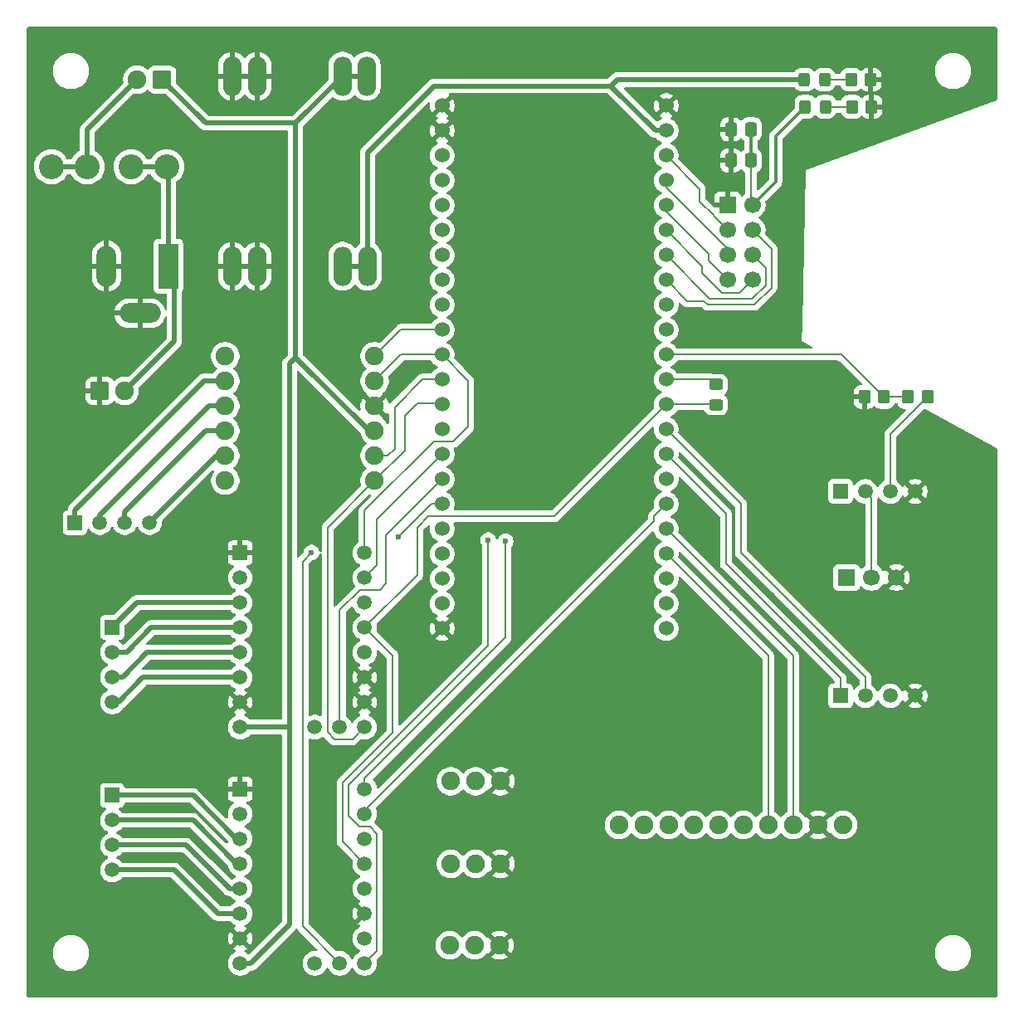
<source format=gbr>
%TF.GenerationSoftware,KiCad,Pcbnew,9.0.6*%
%TF.CreationDate,2026-02-25T04:36:07+07:00*%
%TF.ProjectId,Robot,526f626f-742e-46b6-9963-61645f706362,rev?*%
%TF.SameCoordinates,Original*%
%TF.FileFunction,Copper,L1,Top*%
%TF.FilePolarity,Positive*%
%FSLAX46Y46*%
G04 Gerber Fmt 4.6, Leading zero omitted, Abs format (unit mm)*
G04 Created by KiCad (PCBNEW 9.0.6) date 2026-02-25 04:36:07*
%MOMM*%
%LPD*%
G01*
G04 APERTURE LIST*
G04 Aperture macros list*
%AMRoundRect*
0 Rectangle with rounded corners*
0 $1 Rounding radius*
0 $2 $3 $4 $5 $6 $7 $8 $9 X,Y pos of 4 corners*
0 Add a 4 corners polygon primitive as box body*
4,1,4,$2,$3,$4,$5,$6,$7,$8,$9,$2,$3,0*
0 Add four circle primitives for the rounded corners*
1,1,$1+$1,$2,$3*
1,1,$1+$1,$4,$5*
1,1,$1+$1,$6,$7*
1,1,$1+$1,$8,$9*
0 Add four rect primitives between the rounded corners*
20,1,$1+$1,$2,$3,$4,$5,0*
20,1,$1+$1,$4,$5,$6,$7,0*
20,1,$1+$1,$6,$7,$8,$9,0*
20,1,$1+$1,$8,$9,$2,$3,0*%
G04 Aperture macros list end*
%TA.AperFunction,ComponentPad*%
%ADD10RoundRect,0.250000X0.700000X-0.700000X0.700000X0.700000X-0.700000X0.700000X-0.700000X-0.700000X0*%
%TD*%
%TA.AperFunction,ComponentPad*%
%ADD11C,1.900000*%
%TD*%
%TA.AperFunction,ComponentPad*%
%ADD12R,1.508000X1.508000*%
%TD*%
%TA.AperFunction,ComponentPad*%
%ADD13C,1.508000*%
%TD*%
%TA.AperFunction,SMDPad,CuDef*%
%ADD14RoundRect,0.250000X0.350000X0.450000X-0.350000X0.450000X-0.350000X-0.450000X0.350000X-0.450000X0*%
%TD*%
%TA.AperFunction,ComponentPad*%
%ADD15C,2.550000*%
%TD*%
%TA.AperFunction,SMDPad,CuDef*%
%ADD16RoundRect,0.250000X-0.350000X-0.450000X0.350000X-0.450000X0.350000X0.450000X-0.350000X0.450000X0*%
%TD*%
%TA.AperFunction,ComponentPad*%
%ADD17C,1.530000*%
%TD*%
%TA.AperFunction,ComponentPad*%
%ADD18R,1.700000X1.700000*%
%TD*%
%TA.AperFunction,ComponentPad*%
%ADD19C,1.700000*%
%TD*%
%TA.AperFunction,SMDPad,CuDef*%
%ADD20RoundRect,0.250000X0.325000X0.450000X-0.325000X0.450000X-0.325000X-0.450000X0.325000X-0.450000X0*%
%TD*%
%TA.AperFunction,ComponentPad*%
%ADD21R,2.000000X4.600000*%
%TD*%
%TA.AperFunction,ComponentPad*%
%ADD22O,2.000000X4.200000*%
%TD*%
%TA.AperFunction,ComponentPad*%
%ADD23O,4.200000X2.000000*%
%TD*%
%TA.AperFunction,ComponentPad*%
%ADD24O,1.900000X4.000000*%
%TD*%
%TA.AperFunction,SMDPad,CuDef*%
%ADD25RoundRect,0.250000X0.450000X-0.325000X0.450000X0.325000X-0.450000X0.325000X-0.450000X-0.325000X0*%
%TD*%
%TA.AperFunction,ComponentPad*%
%ADD26C,1.905000*%
%TD*%
%TA.AperFunction,SMDPad,CuDef*%
%ADD27RoundRect,0.250000X0.337500X0.475000X-0.337500X0.475000X-0.337500X-0.475000X0.337500X-0.475000X0*%
%TD*%
%TA.AperFunction,ComponentPad*%
%ADD28RoundRect,0.250000X-0.700000X0.700000X-0.700000X-0.700000X0.700000X-0.700000X0.700000X0.700000X0*%
%TD*%
%TA.AperFunction,ViaPad*%
%ADD29C,0.600000*%
%TD*%
%TA.AperFunction,Conductor*%
%ADD30C,0.200000*%
%TD*%
%TA.AperFunction,Conductor*%
%ADD31C,0.300000*%
%TD*%
%TA.AperFunction,Conductor*%
%ADD32C,0.500000*%
%TD*%
G04 APERTURE END LIST*
D10*
%TO.P,J2,1,Pin_1*%
%TO.N,GND*%
X107950000Y-87630000D03*
D11*
%TO.P,J2,2,Pin_2*%
%TO.N,+24V*%
X110490000Y-87630000D03*
%TD*%
D12*
%TO.P,J5,1,Pin_1*%
%TO.N,/OUT1*%
X105410000Y-101076667D03*
D13*
%TO.P,J5,2,Pin_2*%
%TO.N,/OUT2*%
X107950000Y-101076667D03*
%TO.P,J5,3,Pin_3*%
%TO.N,/OUT3*%
X110490000Y-101076667D03*
%TO.P,J5,4,Pin_4*%
%TO.N,/OUT4*%
X113030000Y-101076667D03*
%TD*%
D14*
%TO.P,R2,1*%
%TO.N,Net-(J4-Pin_3)*%
X192405000Y-88265000D03*
%TO.P,R2,2*%
%TO.N,/US_OUT*%
X190405000Y-88265000D03*
%TD*%
D12*
%TO.P,J4,1,Pin_1*%
%TO.N,+5V*%
X183515000Y-97900000D03*
D13*
%TO.P,J4,2,Pin_2*%
%TO.N,Net-(J4-Pin_2)*%
X186055000Y-97900000D03*
%TO.P,J4,3,Pin_3*%
%TO.N,Net-(J4-Pin_3)*%
X188595000Y-97900000D03*
%TO.P,J4,4,Pin_4*%
%TO.N,GND*%
X191135000Y-97900000D03*
%TD*%
D15*
%TO.P,F1,1*%
%TO.N,+24V*%
X102995000Y-64770000D03*
X106655000Y-64770000D03*
%TO.P,F1,2*%
X111125000Y-64770000D03*
X114785000Y-64770000D03*
%TD*%
D11*
%TO.P,J10,1,Pin_1*%
%TO.N,+5V*%
X143764000Y-127466000D03*
%TO.P,J10,2,Pin_2*%
%TO.N,/SIG_SERVO_3*%
X146304000Y-127466000D03*
%TO.P,J10,3,Pin_3*%
%TO.N,GND*%
X148844000Y-127466000D03*
%TD*%
D16*
%TO.P,R3,1*%
%TO.N,GND*%
X185960000Y-88265000D03*
%TO.P,R3,2*%
%TO.N,/US_OUT*%
X187960000Y-88265000D03*
%TD*%
D17*
%TO.P,U3,J1_1,3V3*%
%TO.N,+3.3V*%
X165735000Y-111885000D03*
%TO.P,U3,J1_2,3V3*%
X165735000Y-109345000D03*
%TO.P,U3,J1_3,RST*%
%TO.N,unconnected-(U3-RST-PadJ1_3)*%
X165735000Y-106805000D03*
%TO.P,U3,J1_4,GPIO4*%
%TO.N,/IMU_SDA*%
X165735000Y-104265000D03*
%TO.P,U3,J1_5,GPIO5*%
%TO.N,/IMU_SCL*%
X165735000Y-101725000D03*
%TO.P,U3,J1_6,GPIO6*%
%TO.N,/S2_STEP*%
X165735000Y-99185000D03*
%TO.P,U3,J1_7,GPIO7*%
%TO.N,/SIG_SERVO_1*%
X165735000Y-96645000D03*
%TO.P,U3,J1_8,GPIO15*%
%TO.N,/DSP_SDA*%
X165735000Y-94105000D03*
%TO.P,U3,J1_9,GPIO16*%
%TO.N,/DSP_SCL*%
X165735000Y-91565000D03*
%TO.P,U3,J1_10,GPIO17*%
%TO.N,/S12_UART*%
X165735000Y-89025000D03*
%TO.P,U3,J1_11,GPIO18*%
%TO.N,Net-(U3-GPIO18)*%
X165735000Y-86485000D03*
%TO.P,U3,J1_12,GPIO8*%
%TO.N,/US_OUT*%
X165735000Y-83945000D03*
%TO.P,U3,J1_13,GPIO3*%
%TO.N,unconnected-(U3-GPIO3-PadJ1_13)*%
X165735000Y-81405000D03*
%TO.P,U3,J1_14,GPIO46*%
%TO.N,unconnected-(U3-GPIO46-PadJ1_14)*%
X165735000Y-78865000D03*
%TO.P,U3,J1_15,GPIO9*%
%TO.N,/NRF_CSN*%
X165735000Y-76325000D03*
%TO.P,U3,J1_16,GPIO10*%
%TO.N,/NRF_MOSI*%
X165735000Y-73785000D03*
%TO.P,U3,J1_17,GPIO11*%
%TO.N,/NRF_IRQ*%
X165735000Y-71245000D03*
%TO.P,U3,J1_18,GPIO12*%
%TO.N,/NRF_MISO*%
X165735000Y-68705000D03*
%TO.P,U3,J1_19,GPIO13*%
%TO.N,/NRF_CLK*%
X165735000Y-66165000D03*
%TO.P,U3,J1_20,GPIO14*%
%TO.N,/NRF_CE*%
X165735000Y-63625000D03*
%TO.P,U3,J1_21,5V0*%
%TO.N,+5V*%
X165735000Y-61085000D03*
%TO.P,U3,J1_22,GND*%
%TO.N,GND*%
X165735000Y-58545000D03*
%TO.P,U3,J3_1,GND*%
X142875000Y-111885000D03*
%TO.P,U3,J3_2,U0TXD/GPIO43*%
%TO.N,unconnected-(U3-U0TXD{slash}GPIO43-PadJ3_2)*%
X142875000Y-109345000D03*
%TO.P,U3,J3_3,U0RXD/GPIO44*%
%TO.N,unconnected-(U3-U0RXD{slash}GPIO44-PadJ3_3)*%
X142875000Y-106805000D03*
%TO.P,U3,J3_4,GPIO1*%
%TO.N,/SIG_SERVO_3*%
X142875000Y-104265000D03*
%TO.P,U3,J3_5,GPIO2*%
%TO.N,/SIG_SERVO_2*%
X142875000Y-101725000D03*
%TO.P,U3,J3_6,MTMS/GPIO42*%
%TO.N,/S2_DIAG*%
X142875000Y-99185000D03*
%TO.P,U3,J3_7,MTDI/GPIO41*%
%TO.N,/S1_DIAG*%
X142875000Y-96645000D03*
%TO.P,U3,J3_8,MTDO/GPIO40*%
%TO.N,/S1_STEP*%
X142875000Y-94105000D03*
%TO.P,U3,J3_9,MTCK/GPIO39*%
%TO.N,unconnected-(U3-MTCK{slash}GPIO39-PadJ3_9)*%
X142875000Y-91565000D03*
%TO.P,U3,J3_10,GPIO38*%
%TO.N,/MC_IN1_S1_EN*%
X142875000Y-89025000D03*
%TO.P,U3,J3_11,GPIO37*%
%TO.N,/MC_IN2_S2_EN*%
X142875000Y-86485000D03*
%TO.P,U3,J3_12,GPIO36*%
%TO.N,/MC_IN3_S1_DIR*%
X142875000Y-83945000D03*
%TO.P,U3,J3_13,GPIO35*%
%TO.N,/MC_IN4_S2_DIR*%
X142875000Y-81405000D03*
%TO.P,U3,J3_14,GPIO0*%
%TO.N,unconnected-(U3-GPIO0-PadJ3_14)*%
X142875000Y-78865000D03*
%TO.P,U3,J3_15,GPIO45*%
%TO.N,unconnected-(U3-GPIO45-PadJ3_15)*%
X142875000Y-76325000D03*
%TO.P,U3,J3_16,GPIO48*%
%TO.N,unconnected-(U3-GPIO48-PadJ3_16)*%
X142875000Y-73785000D03*
%TO.P,U3,J3_17,GPIO47*%
%TO.N,unconnected-(U3-GPIO47-PadJ3_17)*%
X142875000Y-71245000D03*
%TO.P,U3,J3_18,GPIO21*%
%TO.N,unconnected-(U3-GPIO21-PadJ3_18)*%
X142875000Y-68705000D03*
%TO.P,U3,J3_19,USB_D+/GPIO20*%
%TO.N,unconnected-(U3-USB_D+{slash}GPIO20-PadJ3_19)*%
X142875000Y-66165000D03*
%TO.P,U3,J3_20,USB_D-/GPIO19*%
%TO.N,unconnected-(U3-USB_D-{slash}GPIO19-PadJ3_20)*%
X142875000Y-63625000D03*
%TO.P,U3,J3_21,GND*%
%TO.N,GND*%
X142875000Y-61085000D03*
%TO.P,U3,J3_22,GND*%
X142875000Y-58545000D03*
%TD*%
D18*
%TO.P,J6,1,Pin_1*%
%TO.N,+5V*%
X184150000Y-106680000D03*
D19*
%TO.P,J6,2,Pin_2*%
%TO.N,Net-(J4-Pin_2)*%
X186690000Y-106680000D03*
%TO.P,J6,3,Pin_3*%
%TO.N,GND*%
X189230000Y-106680000D03*
%TD*%
D14*
%TO.P,R4,1*%
%TO.N,GND*%
X186690000Y-58645000D03*
%TO.P,R4,2*%
%TO.N,Net-(D1-K)*%
X184690000Y-58645000D03*
%TD*%
D12*
%TO.P,J11,1,Pin_1*%
%TO.N,/S1_M1B*%
X109220000Y-111760000D03*
D13*
%TO.P,J11,2,Pin_2*%
%TO.N,/S1_M1A*%
X109220000Y-114300000D03*
%TO.P,J11,3,Pin_3*%
%TO.N,/S1_M2A*%
X109220000Y-116840000D03*
%TO.P,J11,4,Pin_4*%
%TO.N,/S1_M2B*%
X109220000Y-119380000D03*
%TD*%
D11*
%TO.P,J9,1,Pin_1*%
%TO.N,+5V*%
X143764000Y-135890000D03*
%TO.P,J9,2,Pin_2*%
%TO.N,/SIG_SERVO_2*%
X146304000Y-135890000D03*
%TO.P,J9,3,Pin_3*%
%TO.N,GND*%
X148844000Y-135890000D03*
%TD*%
D12*
%TO.P,U7,1,GND*%
%TO.N,GND*%
X122267500Y-104168333D03*
D13*
%TO.P,U7,2,VIO*%
%TO.N,+3.3V*%
X122267500Y-106708333D03*
%TO.P,U7,3,M1B*%
%TO.N,/S1_M1B*%
X122267500Y-109248333D03*
%TO.P,U7,4,M1A*%
%TO.N,/S1_M1A*%
X122267500Y-111788333D03*
%TO.P,U7,5,M2A*%
%TO.N,/S1_M2A*%
X122267500Y-114328333D03*
%TO.P,U7,6,M2B*%
%TO.N,/S1_M2B*%
X122267500Y-116868333D03*
%TO.P,U7,7,GND*%
%TO.N,GND*%
X122267500Y-119408333D03*
%TO.P,U7,8,VM*%
%TO.N,+24V*%
X122267500Y-121948333D03*
%TO.P,U7,9,DIR*%
%TO.N,/MC_IN3_S1_DIR*%
X134967500Y-104168333D03*
%TO.P,U7,10,STEP*%
%TO.N,/S1_STEP*%
X134967500Y-106708333D03*
%TO.P,U7,11,PDN*%
%TO.N,unconnected-(U7-PDN-Pad11)*%
X134967500Y-109248333D03*
%TO.P,U7,12,UART*%
%TO.N,/S12_UART*%
X134967500Y-111788333D03*
%TO.P,U7,13,SPRD*%
%TO.N,unconnected-(U7-SPRD-Pad13)*%
X134967500Y-114328333D03*
%TO.P,U7,14,MS2*%
%TO.N,GND*%
X134967500Y-116868333D03*
%TO.P,U7,15,MS1*%
X134967500Y-119408333D03*
%TO.P,U7,16,~{EN}*%
%TO.N,/MC_IN1_S1_EN*%
X134967500Y-121948333D03*
%TO.P,U7,17,DIAG*%
%TO.N,/S1_DIAG*%
X132427500Y-121948333D03*
%TO.P,U7,18,INDEX*%
%TO.N,unconnected-(U7-INDEX-Pad18)*%
X129887500Y-121948333D03*
%TD*%
D12*
%TO.P,J3,1,Pin_1*%
%TO.N,/S2_M1B*%
X109220000Y-128905000D03*
D13*
%TO.P,J3,2,Pin_2*%
%TO.N,/S2_M1A*%
X109220000Y-131445000D03*
%TO.P,J3,3,Pin_3*%
%TO.N,/S2_M2A*%
X109220000Y-133985000D03*
%TO.P,J3,4,Pin_4*%
%TO.N,/S2_M2B*%
X109220000Y-136525000D03*
%TD*%
D12*
%TO.P,J7,1,Pin_1*%
%TO.N,/DSP_SDA*%
X183515000Y-118745000D03*
D13*
%TO.P,J7,2,Pin_2*%
%TO.N,/DSP_SCL*%
X186055000Y-118745000D03*
%TO.P,J7,3,Pin_3*%
%TO.N,+3.3V*%
X188595000Y-118745000D03*
%TO.P,J7,4,Pin_4*%
%TO.N,GND*%
X191135000Y-118745000D03*
%TD*%
D14*
%TO.P,R5,1*%
%TO.N,GND*%
X186602000Y-55880000D03*
%TO.P,R5,2*%
%TO.N,Net-(D2-K)*%
X184602000Y-55880000D03*
%TD*%
D11*
%TO.P,U9,1,IN1*%
%TO.N,/MC_IN1_S1_EN*%
X135985000Y-96801667D03*
%TO.P,U9,2,IN2*%
%TO.N,/MC_IN2_S2_EN*%
X135985000Y-94261667D03*
%TO.P,U9,3,VCC*%
%TO.N,+24V*%
X135985000Y-91721667D03*
%TO.P,U9,4,GND*%
%TO.N,GND*%
X135985000Y-89181667D03*
%TO.P,U9,5,IN3*%
%TO.N,/MC_IN3_S1_DIR*%
X135985000Y-86641667D03*
%TO.P,U9,6,IN4*%
%TO.N,/MC_IN4_S2_DIR*%
X135985000Y-84101667D03*
%TO.P,U9,7,ULT*%
%TO.N,+3.3V*%
X120745000Y-96801667D03*
%TO.P,U9,8,OUT4*%
%TO.N,/OUT4*%
X120745000Y-94261667D03*
%TO.P,U9,9,OUT3*%
%TO.N,/OUT3*%
X120745000Y-91721667D03*
%TO.P,U9,10,OUT2*%
%TO.N,/OUT2*%
X120745000Y-89181667D03*
%TO.P,U9,11,OUT1*%
%TO.N,/OUT1*%
X120745000Y-86641667D03*
%TO.P,U9,12,EEP*%
%TO.N,unconnected-(U9-EEP-Pad12)*%
X120745000Y-84101667D03*
%TD*%
D18*
%TO.P,U1,1,GND*%
%TO.N,GND*%
X171995500Y-68670000D03*
D19*
%TO.P,U1,2,VCC*%
%TO.N,+3.3V*%
X174535500Y-68670000D03*
%TO.P,U1,3,CE*%
%TO.N,/NRF_CE*%
X171995500Y-71210000D03*
%TO.P,U1,4,~{CSN}*%
%TO.N,/NRF_CSN*%
X174535500Y-71210000D03*
%TO.P,U1,5,SCK*%
%TO.N,/NRF_CLK*%
X171995500Y-73750000D03*
%TO.P,U1,6,MOSI*%
%TO.N,/NRF_MOSI*%
X174535500Y-73750000D03*
%TO.P,U1,7,MISO*%
%TO.N,/NRF_MISO*%
X171995500Y-76290000D03*
%TO.P,U1,8,IRQ*%
%TO.N,/NRF_IRQ*%
X174535500Y-76290000D03*
%TD*%
D20*
%TO.P,D2,1,K*%
%TO.N,Net-(D2-K)*%
X181882000Y-55880000D03*
%TO.P,D2,2,A*%
%TO.N,+5V*%
X179832000Y-55880000D03*
%TD*%
D11*
%TO.P,J8,1,Pin_1*%
%TO.N,+5V*%
X143637000Y-144202000D03*
%TO.P,J8,2,Pin_2*%
%TO.N,/SIG_SERVO_1*%
X146177000Y-144202000D03*
%TO.P,J8,3,Pin_3*%
%TO.N,GND*%
X148717000Y-144202000D03*
%TD*%
D21*
%TO.P,J1,1*%
%TO.N,+24V*%
X114935000Y-74915000D03*
D22*
%TO.P,J1,2*%
%TO.N,GND*%
X108635000Y-74915000D03*
D23*
X112035000Y-79715000D03*
%TD*%
D20*
%TO.P,D1,1,K*%
%TO.N,Net-(D1-K)*%
X181970000Y-58645000D03*
%TO.P,D1,2,A*%
%TO.N,+3.3V*%
X179920000Y-58645000D03*
%TD*%
D24*
%TO.P,U4,1,Vin+*%
%TO.N,+24V*%
X135155000Y-55530000D03*
X132715000Y-55530000D03*
%TO.P,U4,2,Vin-*%
%TO.N,GND*%
X124015000Y-55530000D03*
X121475000Y-55530000D03*
%TO.P,U4,3,Vout-*%
X124015000Y-74930000D03*
X121475000Y-74930000D03*
%TO.P,U4,4,Vout+*%
%TO.N,+5V*%
X135255000Y-74930000D03*
X132715000Y-74930000D03*
%TD*%
D25*
%TO.P,R1,1*%
%TO.N,/S12_UART*%
X170815000Y-89045000D03*
%TO.P,R1,2*%
%TO.N,Net-(U3-GPIO18)*%
X170815000Y-86995000D03*
%TD*%
D26*
%TO.P,U5,1,VCC*%
%TO.N,+3.3V*%
X183769000Y-131930000D03*
%TO.P,U5,2,GND*%
%TO.N,GND*%
X181229000Y-131930000D03*
%TO.P,U5,3,SCL*%
%TO.N,/IMU_SCL*%
X178689000Y-131930000D03*
%TO.P,U5,4,SDA*%
%TO.N,/IMU_SDA*%
X176149000Y-131930000D03*
%TO.P,U5,5,EDA*%
%TO.N,unconnected-(U5-EDA-Pad5)*%
X173609000Y-131930000D03*
%TO.P,U5,6,ECL*%
%TO.N,unconnected-(U5-ECL-Pad6)*%
X171069000Y-131930000D03*
%TO.P,U5,7,AD0*%
%TO.N,unconnected-(U5-AD0-Pad7)*%
X168529000Y-131930000D03*
%TO.P,U5,8,INT*%
%TO.N,unconnected-(U5-INT-Pad8)*%
X165989000Y-131930000D03*
%TO.P,U5,9,NCS*%
%TO.N,unconnected-(U5-NCS-Pad9)*%
X163449000Y-131930000D03*
%TO.P,U5,10,FSYNC*%
%TO.N,unconnected-(U5-FSYNC-Pad10)*%
X160909000Y-131930000D03*
%TD*%
D27*
%TO.P,C2,1*%
%TO.N,+3.3V*%
X174392500Y-64135000D03*
%TO.P,C2,2*%
%TO.N,GND*%
X172317500Y-64135000D03*
%TD*%
D28*
%TO.P,U8,1,1*%
%TO.N,+24V*%
X114300000Y-55880000D03*
D11*
%TO.P,U8,2,2*%
X111760000Y-55880000D03*
%TD*%
D12*
%TO.P,U2,1,GND*%
%TO.N,GND*%
X122267500Y-128270000D03*
D13*
%TO.P,U2,2,VIO*%
%TO.N,+3.3V*%
X122267500Y-130810000D03*
%TO.P,U2,3,M1B*%
%TO.N,/S2_M1B*%
X122267500Y-133350000D03*
%TO.P,U2,4,M1A*%
%TO.N,/S2_M1A*%
X122267500Y-135890000D03*
%TO.P,U2,5,M2A*%
%TO.N,/S2_M2A*%
X122267500Y-138430000D03*
%TO.P,U2,6,M2B*%
%TO.N,/S2_M2B*%
X122267500Y-140970000D03*
%TO.P,U2,7,GND*%
%TO.N,GND*%
X122267500Y-143510000D03*
%TO.P,U2,8,VM*%
%TO.N,+24V*%
X122267500Y-146050000D03*
%TO.P,U2,9,DIR*%
%TO.N,/MC_IN4_S2_DIR*%
X134967500Y-128270000D03*
%TO.P,U2,10,STEP*%
%TO.N,/S2_STEP*%
X134967500Y-130810000D03*
%TO.P,U2,11,PDN*%
%TO.N,unconnected-(U2-PDN-Pad11)*%
X134967500Y-133350000D03*
%TO.P,U2,12,UART*%
%TO.N,/S12_UART*%
X134967500Y-135890000D03*
%TO.P,U2,13,SPRD*%
%TO.N,unconnected-(U2-SPRD-Pad13)*%
X134967500Y-138430000D03*
%TO.P,U2,14,MS2*%
%TO.N,GND*%
X134967500Y-140970000D03*
%TO.P,U2,15,MS1*%
%TO.N,+3.3V*%
X134967500Y-143510000D03*
%TO.P,U2,16,~{EN}*%
%TO.N,/MC_IN2_S2_EN*%
X134967500Y-146050000D03*
%TO.P,U2,17,DIAG*%
%TO.N,/S2_DIAG*%
X132427500Y-146050000D03*
%TO.P,U2,18,INDEX*%
%TO.N,unconnected-(U2-INDEX-Pad18)*%
X129887500Y-146050000D03*
%TD*%
D27*
%TO.P,C1,1*%
%TO.N,+3.3V*%
X174392500Y-60960000D03*
%TO.P,C1,2*%
%TO.N,GND*%
X172317500Y-60960000D03*
%TD*%
D29*
%TO.N,GND*%
X148082000Y-89662000D03*
X146812000Y-87249000D03*
X147193000Y-88265000D03*
%TO.N,/MC_IN4_S2_DIR*%
X149352000Y-102997000D03*
%TO.N,GND*%
X113665000Y-144018000D03*
X153924000Y-85598000D03*
X143129000Y-120523000D03*
X185166000Y-52578000D03*
X103759000Y-121412000D03*
X103759000Y-82296000D03*
X177419000Y-115697000D03*
X131445000Y-84582000D03*
X114300000Y-110490000D03*
X138430000Y-86741000D03*
X117729000Y-115697000D03*
X195453000Y-111379000D03*
X177546000Y-122682000D03*
X148463000Y-70993000D03*
X191643000Y-129921000D03*
X195961000Y-92837000D03*
X113665000Y-135255000D03*
X123063000Y-69215000D03*
X173609000Y-52959000D03*
X164973000Y-141478000D03*
X148844000Y-53340000D03*
X160782000Y-102743000D03*
X157226000Y-69977000D03*
X181610000Y-88011000D03*
X116713000Y-135890000D03*
X154686000Y-109093000D03*
X177292000Y-128524000D03*
X161798000Y-124460000D03*
X156845000Y-63246000D03*
X148463000Y-63246000D03*
X181483000Y-113792000D03*
X157988000Y-78232000D03*
X129921000Y-96012000D03*
X148463000Y-115443000D03*
X164465000Y-118618000D03*
X181864000Y-91567000D03*
X114427000Y-113157000D03*
X177292000Y-119126000D03*
X122555000Y-64135000D03*
X145542000Y-130048000D03*
X129667000Y-107061000D03*
X161163000Y-118745000D03*
X147447000Y-132334000D03*
X129667000Y-92202000D03*
X169037000Y-124206000D03*
X116967000Y-132842000D03*
X113919000Y-132715000D03*
X191897000Y-136017000D03*
X117983000Y-110490000D03*
X153416000Y-119380000D03*
X188214000Y-125349000D03*
X165227000Y-124079000D03*
X103505000Y-111760000D03*
X114046000Y-130175000D03*
X114300000Y-115697000D03*
X129413000Y-89154000D03*
X145542000Y-132207000D03*
X196215000Y-104013000D03*
X103124000Y-92456000D03*
X132715000Y-61468000D03*
X179705000Y-141859000D03*
X117602000Y-113030000D03*
X176530000Y-108458000D03*
X133350000Y-85725000D03*
X173990000Y-106045000D03*
X129794000Y-117856000D03*
X148336000Y-130048000D03*
X172466000Y-109855000D03*
X131826000Y-68453000D03*
X153543000Y-91440000D03*
X160655000Y-53086000D03*
X148336000Y-79121000D03*
X101854000Y-133350000D03*
X116459000Y-130175000D03*
X132969000Y-105664000D03*
X184531000Y-62357000D03*
%TO.N,/S2_DIAG*%
X129540000Y-104140000D03*
X138430000Y-102548127D03*
%TO.N,/MC_IN2_S2_EN*%
X147574000Y-102870000D03*
%TD*%
D30*
%TO.N,/MC_IN4_S2_DIR*%
X149352000Y-112819183D02*
X149352000Y-102997000D01*
X134967500Y-127203683D02*
X149352000Y-112819183D01*
X134967500Y-128270000D02*
X134967500Y-127203683D01*
%TO.N,/MC_IN3_S1_DIR*%
X145542000Y-91313000D02*
X145542000Y-86612000D01*
X144024000Y-92831000D02*
X145542000Y-91313000D01*
X142007691Y-92831000D02*
X144024000Y-92831000D01*
X145542000Y-86612000D02*
X142875000Y-83945000D01*
X134967500Y-99871191D02*
X142007691Y-92831000D01*
X134967500Y-104168333D02*
X134967500Y-99871191D01*
%TO.N,/S12_UART*%
X141484000Y-100451000D02*
X154309000Y-100451000D01*
X154309000Y-100451000D02*
X165735000Y-89025000D01*
X140335000Y-101600000D02*
X141484000Y-100451000D01*
X134967500Y-111788333D02*
X140335000Y-106420833D01*
X140335000Y-106420833D02*
X140335000Y-101600000D01*
%TO.N,+3.3V*%
X174392500Y-68527000D02*
X174535500Y-68670000D01*
D31*
X174392500Y-60960000D02*
X174392500Y-64135000D01*
D30*
X174535500Y-64278000D02*
X174392500Y-64135000D01*
X174392500Y-64135000D02*
X174392500Y-68527000D01*
D31*
X176911000Y-66294500D02*
X174535500Y-68670000D01*
X176911000Y-61654000D02*
X176911000Y-66294500D01*
X179920000Y-58645000D02*
X176911000Y-61654000D01*
D32*
%TO.N,+24V*%
X114935000Y-74915000D02*
X114935000Y-64920000D01*
X114935000Y-64920000D02*
X114785000Y-64770000D01*
X135412315Y-91721667D02*
X127920000Y-84229352D01*
X127281500Y-84867852D02*
X127281500Y-121920000D01*
X114300000Y-55880000D02*
X118745000Y-60325000D01*
X132715000Y-55530000D02*
X135155000Y-55530000D01*
X106655000Y-64770000D02*
X102995000Y-64770000D01*
X115570000Y-75550000D02*
X115570000Y-82550000D01*
X114785000Y-64770000D02*
X111125000Y-64770000D01*
X127253167Y-121948333D02*
X127281500Y-121920000D01*
X127920000Y-84229352D02*
X127281500Y-84867852D01*
X127281500Y-121920000D02*
X127281500Y-142102317D01*
X127920000Y-84229352D02*
X127920000Y-60325000D01*
X127281500Y-142102317D02*
X123333817Y-146050000D01*
X135985000Y-91721667D02*
X135412315Y-91721667D01*
X123333817Y-146050000D02*
X122267500Y-146050000D01*
X115570000Y-82550000D02*
X110490000Y-87630000D01*
X127920000Y-60325000D02*
X132715000Y-55530000D01*
X118745000Y-60325000D02*
X127920000Y-60325000D01*
X122267500Y-121948333D02*
X127253167Y-121948333D01*
X106655000Y-60985000D02*
X111760000Y-55880000D01*
X114935000Y-74915000D02*
X115570000Y-75550000D01*
X106655000Y-64770000D02*
X106655000Y-60985000D01*
D30*
%TO.N,/S12_UART*%
X132715000Y-133637500D02*
X132715000Y-127635000D01*
X132715000Y-127635000D02*
X137795000Y-122555000D01*
X137795000Y-114615833D02*
X134967500Y-111788333D01*
X134967500Y-135890000D02*
X132715000Y-133637500D01*
X137795000Y-122555000D02*
X137795000Y-114615833D01*
%TO.N,Net-(U3-GPIO18)*%
X165735000Y-86485000D02*
X170305000Y-86485000D01*
X170305000Y-86485000D02*
X170815000Y-86995000D01*
%TO.N,/S2_DIAG*%
X128632500Y-105047500D02*
X128632500Y-142255000D01*
X142875000Y-99185000D02*
X141793127Y-99185000D01*
X141793127Y-99185000D02*
X138430000Y-102548127D01*
X129540000Y-104140000D02*
X128632500Y-105047500D01*
X128632500Y-142255000D02*
X132427500Y-146050000D01*
%TO.N,/S12_UART*%
X165735000Y-89025000D02*
X170795000Y-89025000D01*
X170795000Y-89025000D02*
X170815000Y-89045000D01*
%TO.N,Net-(J4-Pin_2)*%
X186055000Y-97900000D02*
X186690000Y-98535000D01*
X186690000Y-98535000D02*
X186690000Y-106680000D01*
%TO.N,Net-(J4-Pin_3)*%
X188595000Y-97900000D02*
X188595000Y-92075000D01*
X188595000Y-92075000D02*
X192405000Y-88265000D01*
%TO.N,/S1_DIAG*%
X132427500Y-110013494D02*
X132427500Y-121948333D01*
X137160000Y-107315000D02*
X136511667Y-107963333D01*
X136511667Y-107963333D02*
X134477661Y-107963333D01*
X137160000Y-102360000D02*
X137160000Y-107315000D01*
X134477661Y-107963333D02*
X132427500Y-110013494D01*
X142875000Y-96645000D02*
X137160000Y-102360000D01*
D32*
%TO.N,+5V*%
X179832000Y-55880000D02*
X160746127Y-55880000D01*
X135255000Y-74930000D02*
X135255000Y-63313945D01*
X160746127Y-55880000D02*
X160097127Y-56529000D01*
X135255000Y-63313945D02*
X142039945Y-56529000D01*
X164653127Y-61085000D02*
X165735000Y-61085000D01*
X142039945Y-56529000D02*
X160097127Y-56529000D01*
X160097127Y-56529000D02*
X164653127Y-61085000D01*
X132715000Y-74930000D02*
X135255000Y-74930000D01*
D30*
%TO.N,/NRF_MOSI*%
X175886500Y-76849603D02*
X174494103Y-78242000D01*
X175886500Y-75101000D02*
X175886500Y-76849603D01*
X174494103Y-78242000D02*
X170192000Y-78242000D01*
X174535500Y-73750000D02*
X175886500Y-75101000D01*
X170192000Y-78242000D02*
X165735000Y-73785000D01*
%TO.N,/NRF_CE*%
X171995500Y-71210000D02*
X170644500Y-69859000D01*
X169164000Y-68326000D02*
X169164000Y-67054000D01*
X169164000Y-67054000D02*
X165735000Y-63625000D01*
X170644500Y-69859000D02*
X170644500Y-69806500D01*
X170644500Y-69806500D02*
X169164000Y-68326000D01*
%TO.N,/NRF_CLK*%
X165735000Y-66914605D02*
X165735000Y-66165000D01*
X171995500Y-73750000D02*
X171995500Y-73175105D01*
X171995500Y-73175105D02*
X165735000Y-66914605D01*
%TO.N,/NRF_CSN*%
X169586058Y-78486000D02*
X167896000Y-78486000D01*
X176487500Y-77098545D02*
X174743045Y-78843000D01*
X174535500Y-71210000D02*
X176487500Y-73162000D01*
X176487500Y-73162000D02*
X176487500Y-77098545D01*
X174743045Y-78843000D02*
X169943058Y-78843000D01*
X169943058Y-78843000D02*
X169586058Y-78486000D01*
X167896000Y-78486000D02*
X165735000Y-76325000D01*
%TO.N,/NRF_MISO*%
X171995500Y-76290000D02*
X170053000Y-74347500D01*
X165735000Y-69342000D02*
X165735000Y-68705000D01*
X170053000Y-73660000D02*
X165735000Y-69342000D01*
X170053000Y-74347500D02*
X170053000Y-73660000D01*
%TO.N,/NRF_IRQ*%
X169418000Y-75623103D02*
X169418000Y-74928000D01*
X174535500Y-76290000D02*
X173184500Y-77641000D01*
X171435897Y-77641000D02*
X169418000Y-75623103D01*
X169418000Y-74928000D02*
X165735000Y-71245000D01*
X173184500Y-77641000D02*
X171435897Y-77641000D01*
%TO.N,/IMU_SCL*%
X178689000Y-114679000D02*
X178689000Y-131930000D01*
X165735000Y-101725000D02*
X178689000Y-114679000D01*
%TO.N,/IMU_SDA*%
X176149000Y-114679000D02*
X165735000Y-104265000D01*
X176149000Y-131930000D02*
X176149000Y-114679000D01*
%TO.N,/MC_IN1_S1_EN*%
X142750000Y-88900000D02*
X140335000Y-88900000D01*
X139065000Y-90170000D02*
X139065000Y-93721667D01*
X134967500Y-121948333D02*
X133712500Y-123203333D01*
X139065000Y-93721667D02*
X135985000Y-96801667D01*
X142875000Y-89025000D02*
X142750000Y-88900000D01*
X131907661Y-123203333D02*
X131172500Y-122468172D01*
X140335000Y-88900000D02*
X139065000Y-90170000D01*
X131172500Y-101614167D02*
X135985000Y-96801667D01*
X133712500Y-123203333D02*
X131907661Y-123203333D01*
X131172500Y-122468172D02*
X131172500Y-101614167D01*
%TO.N,/MC_IN4_S2_DIR*%
X138681667Y-81405000D02*
X135985000Y-84101667D01*
X142875000Y-81405000D02*
X138681667Y-81405000D01*
%TO.N,/MC_IN2_S2_EN*%
X137328502Y-94261667D02*
X135985000Y-94261667D01*
X142875000Y-86485000D02*
X140845000Y-86485000D01*
X134447661Y-132095000D02*
X133316000Y-130963339D01*
X140845000Y-86485000D02*
X138036000Y-89294000D01*
X134967500Y-146050000D02*
X136222500Y-144795000D01*
X133316000Y-127883942D02*
X147574000Y-113625942D01*
X138036000Y-89294000D02*
X138036000Y-93554169D01*
X136222500Y-144795000D02*
X136222500Y-132830161D01*
X133316000Y-130963339D02*
X133316000Y-127883942D01*
X138036000Y-93554169D02*
X137328502Y-94261667D01*
X136222500Y-132830161D02*
X135487339Y-132095000D01*
X147574000Y-113625942D02*
X147574000Y-102870000D01*
X135487339Y-132095000D02*
X134447661Y-132095000D01*
%TO.N,/MC_IN3_S1_DIR*%
X138681667Y-83945000D02*
X135985000Y-86641667D01*
X142875000Y-83945000D02*
X138681667Y-83945000D01*
%TO.N,/DSP_SCL*%
X186055000Y-116840000D02*
X173355000Y-104140000D01*
X173355000Y-104140000D02*
X173355000Y-99185000D01*
X173355000Y-99185000D02*
X165735000Y-91565000D01*
X186055000Y-118745000D02*
X186055000Y-116840000D01*
%TO.N,/DSP_SDA*%
X171831000Y-100201000D02*
X165735000Y-94105000D01*
X171831000Y-105283000D02*
X171831000Y-100201000D01*
X183515000Y-118745000D02*
X183515000Y-116967000D01*
X183515000Y-116967000D02*
X171831000Y-105283000D01*
%TO.N,/US_OUT*%
X190405000Y-88265000D02*
X187960000Y-88265000D01*
X165735000Y-83945000D02*
X183640000Y-83945000D01*
X183640000Y-83945000D02*
X187960000Y-88265000D01*
%TO.N,/S2_STEP*%
X164469000Y-100961000D02*
X164469000Y-100451000D01*
X134967500Y-130462500D02*
X164469000Y-100961000D01*
X164469000Y-100451000D02*
X165735000Y-99185000D01*
X134967500Y-130810000D02*
X134967500Y-130462500D01*
%TO.N,unconnected-(U3-MTCK{slash}GPIO39-PadJ3_9)*%
X142875000Y-91565000D02*
X142875000Y-91963691D01*
%TO.N,/S1_STEP*%
X136222500Y-100757500D02*
X136222500Y-105453333D01*
X142875000Y-94105000D02*
X136222500Y-100757500D01*
X136222500Y-105453333D02*
X134967500Y-106708333D01*
D32*
%TO.N,/S2_M1A*%
X122267500Y-135890000D02*
X121920000Y-135890000D01*
X117475000Y-131445000D02*
X109220000Y-131445000D01*
X121920000Y-135890000D02*
X117475000Y-131445000D01*
%TO.N,/S2_M2B*%
X115570000Y-136525000D02*
X109220000Y-136525000D01*
X122267500Y-140970000D02*
X120015000Y-140970000D01*
X120015000Y-140970000D02*
X115570000Y-136525000D01*
%TO.N,/S2_M1B*%
X117475000Y-128905000D02*
X109220000Y-128905000D01*
X122267500Y-133350000D02*
X121920000Y-133350000D01*
X121920000Y-133350000D02*
X117475000Y-128905000D01*
%TO.N,/S2_M2A*%
X116756183Y-133985000D02*
X109220000Y-133985000D01*
X121201183Y-138430000D02*
X116756183Y-133985000D01*
X122267500Y-138430000D02*
X121201183Y-138430000D01*
%TO.N,/S1_M1B*%
X122267500Y-109248333D02*
X111731667Y-109248333D01*
X111731667Y-109248333D02*
X109220000Y-111760000D01*
%TO.N,/S1_M1A*%
X110690000Y-114300000D02*
X109220000Y-114300000D01*
X122267500Y-111788333D02*
X113201667Y-111788333D01*
X113201667Y-111788333D02*
X110690000Y-114300000D01*
%TO.N,/S1_M2B*%
X122267500Y-116868333D02*
X112367135Y-116868333D01*
X112367135Y-116868333D02*
X109855468Y-119380000D01*
X109855468Y-119380000D02*
X109220000Y-119380000D01*
%TO.N,/S1_M2A*%
X110272734Y-116840000D02*
X109220000Y-116840000D01*
X122267500Y-114328333D02*
X112784401Y-114328333D01*
X112784401Y-114328333D02*
X110272734Y-116840000D01*
D30*
%TO.N,Net-(D1-K)*%
X181970000Y-58645000D02*
X184690000Y-58645000D01*
%TO.N,Net-(D2-K)*%
X181882000Y-55880000D02*
X184602000Y-55880000D01*
D32*
%TO.N,/OUT3*%
X110490000Y-100010350D02*
X110490000Y-101076667D01*
X118778683Y-91721667D02*
X110490000Y-100010350D01*
X120745000Y-91721667D02*
X118778683Y-91721667D01*
%TO.N,/OUT1*%
X118591000Y-86641667D02*
X105410000Y-99822667D01*
X105410000Y-99822667D02*
X105410000Y-101076667D01*
X120745000Y-86641667D02*
X118591000Y-86641667D01*
%TO.N,/OUT4*%
X120745000Y-94261667D02*
X119845000Y-94261667D01*
X119845000Y-94261667D02*
X113030000Y-101076667D01*
%TO.N,/OUT2*%
X107950000Y-100330000D02*
X107950000Y-101076667D01*
X120745000Y-89181667D02*
X119098333Y-89181667D01*
X119098333Y-89181667D02*
X107950000Y-100330000D01*
%TD*%
%TA.AperFunction,Conductor*%
%TO.N,GND*%
G36*
X123565000Y-75180000D02*
G01*
X121925000Y-75180000D01*
X121925000Y-74680000D01*
X123565000Y-74680000D01*
X123565000Y-75180000D01*
G37*
%TD.AperFunction*%
%TA.AperFunction,Conductor*%
G36*
X123565000Y-55780000D02*
G01*
X121925000Y-55780000D01*
X121925000Y-55280000D01*
X123565000Y-55280000D01*
X123565000Y-55780000D01*
G37*
%TD.AperFunction*%
%TA.AperFunction,Conductor*%
G36*
X199442539Y-50520185D02*
G01*
X199488294Y-50572989D01*
X199499500Y-50624500D01*
X199499500Y-57870499D01*
X199479815Y-57937538D01*
X199427011Y-57983293D01*
X199418341Y-57986863D01*
X179959000Y-65150999D01*
X179959000Y-65151000D01*
X179613711Y-80919219D01*
X179578000Y-82550000D01*
X180449223Y-83028417D01*
X180601084Y-83111809D01*
X180650371Y-83161332D01*
X180665061Y-83229640D01*
X180640488Y-83295046D01*
X180584455Y-83336785D01*
X180541398Y-83344500D01*
X166925260Y-83344500D01*
X166858221Y-83324815D01*
X166819534Y-83285293D01*
X166817352Y-83281733D01*
X166779504Y-83229640D01*
X166700269Y-83120582D01*
X166559418Y-82979731D01*
X166398266Y-82862647D01*
X166246827Y-82785485D01*
X166196031Y-82737510D01*
X166179236Y-82669689D01*
X166201773Y-82603554D01*
X166246827Y-82564515D01*
X166275314Y-82550000D01*
X166398266Y-82487353D01*
X166559418Y-82370269D01*
X166700269Y-82229418D01*
X166817353Y-82068266D01*
X166907785Y-81890783D01*
X166969339Y-81701339D01*
X167000500Y-81504597D01*
X167000500Y-81305403D01*
X166969339Y-81108661D01*
X166969338Y-81108657D01*
X166969338Y-81108656D01*
X166907786Y-80919219D01*
X166870186Y-80845425D01*
X166817353Y-80741734D01*
X166700269Y-80580582D01*
X166559418Y-80439731D01*
X166398266Y-80322647D01*
X166246827Y-80245485D01*
X166196031Y-80197510D01*
X166179236Y-80129689D01*
X166201773Y-80063554D01*
X166246827Y-80024515D01*
X166256116Y-80019781D01*
X166398266Y-79947353D01*
X166559418Y-79830269D01*
X166700269Y-79689418D01*
X166817353Y-79528266D01*
X166907785Y-79350783D01*
X166954378Y-79207385D01*
X166969338Y-79161343D01*
X166969338Y-79161342D01*
X166969339Y-79161339D01*
X167000500Y-78964597D01*
X167000500Y-78765403D01*
X166998912Y-78755380D01*
X167007865Y-78686091D01*
X167052859Y-78632638D01*
X167119610Y-78611996D01*
X167186924Y-78630719D01*
X167209066Y-78648302D01*
X167527284Y-78966520D01*
X167527286Y-78966521D01*
X167527290Y-78966524D01*
X167664209Y-79045573D01*
X167664216Y-79045577D01*
X167816943Y-79086501D01*
X167816945Y-79086501D01*
X167982654Y-79086501D01*
X167982670Y-79086500D01*
X169285961Y-79086500D01*
X169315401Y-79095144D01*
X169345388Y-79101668D01*
X169350403Y-79105422D01*
X169353000Y-79106185D01*
X169373642Y-79122819D01*
X169458197Y-79207374D01*
X169458207Y-79207385D01*
X169462537Y-79211715D01*
X169462538Y-79211716D01*
X169574342Y-79323520D01*
X169630713Y-79356065D01*
X169661153Y-79373639D01*
X169661155Y-79373641D01*
X169711271Y-79402576D01*
X169711273Y-79402577D01*
X169864000Y-79443500D01*
X169864001Y-79443500D01*
X174656376Y-79443500D01*
X174656392Y-79443501D01*
X174663988Y-79443501D01*
X174822099Y-79443501D01*
X174822102Y-79443501D01*
X174974830Y-79402577D01*
X175024949Y-79373639D01*
X175111761Y-79323520D01*
X175223565Y-79211716D01*
X175223565Y-79211714D01*
X175233773Y-79201507D01*
X175233775Y-79201504D01*
X176846006Y-77589273D01*
X176846011Y-77589269D01*
X176856214Y-77579065D01*
X176856216Y-77579065D01*
X176968020Y-77467261D01*
X177044092Y-77335500D01*
X177047077Y-77330330D01*
X177088001Y-77177602D01*
X177088001Y-77019488D01*
X177088001Y-77011893D01*
X177088000Y-77011875D01*
X177088000Y-73251059D01*
X177088001Y-73251046D01*
X177088001Y-73082945D01*
X177088001Y-73082943D01*
X177047077Y-72930215D01*
X177012432Y-72870208D01*
X176968020Y-72793284D01*
X176856216Y-72681480D01*
X176856215Y-72681479D01*
X176851885Y-72677149D01*
X176851874Y-72677139D01*
X175869257Y-71694522D01*
X175835772Y-71633199D01*
X175839007Y-71568523D01*
X175852746Y-71526243D01*
X175886000Y-71316287D01*
X175886000Y-71103713D01*
X175852746Y-70893757D01*
X175787057Y-70691588D01*
X175690551Y-70502184D01*
X175690549Y-70502181D01*
X175690548Y-70502179D01*
X175565609Y-70330213D01*
X175415286Y-70179890D01*
X175243320Y-70054951D01*
X175242615Y-70054591D01*
X175234554Y-70050485D01*
X175183759Y-70002512D01*
X175166963Y-69934692D01*
X175189499Y-69868556D01*
X175234554Y-69829515D01*
X175243316Y-69825051D01*
X175329971Y-69762093D01*
X175415286Y-69700109D01*
X175415288Y-69700106D01*
X175415292Y-69700104D01*
X175565604Y-69549792D01*
X175565606Y-69549788D01*
X175565609Y-69549786D01*
X175690548Y-69377820D01*
X175690547Y-69377820D01*
X175690551Y-69377816D01*
X175787057Y-69188412D01*
X175852746Y-68986243D01*
X175886000Y-68776287D01*
X175886000Y-68563713D01*
X175852746Y-68353757D01*
X175851984Y-68348945D01*
X175853623Y-68348685D01*
X175856757Y-68286126D01*
X175886155Y-68239289D01*
X177416276Y-66709170D01*
X177487465Y-66602627D01*
X177536501Y-66484244D01*
X177541373Y-66459752D01*
X177560059Y-66365815D01*
X177561500Y-66358571D01*
X177561500Y-61974807D01*
X177581185Y-61907768D01*
X177597814Y-61887131D01*
X179603127Y-59881817D01*
X179664450Y-59848333D01*
X179690808Y-59845499D01*
X180295002Y-59845499D01*
X180295008Y-59845499D01*
X180397797Y-59834999D01*
X180564334Y-59779814D01*
X180713656Y-59687712D01*
X180837712Y-59563656D01*
X180839461Y-59560819D01*
X180841169Y-59559283D01*
X180842193Y-59557989D01*
X180842414Y-59558163D01*
X180891406Y-59514096D01*
X180960368Y-59502872D01*
X181024451Y-59530713D01*
X181050537Y-59560817D01*
X181052288Y-59563656D01*
X181176344Y-59687712D01*
X181325666Y-59779814D01*
X181492203Y-59834999D01*
X181594991Y-59845500D01*
X182345008Y-59845499D01*
X182345016Y-59845498D01*
X182345019Y-59845498D01*
X182401302Y-59839748D01*
X182447797Y-59834999D01*
X182614334Y-59779814D01*
X182763656Y-59687712D01*
X182887712Y-59563656D01*
X182979814Y-59414334D01*
X183007595Y-59330495D01*
X183047368Y-59273051D01*
X183111884Y-59246228D01*
X183125301Y-59245500D01*
X183509699Y-59245500D01*
X183576738Y-59265185D01*
X183622493Y-59317989D01*
X183627403Y-59330492D01*
X183655186Y-59414334D01*
X183747288Y-59563656D01*
X183871344Y-59687712D01*
X184020666Y-59779814D01*
X184187203Y-59834999D01*
X184289991Y-59845500D01*
X185090008Y-59845499D01*
X185090016Y-59845498D01*
X185090019Y-59845498D01*
X185146302Y-59839748D01*
X185192797Y-59834999D01*
X185359334Y-59779814D01*
X185508656Y-59687712D01*
X185602675Y-59593692D01*
X185663994Y-59560210D01*
X185733686Y-59565194D01*
X185778034Y-59593695D01*
X185871654Y-59687315D01*
X186020875Y-59779356D01*
X186020880Y-59779358D01*
X186187302Y-59834505D01*
X186187309Y-59834506D01*
X186290019Y-59844999D01*
X186439999Y-59844999D01*
X186940000Y-59844999D01*
X187089972Y-59844999D01*
X187089986Y-59844998D01*
X187192697Y-59834505D01*
X187359119Y-59779358D01*
X187359124Y-59779356D01*
X187508345Y-59687315D01*
X187632315Y-59563345D01*
X187724356Y-59414124D01*
X187724358Y-59414119D01*
X187779505Y-59247697D01*
X187779506Y-59247690D01*
X187789999Y-59144986D01*
X187790000Y-59144973D01*
X187790000Y-58895000D01*
X186940000Y-58895000D01*
X186940000Y-59844999D01*
X186439999Y-59844999D01*
X186440000Y-59844998D01*
X186440000Y-58395000D01*
X186940000Y-58395000D01*
X187789999Y-58395000D01*
X187789999Y-58145028D01*
X187789998Y-58145013D01*
X187779505Y-58042302D01*
X187724358Y-57875880D01*
X187724356Y-57875875D01*
X187632315Y-57726654D01*
X187508345Y-57602684D01*
X187359124Y-57510643D01*
X187359119Y-57510641D01*
X187192697Y-57455494D01*
X187192690Y-57455493D01*
X187089986Y-57445000D01*
X186940000Y-57445000D01*
X186940000Y-58395000D01*
X186440000Y-58395000D01*
X186440000Y-57445000D01*
X186290027Y-57445000D01*
X186290012Y-57445001D01*
X186187302Y-57455494D01*
X186020880Y-57510641D01*
X186020875Y-57510643D01*
X185871657Y-57602682D01*
X185778034Y-57696305D01*
X185716710Y-57729789D01*
X185647019Y-57724805D01*
X185602672Y-57696304D01*
X185508657Y-57602289D01*
X185508656Y-57602288D01*
X185383251Y-57524938D01*
X185359336Y-57510187D01*
X185359331Y-57510185D01*
X185300191Y-57490588D01*
X185192797Y-57455001D01*
X185192795Y-57455000D01*
X185090010Y-57444500D01*
X184289998Y-57444500D01*
X184289980Y-57444501D01*
X184187203Y-57455000D01*
X184187200Y-57455001D01*
X184020668Y-57510185D01*
X184020663Y-57510187D01*
X183871342Y-57602289D01*
X183747289Y-57726342D01*
X183655187Y-57875663D01*
X183655185Y-57875668D01*
X183627405Y-57959504D01*
X183587632Y-58016949D01*
X183523116Y-58043772D01*
X183509699Y-58044500D01*
X183125301Y-58044500D01*
X183058262Y-58024815D01*
X183012507Y-57972011D01*
X183007595Y-57959504D01*
X183000316Y-57937538D01*
X182979814Y-57875666D01*
X182887712Y-57726344D01*
X182763656Y-57602288D01*
X182638251Y-57524938D01*
X182614336Y-57510187D01*
X182614331Y-57510185D01*
X182555191Y-57490588D01*
X182447797Y-57455001D01*
X182447795Y-57455000D01*
X182345010Y-57444500D01*
X181594998Y-57444500D01*
X181594980Y-57444501D01*
X181492203Y-57455000D01*
X181492200Y-57455001D01*
X181325668Y-57510185D01*
X181325663Y-57510187D01*
X181176342Y-57602289D01*
X181052285Y-57726346D01*
X181050537Y-57729182D01*
X181048829Y-57730717D01*
X181047807Y-57732011D01*
X181047585Y-57731836D01*
X180998589Y-57775905D01*
X180929626Y-57787126D01*
X180865544Y-57759282D01*
X180839463Y-57729182D01*
X180837714Y-57726346D01*
X180713657Y-57602289D01*
X180713656Y-57602288D01*
X180588251Y-57524938D01*
X180564336Y-57510187D01*
X180564331Y-57510185D01*
X180505191Y-57490588D01*
X180397797Y-57455001D01*
X180397795Y-57455000D01*
X180295010Y-57444500D01*
X179544998Y-57444500D01*
X179544980Y-57444501D01*
X179442203Y-57455000D01*
X179442200Y-57455001D01*
X179275668Y-57510185D01*
X179275663Y-57510187D01*
X179126342Y-57602289D01*
X179002289Y-57726342D01*
X178910187Y-57875663D01*
X178910185Y-57875668D01*
X178910115Y-57875880D01*
X178855001Y-58042203D01*
X178855001Y-58042204D01*
X178855000Y-58042204D01*
X178844500Y-58144983D01*
X178844500Y-58749191D01*
X178824815Y-58816230D01*
X178808181Y-58836872D01*
X176405727Y-61239325D01*
X176405726Y-61239326D01*
X176405723Y-61239331D01*
X176338129Y-61340494D01*
X176336689Y-61342649D01*
X176334534Y-61345873D01*
X176285499Y-61464255D01*
X176285497Y-61464261D01*
X176260500Y-61589928D01*
X176260500Y-65973692D01*
X176240815Y-66040731D01*
X176224181Y-66061373D01*
X175204681Y-67080873D01*
X175143358Y-67114358D01*
X175073666Y-67109374D01*
X175017733Y-67067502D01*
X174993316Y-67002038D01*
X174993000Y-66993192D01*
X174993000Y-65398767D01*
X175012685Y-65331728D01*
X175051901Y-65293230D01*
X175198656Y-65202712D01*
X175322712Y-65078656D01*
X175414814Y-64929334D01*
X175469999Y-64762797D01*
X175480500Y-64660009D01*
X175480499Y-63609992D01*
X175480411Y-63609135D01*
X175469999Y-63507203D01*
X175469998Y-63507200D01*
X175445159Y-63432242D01*
X175414814Y-63340666D01*
X175322712Y-63191344D01*
X175198656Y-63067288D01*
X175101902Y-63007610D01*
X175055179Y-62955663D01*
X175043000Y-62902072D01*
X175043000Y-62192927D01*
X175062685Y-62125888D01*
X175101901Y-62087390D01*
X175198656Y-62027712D01*
X175322712Y-61903656D01*
X175414814Y-61754334D01*
X175469999Y-61587797D01*
X175480500Y-61485009D01*
X175480499Y-60434992D01*
X175469999Y-60332203D01*
X175414814Y-60165666D01*
X175322712Y-60016344D01*
X175198656Y-59892288D01*
X175081962Y-59820311D01*
X175049336Y-59800187D01*
X175049331Y-59800185D01*
X174986473Y-59779356D01*
X174882797Y-59745001D01*
X174882795Y-59745000D01*
X174780010Y-59734500D01*
X174004998Y-59734500D01*
X174004980Y-59734501D01*
X173902203Y-59745000D01*
X173902200Y-59745001D01*
X173735668Y-59800185D01*
X173735663Y-59800187D01*
X173586342Y-59892289D01*
X173462288Y-60016343D01*
X173462283Y-60016349D01*
X173460241Y-60019661D01*
X173458247Y-60021453D01*
X173457807Y-60022011D01*
X173457711Y-60021935D01*
X173408291Y-60066383D01*
X173339328Y-60077602D01*
X173275247Y-60049755D01*
X173249168Y-60019656D01*
X173247319Y-60016659D01*
X173247316Y-60016655D01*
X173123345Y-59892684D01*
X172974124Y-59800643D01*
X172974119Y-59800641D01*
X172807697Y-59745494D01*
X172807690Y-59745493D01*
X172704986Y-59735000D01*
X172567500Y-59735000D01*
X172567500Y-62184999D01*
X172704972Y-62184999D01*
X172704986Y-62184998D01*
X172807697Y-62174505D01*
X172974119Y-62119358D01*
X172974124Y-62119356D01*
X173123345Y-62027315D01*
X173247318Y-61903342D01*
X173249165Y-61900348D01*
X173250969Y-61898724D01*
X173251798Y-61897677D01*
X173251976Y-61897818D01*
X173301110Y-61853621D01*
X173370073Y-61842396D01*
X173434156Y-61870236D01*
X173460243Y-61900341D01*
X173462288Y-61903656D01*
X173586344Y-62027712D01*
X173683097Y-62087389D01*
X173729821Y-62139335D01*
X173742000Y-62192927D01*
X173742000Y-62902072D01*
X173722315Y-62969111D01*
X173683098Y-63007609D01*
X173623555Y-63044336D01*
X173586342Y-63067289D01*
X173462288Y-63191343D01*
X173462283Y-63191349D01*
X173460241Y-63194661D01*
X173458247Y-63196453D01*
X173457807Y-63197011D01*
X173457711Y-63196935D01*
X173408291Y-63241383D01*
X173339328Y-63252602D01*
X173275247Y-63224755D01*
X173249168Y-63194656D01*
X173247319Y-63191659D01*
X173247316Y-63191655D01*
X173123345Y-63067684D01*
X172974124Y-62975643D01*
X172974119Y-62975641D01*
X172807697Y-62920494D01*
X172807690Y-62920493D01*
X172704986Y-62910000D01*
X172567500Y-62910000D01*
X172567500Y-65359999D01*
X172704972Y-65359999D01*
X172704986Y-65359998D01*
X172807697Y-65349505D01*
X172974119Y-65294358D01*
X172974124Y-65294356D01*
X173123345Y-65202315D01*
X173247318Y-65078342D01*
X173249165Y-65075348D01*
X173250969Y-65073724D01*
X173251798Y-65072677D01*
X173251976Y-65072818D01*
X173301110Y-65028621D01*
X173370073Y-65017396D01*
X173434156Y-65045236D01*
X173460243Y-65075341D01*
X173462288Y-65078656D01*
X173586344Y-65202712D01*
X173733097Y-65293229D01*
X173779821Y-65345175D01*
X173792000Y-65398767D01*
X173792000Y-67477693D01*
X173772315Y-67544732D01*
X173740887Y-67578009D01*
X173686600Y-67617451D01*
X173655709Y-67639895D01*
X173541785Y-67753819D01*
X173480462Y-67787303D01*
X173410770Y-67782319D01*
X173354837Y-67740447D01*
X173337922Y-67709470D01*
X173288854Y-67577913D01*
X173288850Y-67577906D01*
X173202690Y-67462812D01*
X173202687Y-67462809D01*
X173087593Y-67376649D01*
X173087586Y-67376645D01*
X172952879Y-67326403D01*
X172952872Y-67326401D01*
X172893344Y-67320000D01*
X172245500Y-67320000D01*
X172245500Y-68236988D01*
X172188493Y-68204075D01*
X172061326Y-68170000D01*
X171929674Y-68170000D01*
X171802507Y-68204075D01*
X171745500Y-68236988D01*
X171745500Y-67320000D01*
X171097655Y-67320000D01*
X171038127Y-67326401D01*
X171038120Y-67326403D01*
X170903413Y-67376645D01*
X170903406Y-67376649D01*
X170788312Y-67462809D01*
X170788309Y-67462812D01*
X170702149Y-67577906D01*
X170702145Y-67577913D01*
X170651903Y-67712620D01*
X170651901Y-67712627D01*
X170645500Y-67772155D01*
X170645500Y-68420000D01*
X171562488Y-68420000D01*
X171529575Y-68477007D01*
X171495500Y-68604174D01*
X171495500Y-68735826D01*
X171529575Y-68862993D01*
X171562488Y-68920000D01*
X170658597Y-68920000D01*
X170591558Y-68900315D01*
X170570916Y-68883681D01*
X169800819Y-68113584D01*
X169767334Y-68052261D01*
X169764500Y-68025903D01*
X169764500Y-66974944D01*
X169764499Y-66974938D01*
X169759737Y-66957165D01*
X169757792Y-66949906D01*
X169723577Y-66822215D01*
X169658310Y-66709170D01*
X169644520Y-66685284D01*
X169532716Y-66573480D01*
X169532713Y-66573478D01*
X167619221Y-64659986D01*
X171230001Y-64659986D01*
X171240494Y-64762697D01*
X171295641Y-64929119D01*
X171295643Y-64929124D01*
X171387684Y-65078345D01*
X171511654Y-65202315D01*
X171660875Y-65294356D01*
X171660880Y-65294358D01*
X171827302Y-65349505D01*
X171827309Y-65349506D01*
X171930019Y-65359999D01*
X172067499Y-65359999D01*
X172067500Y-65359998D01*
X172067500Y-64385000D01*
X171230001Y-64385000D01*
X171230001Y-64659986D01*
X167619221Y-64659986D01*
X167001257Y-64042022D01*
X166967772Y-63980699D01*
X166968368Y-63925378D01*
X166969332Y-63921358D01*
X166969339Y-63921339D01*
X167000500Y-63724597D01*
X167000500Y-63610013D01*
X171230000Y-63610013D01*
X171230000Y-63885000D01*
X172067500Y-63885000D01*
X172067500Y-62910000D01*
X171930027Y-62910000D01*
X171930012Y-62910001D01*
X171827302Y-62920494D01*
X171660880Y-62975641D01*
X171660875Y-62975643D01*
X171511654Y-63067684D01*
X171387684Y-63191654D01*
X171295643Y-63340875D01*
X171295641Y-63340880D01*
X171240494Y-63507302D01*
X171240493Y-63507309D01*
X171230000Y-63610013D01*
X167000500Y-63610013D01*
X167000500Y-63525403D01*
X166969339Y-63328661D01*
X166969338Y-63328657D01*
X166969338Y-63328656D01*
X166907786Y-63139219D01*
X166880220Y-63085118D01*
X166817353Y-62961734D01*
X166700269Y-62800582D01*
X166559418Y-62659731D01*
X166398266Y-62542647D01*
X166246827Y-62465485D01*
X166196031Y-62417510D01*
X166179236Y-62349689D01*
X166201773Y-62283554D01*
X166246827Y-62244515D01*
X166256116Y-62239781D01*
X166398266Y-62167353D01*
X166559418Y-62050269D01*
X166700269Y-61909418D01*
X166817353Y-61748266D01*
X166907785Y-61570783D01*
X166935662Y-61484986D01*
X171230001Y-61484986D01*
X171240494Y-61587697D01*
X171295641Y-61754119D01*
X171295643Y-61754124D01*
X171387684Y-61903345D01*
X171511654Y-62027315D01*
X171660875Y-62119356D01*
X171660880Y-62119358D01*
X171827302Y-62174505D01*
X171827309Y-62174506D01*
X171930019Y-62184999D01*
X172067499Y-62184999D01*
X172067500Y-62184998D01*
X172067500Y-61210000D01*
X171230001Y-61210000D01*
X171230001Y-61484986D01*
X166935662Y-61484986D01*
X166969339Y-61381339D01*
X167000500Y-61184597D01*
X167000500Y-60985403D01*
X166969339Y-60788661D01*
X166969338Y-60788657D01*
X166969338Y-60788656D01*
X166907786Y-60599219D01*
X166851198Y-60488159D01*
X166824119Y-60435013D01*
X171230000Y-60435013D01*
X171230000Y-60710000D01*
X172067500Y-60710000D01*
X172067500Y-59735000D01*
X171930027Y-59735000D01*
X171930012Y-59735001D01*
X171827302Y-59745494D01*
X171660880Y-59800641D01*
X171660875Y-59800643D01*
X171511654Y-59892684D01*
X171387684Y-60016654D01*
X171295643Y-60165875D01*
X171295641Y-60165880D01*
X171240494Y-60332302D01*
X171240493Y-60332309D01*
X171230000Y-60435013D01*
X166824119Y-60435013D01*
X166824108Y-60434992D01*
X166817353Y-60421734D01*
X166700269Y-60260582D01*
X166559418Y-60119731D01*
X166398266Y-60002647D01*
X166398262Y-60002645D01*
X166246277Y-59925204D01*
X166195481Y-59877229D01*
X166178686Y-59809408D01*
X166201224Y-59743273D01*
X166246277Y-59704234D01*
X166398005Y-59626924D01*
X166435863Y-59599418D01*
X166435863Y-59599417D01*
X165872574Y-59036128D01*
X165931853Y-59020245D01*
X166048147Y-58953102D01*
X166143102Y-58858147D01*
X166210245Y-58741853D01*
X166226128Y-58682574D01*
X166789417Y-59245863D01*
X166789418Y-59245863D01*
X166816924Y-59208005D01*
X166907320Y-59030594D01*
X166968852Y-58841222D01*
X167000000Y-58644563D01*
X167000000Y-58445436D01*
X166968852Y-58248777D01*
X166907320Y-58059405D01*
X166816924Y-57881994D01*
X166789417Y-57844135D01*
X166789417Y-57844134D01*
X166226128Y-58407424D01*
X166210245Y-58348147D01*
X166143102Y-58231853D01*
X166048147Y-58136898D01*
X165931853Y-58069755D01*
X165872574Y-58053871D01*
X166435864Y-57490581D01*
X166435863Y-57490580D01*
X166398008Y-57463077D01*
X166220594Y-57372679D01*
X166031222Y-57311147D01*
X165834563Y-57280000D01*
X165635437Y-57280000D01*
X165438777Y-57311147D01*
X165249405Y-57372679D01*
X165071990Y-57463077D01*
X165034135Y-57490580D01*
X165034135Y-57490581D01*
X165597425Y-58053871D01*
X165538147Y-58069755D01*
X165421853Y-58136898D01*
X165326898Y-58231853D01*
X165259755Y-58348147D01*
X165243871Y-58407425D01*
X164680581Y-57844135D01*
X164680580Y-57844135D01*
X164653077Y-57881990D01*
X164562679Y-58059405D01*
X164501147Y-58248777D01*
X164470000Y-58445436D01*
X164470000Y-58644563D01*
X164501147Y-58841222D01*
X164562679Y-59030594D01*
X164653077Y-59208008D01*
X164680580Y-59245863D01*
X164680581Y-59245864D01*
X165243871Y-58682574D01*
X165259755Y-58741853D01*
X165326898Y-58858147D01*
X165421853Y-58953102D01*
X165538147Y-59020245D01*
X165597425Y-59036128D01*
X165034134Y-59599417D01*
X165071994Y-59626924D01*
X165223722Y-59704234D01*
X165274518Y-59752209D01*
X165291313Y-59820030D01*
X165268776Y-59886165D01*
X165223723Y-59925203D01*
X165071735Y-60002645D01*
X164984009Y-60066383D01*
X164910582Y-60119731D01*
X164910579Y-60119733D01*
X164906641Y-60122595D01*
X164906013Y-60121731D01*
X164846918Y-60148192D01*
X164777835Y-60137735D01*
X164742502Y-60113007D01*
X161471676Y-56842181D01*
X161438191Y-56780858D01*
X161443175Y-56711166D01*
X161485047Y-56655233D01*
X161550511Y-56630816D01*
X161559357Y-56630500D01*
X178741362Y-56630500D01*
X178808401Y-56650185D01*
X178846899Y-56689401D01*
X178914288Y-56798656D01*
X179038344Y-56922712D01*
X179187666Y-57014814D01*
X179354203Y-57069999D01*
X179456991Y-57080500D01*
X180207008Y-57080499D01*
X180207016Y-57080498D01*
X180207019Y-57080498D01*
X180263302Y-57074748D01*
X180309797Y-57069999D01*
X180476334Y-57014814D01*
X180625656Y-56922712D01*
X180749712Y-56798656D01*
X180751461Y-56795819D01*
X180753169Y-56794283D01*
X180754193Y-56792989D01*
X180754414Y-56793163D01*
X180803406Y-56749096D01*
X180872368Y-56737872D01*
X180936451Y-56765713D01*
X180962537Y-56795817D01*
X180964288Y-56798656D01*
X181088344Y-56922712D01*
X181237666Y-57014814D01*
X181404203Y-57069999D01*
X181506991Y-57080500D01*
X182257008Y-57080499D01*
X182257016Y-57080498D01*
X182257019Y-57080498D01*
X182313302Y-57074748D01*
X182359797Y-57069999D01*
X182526334Y-57014814D01*
X182675656Y-56922712D01*
X182799712Y-56798656D01*
X182891814Y-56649334D01*
X182919595Y-56565495D01*
X182959368Y-56508051D01*
X183023884Y-56481228D01*
X183037301Y-56480500D01*
X183421699Y-56480500D01*
X183488738Y-56500185D01*
X183534493Y-56552989D01*
X183539405Y-56565496D01*
X183567185Y-56649331D01*
X183567187Y-56649336D01*
X183591901Y-56689403D01*
X183659288Y-56798656D01*
X183783344Y-56922712D01*
X183932666Y-57014814D01*
X184099203Y-57069999D01*
X184201991Y-57080500D01*
X185002008Y-57080499D01*
X185002016Y-57080498D01*
X185002019Y-57080498D01*
X185058302Y-57074748D01*
X185104797Y-57069999D01*
X185271334Y-57014814D01*
X185420656Y-56922712D01*
X185514675Y-56828692D01*
X185575994Y-56795210D01*
X185645686Y-56800194D01*
X185690034Y-56828695D01*
X185783654Y-56922315D01*
X185932875Y-57014356D01*
X185932880Y-57014358D01*
X186099302Y-57069505D01*
X186099309Y-57069506D01*
X186202019Y-57079999D01*
X186351999Y-57079999D01*
X186852000Y-57079999D01*
X187001972Y-57079999D01*
X187001986Y-57079998D01*
X187104697Y-57069505D01*
X187271119Y-57014358D01*
X187271124Y-57014356D01*
X187420345Y-56922315D01*
X187544315Y-56798345D01*
X187636356Y-56649124D01*
X187636358Y-56649119D01*
X187691505Y-56482697D01*
X187691506Y-56482690D01*
X187701999Y-56379986D01*
X187702000Y-56379973D01*
X187702000Y-56130000D01*
X186852000Y-56130000D01*
X186852000Y-57079999D01*
X186351999Y-57079999D01*
X186352000Y-57079998D01*
X186352000Y-55630000D01*
X186852000Y-55630000D01*
X187701999Y-55630000D01*
X187701999Y-55380028D01*
X187701998Y-55380013D01*
X187691505Y-55277302D01*
X187636358Y-55110880D01*
X187636356Y-55110875D01*
X187544315Y-54961654D01*
X187461372Y-54878711D01*
X193149500Y-54878711D01*
X193149500Y-55121288D01*
X193181161Y-55361785D01*
X193243947Y-55596104D01*
X193331444Y-55807340D01*
X193336776Y-55820212D01*
X193458064Y-56030289D01*
X193458066Y-56030292D01*
X193458067Y-56030293D01*
X193605733Y-56222736D01*
X193605739Y-56222743D01*
X193777256Y-56394260D01*
X193777262Y-56394265D01*
X193969711Y-56541936D01*
X194179788Y-56663224D01*
X194403900Y-56756054D01*
X194638211Y-56818838D01*
X194815522Y-56842181D01*
X194878711Y-56850500D01*
X194878712Y-56850500D01*
X195121289Y-56850500D01*
X195184478Y-56842181D01*
X195361789Y-56818838D01*
X195596100Y-56756054D01*
X195820212Y-56663224D01*
X196030289Y-56541936D01*
X196222738Y-56394265D01*
X196394265Y-56222738D01*
X196541936Y-56030289D01*
X196663224Y-55820212D01*
X196756054Y-55596100D01*
X196818838Y-55361789D01*
X196850500Y-55121288D01*
X196850500Y-54878712D01*
X196846735Y-54850117D01*
X196828466Y-54711343D01*
X196818838Y-54638211D01*
X196756054Y-54403900D01*
X196663224Y-54179788D01*
X196541936Y-53969711D01*
X196394265Y-53777262D01*
X196394260Y-53777256D01*
X196222743Y-53605739D01*
X196222736Y-53605733D01*
X196030293Y-53458067D01*
X196030292Y-53458066D01*
X196030289Y-53458064D01*
X195820212Y-53336776D01*
X195820205Y-53336773D01*
X195596104Y-53243947D01*
X195361785Y-53181161D01*
X195121289Y-53149500D01*
X195121288Y-53149500D01*
X194878712Y-53149500D01*
X194878711Y-53149500D01*
X194638214Y-53181161D01*
X194403895Y-53243947D01*
X194179794Y-53336773D01*
X194179785Y-53336777D01*
X193969706Y-53458067D01*
X193777263Y-53605733D01*
X193777256Y-53605739D01*
X193605739Y-53777256D01*
X193605733Y-53777263D01*
X193458067Y-53969706D01*
X193336777Y-54179785D01*
X193336773Y-54179794D01*
X193243947Y-54403895D01*
X193181161Y-54638214D01*
X193149500Y-54878711D01*
X187461372Y-54878711D01*
X187420345Y-54837684D01*
X187271124Y-54745643D01*
X187271119Y-54745641D01*
X187104697Y-54690494D01*
X187104690Y-54690493D01*
X187001986Y-54680000D01*
X186852000Y-54680000D01*
X186852000Y-55630000D01*
X186352000Y-55630000D01*
X186352000Y-54680000D01*
X186202027Y-54680000D01*
X186202012Y-54680001D01*
X186099302Y-54690494D01*
X185932880Y-54745641D01*
X185932875Y-54745643D01*
X185783657Y-54837682D01*
X185690034Y-54931305D01*
X185628710Y-54964789D01*
X185559019Y-54959805D01*
X185514672Y-54931304D01*
X185420657Y-54837289D01*
X185420656Y-54837288D01*
X185271334Y-54745186D01*
X185104797Y-54690001D01*
X185104795Y-54690000D01*
X185002010Y-54679500D01*
X184201998Y-54679500D01*
X184201980Y-54679501D01*
X184099203Y-54690000D01*
X184099200Y-54690001D01*
X183932668Y-54745185D01*
X183932663Y-54745187D01*
X183783342Y-54837289D01*
X183659289Y-54961342D01*
X183567187Y-55110663D01*
X183567185Y-55110668D01*
X183539405Y-55194504D01*
X183499632Y-55251949D01*
X183435116Y-55278772D01*
X183421699Y-55279500D01*
X183037301Y-55279500D01*
X182970262Y-55259815D01*
X182924507Y-55207011D01*
X182919595Y-55194504D01*
X182907000Y-55156494D01*
X182891814Y-55110666D01*
X182799712Y-54961344D01*
X182675656Y-54837288D01*
X182526334Y-54745186D01*
X182359797Y-54690001D01*
X182359795Y-54690000D01*
X182257010Y-54679500D01*
X181506998Y-54679500D01*
X181506980Y-54679501D01*
X181404203Y-54690000D01*
X181404200Y-54690001D01*
X181237668Y-54745185D01*
X181237663Y-54745187D01*
X181088342Y-54837289D01*
X180964285Y-54961346D01*
X180962537Y-54964182D01*
X180960829Y-54965717D01*
X180959807Y-54967011D01*
X180959585Y-54966836D01*
X180910589Y-55010905D01*
X180841626Y-55022126D01*
X180777544Y-54994282D01*
X180751463Y-54964182D01*
X180749714Y-54961346D01*
X180625657Y-54837289D01*
X180625656Y-54837288D01*
X180476334Y-54745186D01*
X180309797Y-54690001D01*
X180309795Y-54690000D01*
X180207010Y-54679500D01*
X179456998Y-54679500D01*
X179456980Y-54679501D01*
X179354203Y-54690000D01*
X179354200Y-54690001D01*
X179187668Y-54745185D01*
X179187663Y-54745187D01*
X179038342Y-54837289D01*
X178914289Y-54961342D01*
X178846901Y-55070597D01*
X178794953Y-55117321D01*
X178741362Y-55129500D01*
X160672203Y-55129500D01*
X160643369Y-55135234D01*
X160643370Y-55135235D01*
X160527220Y-55158339D01*
X160527210Y-55158342D01*
X160447208Y-55191479D01*
X160447209Y-55191480D01*
X160390632Y-55214915D01*
X160308499Y-55269795D01*
X160267712Y-55297047D01*
X160267708Y-55297050D01*
X159822578Y-55742181D01*
X159761255Y-55775666D01*
X159734897Y-55778500D01*
X141966025Y-55778500D01*
X141821037Y-55807340D01*
X141821027Y-55807343D01*
X141684456Y-55863912D01*
X141684443Y-55863919D01*
X141561529Y-55946048D01*
X141561525Y-55946051D01*
X134672050Y-62835525D01*
X134672044Y-62835533D01*
X134622812Y-62909213D01*
X134622813Y-62909214D01*
X134589921Y-62958441D01*
X134589914Y-62958453D01*
X134533342Y-63095031D01*
X134533340Y-63095037D01*
X134504500Y-63240024D01*
X134504500Y-72569172D01*
X134484815Y-72636211D01*
X134453386Y-72669490D01*
X134310061Y-72773622D01*
X134148623Y-72935060D01*
X134148616Y-72935069D01*
X134085317Y-73022191D01*
X134029987Y-73064857D01*
X133960373Y-73070835D01*
X133898579Y-73038228D01*
X133884683Y-73022191D01*
X133826451Y-72942044D01*
X133821379Y-72935063D01*
X133659937Y-72773621D01*
X133475228Y-72639421D01*
X133447877Y-72625485D01*
X133271803Y-72535770D01*
X133054660Y-72465215D01*
X132829162Y-72429500D01*
X132829157Y-72429500D01*
X132600843Y-72429500D01*
X132600838Y-72429500D01*
X132375339Y-72465215D01*
X132158196Y-72535770D01*
X131954771Y-72639421D01*
X131770061Y-72773622D01*
X131608622Y-72935061D01*
X131474421Y-73119771D01*
X131370770Y-73323196D01*
X131300215Y-73540339D01*
X131264500Y-73765837D01*
X131264500Y-76094162D01*
X131300215Y-76319660D01*
X131370770Y-76536803D01*
X131447980Y-76688335D01*
X131474421Y-76740228D01*
X131608621Y-76924937D01*
X131770063Y-77086379D01*
X131954772Y-77220579D01*
X132050884Y-77269550D01*
X132158196Y-77324229D01*
X132158198Y-77324229D01*
X132158201Y-77324231D01*
X132274592Y-77362049D01*
X132375339Y-77394784D01*
X132600838Y-77430500D01*
X132600843Y-77430500D01*
X132829162Y-77430500D01*
X133054660Y-77394784D01*
X133056165Y-77394295D01*
X133271799Y-77324231D01*
X133475228Y-77220579D01*
X133659937Y-77086379D01*
X133821379Y-76924937D01*
X133884682Y-76837807D01*
X133940012Y-76795143D01*
X134009626Y-76789164D01*
X134071421Y-76821770D01*
X134085315Y-76837804D01*
X134148621Y-76924937D01*
X134310063Y-77086379D01*
X134494772Y-77220579D01*
X134590884Y-77269550D01*
X134698196Y-77324229D01*
X134698198Y-77324229D01*
X134698201Y-77324231D01*
X134814592Y-77362049D01*
X134915339Y-77394784D01*
X135140838Y-77430500D01*
X135140843Y-77430500D01*
X135369162Y-77430500D01*
X135594660Y-77394784D01*
X135596165Y-77394295D01*
X135811799Y-77324231D01*
X136015228Y-77220579D01*
X136199937Y-77086379D01*
X136361379Y-76924937D01*
X136495579Y-76740228D01*
X136599231Y-76536799D01*
X136669784Y-76319660D01*
X136686300Y-76215383D01*
X136705500Y-76094162D01*
X136705500Y-73765837D01*
X136669784Y-73540339D01*
X136600755Y-73327892D01*
X136599231Y-73323201D01*
X136599229Y-73323198D01*
X136599229Y-73323196D01*
X136544550Y-73215884D01*
X136495579Y-73119772D01*
X136361379Y-72935063D01*
X136199937Y-72773621D01*
X136056613Y-72669489D01*
X136013949Y-72614159D01*
X136005500Y-72569172D01*
X136005500Y-63676174D01*
X136025185Y-63609135D01*
X136041819Y-63588493D01*
X137386078Y-62244234D01*
X141420152Y-58210159D01*
X141481473Y-58176676D01*
X141551165Y-58181660D01*
X141607098Y-58223532D01*
X141631515Y-58288996D01*
X141630304Y-58317240D01*
X141610000Y-58445436D01*
X141610000Y-58644563D01*
X141641147Y-58841222D01*
X141702679Y-59030594D01*
X141793077Y-59208008D01*
X141820580Y-59245863D01*
X141820581Y-59245864D01*
X142383871Y-58682574D01*
X142399755Y-58741853D01*
X142466898Y-58858147D01*
X142561853Y-58953102D01*
X142678147Y-59020245D01*
X142737425Y-59036128D01*
X142174134Y-59599417D01*
X142211999Y-59626928D01*
X142364272Y-59704516D01*
X142415068Y-59752490D01*
X142431863Y-59820311D01*
X142409325Y-59886446D01*
X142364272Y-59925484D01*
X142211996Y-60003073D01*
X142211995Y-60003074D01*
X142174135Y-60030580D01*
X142174135Y-60030581D01*
X142737425Y-60593871D01*
X142678147Y-60609755D01*
X142561853Y-60676898D01*
X142466898Y-60771853D01*
X142399755Y-60888147D01*
X142383871Y-60947425D01*
X141820581Y-60384135D01*
X141820580Y-60384135D01*
X141793077Y-60421990D01*
X141702679Y-60599405D01*
X141641147Y-60788777D01*
X141610000Y-60985436D01*
X141610000Y-61184563D01*
X141641147Y-61381222D01*
X141702679Y-61570594D01*
X141793077Y-61748008D01*
X141820580Y-61785863D01*
X141820581Y-61785864D01*
X142383871Y-61222574D01*
X142399755Y-61281853D01*
X142466898Y-61398147D01*
X142561853Y-61493102D01*
X142678147Y-61560245D01*
X142737425Y-61576128D01*
X142174134Y-62139417D01*
X142211994Y-62166924D01*
X142363722Y-62244234D01*
X142414518Y-62292209D01*
X142431313Y-62360030D01*
X142408776Y-62426165D01*
X142363723Y-62465203D01*
X142211735Y-62542645D01*
X142098997Y-62624555D01*
X142050582Y-62659731D01*
X142050580Y-62659733D01*
X142050579Y-62659733D01*
X141909733Y-62800579D01*
X141909733Y-62800580D01*
X141909731Y-62800582D01*
X141884338Y-62835533D01*
X141792647Y-62961733D01*
X141702213Y-63139219D01*
X141640661Y-63328656D01*
X141640661Y-63328659D01*
X141609500Y-63525403D01*
X141609500Y-63724596D01*
X141640661Y-63921340D01*
X141640661Y-63921343D01*
X141702213Y-64110780D01*
X141746685Y-64198060D01*
X141792647Y-64288266D01*
X141909731Y-64449418D01*
X142050582Y-64590269D01*
X142211734Y-64707353D01*
X142281453Y-64742877D01*
X142363172Y-64784515D01*
X142413968Y-64832490D01*
X142430763Y-64900311D01*
X142408225Y-64966446D01*
X142363172Y-65005485D01*
X142211733Y-65082647D01*
X142119790Y-65149447D01*
X142050582Y-65199731D01*
X142050580Y-65199733D01*
X142050579Y-65199733D01*
X141909733Y-65340579D01*
X141909733Y-65340580D01*
X141909731Y-65340582D01*
X141895624Y-65359999D01*
X141792647Y-65501733D01*
X141702213Y-65679219D01*
X141640661Y-65868656D01*
X141640661Y-65868659D01*
X141609500Y-66065403D01*
X141609500Y-66264596D01*
X141640661Y-66461340D01*
X141640661Y-66461343D01*
X141702213Y-66650780D01*
X141731967Y-66709175D01*
X141792647Y-66828266D01*
X141909731Y-66989418D01*
X142050582Y-67130269D01*
X142211734Y-67247353D01*
X142281453Y-67282877D01*
X142363172Y-67324515D01*
X142413968Y-67372490D01*
X142430763Y-67440311D01*
X142408225Y-67506446D01*
X142363172Y-67545485D01*
X142211733Y-67622647D01*
X142119790Y-67689447D01*
X142050582Y-67739731D01*
X142050580Y-67739733D01*
X142050579Y-67739733D01*
X141909733Y-67880579D01*
X141909733Y-67880580D01*
X141909731Y-67880582D01*
X141859447Y-67949790D01*
X141792647Y-68041733D01*
X141702213Y-68219219D01*
X141640661Y-68408656D01*
X141640661Y-68408659D01*
X141609500Y-68605403D01*
X141609500Y-68804596D01*
X141640661Y-69001340D01*
X141640661Y-69001343D01*
X141702213Y-69190780D01*
X141702215Y-69190783D01*
X141792647Y-69368266D01*
X141909731Y-69529418D01*
X142050582Y-69670269D01*
X142211734Y-69787353D01*
X142281453Y-69822877D01*
X142363172Y-69864515D01*
X142413968Y-69912490D01*
X142430763Y-69980311D01*
X142408225Y-70046446D01*
X142363172Y-70085485D01*
X142211733Y-70162647D01*
X142137908Y-70216285D01*
X142050582Y-70279731D01*
X142050580Y-70279733D01*
X142050579Y-70279733D01*
X141909733Y-70420579D01*
X141909733Y-70420580D01*
X141909731Y-70420582D01*
X141859447Y-70489790D01*
X141792647Y-70581733D01*
X141702213Y-70759219D01*
X141640661Y-70948656D01*
X141640661Y-70948659D01*
X141609500Y-71145403D01*
X141609500Y-71344596D01*
X141640661Y-71541340D01*
X141640661Y-71541343D01*
X141702213Y-71730780D01*
X141702215Y-71730783D01*
X141792647Y-71908266D01*
X141909731Y-72069418D01*
X142050582Y-72210269D01*
X142211734Y-72327353D01*
X142228503Y-72335897D01*
X142363172Y-72404515D01*
X142413968Y-72452490D01*
X142430763Y-72520311D01*
X142408225Y-72586446D01*
X142363172Y-72625485D01*
X142211733Y-72702647D01*
X142119790Y-72769447D01*
X142050582Y-72819731D01*
X142050580Y-72819733D01*
X142050579Y-72819733D01*
X141909733Y-72960579D01*
X141909733Y-72960580D01*
X141909731Y-72960582D01*
X141882420Y-72998172D01*
X141792647Y-73121733D01*
X141702213Y-73299219D01*
X141640661Y-73488656D01*
X141640661Y-73488659D01*
X141609500Y-73685403D01*
X141609500Y-73884596D01*
X141640661Y-74081340D01*
X141640661Y-74081343D01*
X141702213Y-74270780D01*
X141702215Y-74270783D01*
X141792647Y-74448266D01*
X141909731Y-74609418D01*
X142050582Y-74750269D01*
X142211734Y-74867353D01*
X142281453Y-74902877D01*
X142363172Y-74944515D01*
X142413968Y-74992490D01*
X142430763Y-75060311D01*
X142408225Y-75126446D01*
X142363172Y-75165485D01*
X142211733Y-75242647D01*
X142119790Y-75309447D01*
X142050582Y-75359731D01*
X142050580Y-75359733D01*
X142050579Y-75359733D01*
X141909733Y-75500579D01*
X141909733Y-75500580D01*
X141909731Y-75500582D01*
X141859447Y-75569790D01*
X141792647Y-75661733D01*
X141702213Y-75839219D01*
X141640661Y-76028656D01*
X141640661Y-76028659D01*
X141628788Y-76103623D01*
X141609500Y-76225403D01*
X141609500Y-76424597D01*
X141625080Y-76522968D01*
X141640661Y-76621340D01*
X141640661Y-76621343D01*
X141702213Y-76810780D01*
X141760215Y-76924614D01*
X141792647Y-76988266D01*
X141909731Y-77149418D01*
X142050582Y-77290269D01*
X142211734Y-77407353D01*
X142257163Y-77430500D01*
X142363172Y-77484515D01*
X142413968Y-77532490D01*
X142430763Y-77600311D01*
X142408225Y-77666446D01*
X142363172Y-77705485D01*
X142211733Y-77782647D01*
X142181196Y-77804834D01*
X142050582Y-77899731D01*
X142050580Y-77899733D01*
X142050579Y-77899733D01*
X141909733Y-78040579D01*
X141909733Y-78040580D01*
X141909731Y-78040582D01*
X141859447Y-78109790D01*
X141792647Y-78201733D01*
X141702213Y-78379219D01*
X141640661Y-78568656D01*
X141640661Y-78568659D01*
X141609500Y-78765403D01*
X141609500Y-78964596D01*
X141640661Y-79161340D01*
X141640661Y-79161343D01*
X141702213Y-79350780D01*
X141749457Y-79443501D01*
X141792647Y-79528266D01*
X141909731Y-79689418D01*
X142050582Y-79830269D01*
X142211734Y-79947353D01*
X142281453Y-79982877D01*
X142363172Y-80024515D01*
X142413968Y-80072490D01*
X142430763Y-80140311D01*
X142408225Y-80206446D01*
X142363172Y-80245485D01*
X142211733Y-80322647D01*
X142119790Y-80389447D01*
X142050582Y-80439731D01*
X142050580Y-80439733D01*
X142050579Y-80439733D01*
X141909733Y-80580579D01*
X141909733Y-80580580D01*
X141909731Y-80580582D01*
X141859447Y-80649790D01*
X141792647Y-80741733D01*
X141790466Y-80745293D01*
X141738652Y-80792167D01*
X141684740Y-80804500D01*
X138768336Y-80804500D01*
X138768320Y-80804499D01*
X138760724Y-80804499D01*
X138602610Y-80804499D01*
X138495254Y-80833265D01*
X138449877Y-80845424D01*
X138449876Y-80845425D01*
X138399763Y-80874359D01*
X138399762Y-80874360D01*
X138356356Y-80899420D01*
X138312952Y-80924479D01*
X138312949Y-80924481D01*
X138201145Y-81036286D01*
X136548883Y-82688547D01*
X136487560Y-82722032D01*
X136422885Y-82718797D01*
X136324662Y-82686883D01*
X136324663Y-82686883D01*
X136099162Y-82651167D01*
X136099157Y-82651167D01*
X135870843Y-82651167D01*
X135870838Y-82651167D01*
X135645339Y-82686882D01*
X135428196Y-82757437D01*
X135224771Y-82861088D01*
X135040061Y-82995289D01*
X134878622Y-83156728D01*
X134744421Y-83341438D01*
X134640770Y-83544863D01*
X134570215Y-83762006D01*
X134534500Y-83987504D01*
X134534500Y-84215829D01*
X134570215Y-84441327D01*
X134640770Y-84658470D01*
X134709793Y-84793934D01*
X134744421Y-84861895D01*
X134878621Y-85046604D01*
X135040063Y-85208046D01*
X135043441Y-85210500D01*
X135127191Y-85271350D01*
X135169857Y-85326680D01*
X135175835Y-85396294D01*
X135143228Y-85458088D01*
X135127191Y-85471984D01*
X135040069Y-85535283D01*
X135040060Y-85535290D01*
X134878622Y-85696728D01*
X134744421Y-85881438D01*
X134640770Y-86084863D01*
X134570215Y-86302006D01*
X134534500Y-86527504D01*
X134534500Y-86755829D01*
X134570215Y-86981327D01*
X134640770Y-87198470D01*
X134740908Y-87395001D01*
X134744421Y-87401895D01*
X134878621Y-87586604D01*
X135040063Y-87748046D01*
X135127616Y-87811657D01*
X135170280Y-87866986D01*
X135176259Y-87936600D01*
X135152766Y-87981123D01*
X135151689Y-87994803D01*
X135896415Y-88739528D01*
X135811306Y-88762334D01*
X135708694Y-88821577D01*
X135624910Y-88905361D01*
X135565667Y-89007973D01*
X135542861Y-89093082D01*
X134798136Y-88348356D01*
X134798135Y-88348356D01*
X134744849Y-88421700D01*
X134744848Y-88421702D01*
X134641230Y-88625062D01*
X134570704Y-88842122D01*
X134535000Y-89067550D01*
X134535000Y-89295783D01*
X134566986Y-89497737D01*
X134558031Y-89567031D01*
X134513035Y-89620483D01*
X134446283Y-89641122D01*
X134378970Y-89622397D01*
X134356832Y-89604816D01*
X128706819Y-83954803D01*
X128673334Y-83893480D01*
X128670500Y-83867122D01*
X128670500Y-60687230D01*
X128690185Y-60620191D01*
X128706819Y-60599549D01*
X130098363Y-59208005D01*
X131608256Y-57698111D01*
X131669577Y-57664628D01*
X131739269Y-57669612D01*
X131768821Y-57685476D01*
X131770060Y-57686376D01*
X131770063Y-57686379D01*
X131954772Y-57820579D01*
X132050884Y-57869550D01*
X132158196Y-57924229D01*
X132158198Y-57924229D01*
X132158201Y-57924231D01*
X132199156Y-57937538D01*
X132375339Y-57994784D01*
X132600838Y-58030500D01*
X132600843Y-58030500D01*
X132829162Y-58030500D01*
X133054660Y-57994784D01*
X133079038Y-57986863D01*
X133271799Y-57924231D01*
X133475228Y-57820579D01*
X133659937Y-57686379D01*
X133821379Y-57524937D01*
X133834682Y-57506626D01*
X133890012Y-57463961D01*
X133959625Y-57457982D01*
X134021420Y-57490588D01*
X134035317Y-57506626D01*
X134048621Y-57524937D01*
X134210063Y-57686379D01*
X134394772Y-57820579D01*
X134490884Y-57869550D01*
X134598196Y-57924229D01*
X134598198Y-57924229D01*
X134598201Y-57924231D01*
X134639156Y-57937538D01*
X134815339Y-57994784D01*
X135040838Y-58030500D01*
X135040843Y-58030500D01*
X135269162Y-58030500D01*
X135494660Y-57994784D01*
X135519038Y-57986863D01*
X135711799Y-57924231D01*
X135915228Y-57820579D01*
X136099937Y-57686379D01*
X136261379Y-57524937D01*
X136395579Y-57340228D01*
X136499231Y-57136799D01*
X136569784Y-56919660D01*
X136580738Y-56850500D01*
X136605500Y-56694162D01*
X136605500Y-54365837D01*
X136569784Y-54140339D01*
X136499229Y-53923196D01*
X136424872Y-53777263D01*
X136395579Y-53719772D01*
X136261379Y-53535063D01*
X136099937Y-53373621D01*
X135915228Y-53239421D01*
X135711803Y-53135770D01*
X135494660Y-53065215D01*
X135269162Y-53029500D01*
X135269157Y-53029500D01*
X135040843Y-53029500D01*
X135040838Y-53029500D01*
X134815339Y-53065215D01*
X134598196Y-53135770D01*
X134394771Y-53239421D01*
X134210061Y-53373622D01*
X134048623Y-53535060D01*
X134048620Y-53535064D01*
X134035317Y-53553374D01*
X133979986Y-53596039D01*
X133910372Y-53602017D01*
X133848578Y-53569410D01*
X133834683Y-53553374D01*
X133832811Y-53550797D01*
X133821379Y-53535063D01*
X133659937Y-53373621D01*
X133475228Y-53239421D01*
X133271803Y-53135770D01*
X133054660Y-53065215D01*
X132829162Y-53029500D01*
X132829157Y-53029500D01*
X132600843Y-53029500D01*
X132600838Y-53029500D01*
X132375339Y-53065215D01*
X132158196Y-53135770D01*
X131954771Y-53239421D01*
X131770061Y-53373622D01*
X131608622Y-53535061D01*
X131474421Y-53719771D01*
X131370770Y-53923196D01*
X131300215Y-54140339D01*
X131264500Y-54365837D01*
X131264500Y-55867770D01*
X131244815Y-55934809D01*
X131228181Y-55955451D01*
X127645451Y-59538181D01*
X127584128Y-59571666D01*
X127557770Y-59574500D01*
X119107229Y-59574500D01*
X119040190Y-59554815D01*
X119019548Y-59538181D01*
X115786818Y-56305450D01*
X115753333Y-56244127D01*
X115750499Y-56217769D01*
X115750499Y-55129998D01*
X115750498Y-55129981D01*
X115739999Y-55027203D01*
X115739998Y-55027200D01*
X115719995Y-54966836D01*
X115684814Y-54860666D01*
X115592712Y-54711344D01*
X115468656Y-54587288D01*
X115319334Y-54495186D01*
X115152797Y-54440001D01*
X115152795Y-54440000D01*
X115050010Y-54429500D01*
X113549998Y-54429500D01*
X113549981Y-54429501D01*
X113447203Y-54440000D01*
X113447200Y-54440001D01*
X113280668Y-54495185D01*
X113280663Y-54495187D01*
X113131342Y-54587289D01*
X113007288Y-54711343D01*
X113007285Y-54711347D01*
X112950511Y-54803392D01*
X112898563Y-54850117D01*
X112829600Y-54861338D01*
X112765519Y-54833495D01*
X112757292Y-54825976D01*
X112704938Y-54773622D01*
X112665798Y-54745185D01*
X112520228Y-54639421D01*
X112517853Y-54638211D01*
X112316803Y-54535770D01*
X112099660Y-54465215D01*
X111874162Y-54429500D01*
X111874157Y-54429500D01*
X111645843Y-54429500D01*
X111645838Y-54429500D01*
X111420339Y-54465215D01*
X111203196Y-54535770D01*
X110999771Y-54639421D01*
X110815061Y-54773622D01*
X110653622Y-54935061D01*
X110519421Y-55119771D01*
X110415770Y-55323196D01*
X110345215Y-55540339D01*
X110309500Y-55765837D01*
X110309500Y-55994162D01*
X110337213Y-56169131D01*
X110328259Y-56238424D01*
X110302421Y-56276210D01*
X106072047Y-60506584D01*
X106059075Y-60525999D01*
X106046159Y-60545331D01*
X106026335Y-60575000D01*
X105989914Y-60629507D01*
X105933343Y-60766082D01*
X105933340Y-60766092D01*
X105904500Y-60911079D01*
X105904500Y-63081537D01*
X105884815Y-63148576D01*
X105842501Y-63188924D01*
X105666468Y-63290558D01*
X105666459Y-63290564D01*
X105481820Y-63432242D01*
X105481813Y-63432248D01*
X105317248Y-63596813D01*
X105317242Y-63596820D01*
X105175564Y-63781459D01*
X105175553Y-63781475D01*
X105073925Y-63957500D01*
X105023358Y-64005716D01*
X104966538Y-64019500D01*
X104683462Y-64019500D01*
X104616423Y-63999815D01*
X104576075Y-63957500D01*
X104474446Y-63781475D01*
X104474442Y-63781468D01*
X104342855Y-63609980D01*
X104332757Y-63596820D01*
X104332751Y-63596813D01*
X104168186Y-63432248D01*
X104168179Y-63432242D01*
X103983540Y-63290564D01*
X103983538Y-63290562D01*
X103983532Y-63290558D01*
X103983527Y-63290555D01*
X103983524Y-63290553D01*
X103781976Y-63174188D01*
X103781960Y-63174180D01*
X103566947Y-63085120D01*
X103553575Y-63081537D01*
X103342126Y-63024879D01*
X103342125Y-63024878D01*
X103342122Y-63024878D01*
X103111382Y-62994501D01*
X103111377Y-62994500D01*
X103111372Y-62994500D01*
X102878628Y-62994500D01*
X102878622Y-62994500D01*
X102878617Y-62994501D01*
X102647877Y-63024878D01*
X102423052Y-63085120D01*
X102208039Y-63174180D01*
X102208023Y-63174188D01*
X102006475Y-63290553D01*
X102006459Y-63290564D01*
X101821820Y-63432242D01*
X101821813Y-63432248D01*
X101657248Y-63596813D01*
X101657242Y-63596820D01*
X101515564Y-63781459D01*
X101515553Y-63781475D01*
X101399188Y-63983023D01*
X101399180Y-63983039D01*
X101310120Y-64198052D01*
X101249878Y-64422877D01*
X101219501Y-64653617D01*
X101219500Y-64653634D01*
X101219500Y-64886365D01*
X101219501Y-64886382D01*
X101245339Y-65082647D01*
X101249879Y-65117126D01*
X101302492Y-65313481D01*
X101310120Y-65341947D01*
X101399180Y-65556960D01*
X101399188Y-65556976D01*
X101515553Y-65758524D01*
X101515564Y-65758540D01*
X101657242Y-65943179D01*
X101657248Y-65943186D01*
X101821813Y-66107751D01*
X101821819Y-66107756D01*
X102006468Y-66249442D01*
X102006475Y-66249446D01*
X102208023Y-66365811D01*
X102208039Y-66365819D01*
X102423052Y-66454879D01*
X102423054Y-66454879D01*
X102423060Y-66454882D01*
X102647874Y-66515121D01*
X102878628Y-66545500D01*
X102878635Y-66545500D01*
X103111365Y-66545500D01*
X103111372Y-66545500D01*
X103342126Y-66515121D01*
X103566940Y-66454882D01*
X103767380Y-66371858D01*
X103781960Y-66365819D01*
X103781963Y-66365817D01*
X103781969Y-66365815D01*
X103983532Y-66249442D01*
X104168181Y-66107756D01*
X104332756Y-65943181D01*
X104474442Y-65758532D01*
X104576075Y-65582500D01*
X104626642Y-65534284D01*
X104683462Y-65520500D01*
X104966538Y-65520500D01*
X105033577Y-65540185D01*
X105073925Y-65582500D01*
X105175553Y-65758524D01*
X105175564Y-65758540D01*
X105317242Y-65943179D01*
X105317248Y-65943186D01*
X105481813Y-66107751D01*
X105481819Y-66107756D01*
X105666468Y-66249442D01*
X105666475Y-66249446D01*
X105868023Y-66365811D01*
X105868039Y-66365819D01*
X106083052Y-66454879D01*
X106083054Y-66454879D01*
X106083060Y-66454882D01*
X106307874Y-66515121D01*
X106538628Y-66545500D01*
X106538635Y-66545500D01*
X106771365Y-66545500D01*
X106771372Y-66545500D01*
X107002126Y-66515121D01*
X107226940Y-66454882D01*
X107427380Y-66371858D01*
X107441960Y-66365819D01*
X107441963Y-66365817D01*
X107441969Y-66365815D01*
X107643532Y-66249442D01*
X107828181Y-66107756D01*
X107992756Y-65943181D01*
X108134442Y-65758532D01*
X108250815Y-65556969D01*
X108260212Y-65534284D01*
X108336748Y-65349506D01*
X108339882Y-65341940D01*
X108400121Y-65117126D01*
X108430500Y-64886372D01*
X108430500Y-64653628D01*
X108400121Y-64422874D01*
X108339882Y-64198060D01*
X108339879Y-64198052D01*
X108250819Y-63983039D01*
X108250811Y-63983023D01*
X108134446Y-63781475D01*
X108134442Y-63781468D01*
X108002855Y-63609980D01*
X107992757Y-63596820D01*
X107992751Y-63596813D01*
X107828186Y-63432248D01*
X107828179Y-63432242D01*
X107643540Y-63290564D01*
X107643538Y-63290563D01*
X107643532Y-63290558D01*
X107556005Y-63240024D01*
X107467499Y-63188924D01*
X107419284Y-63138356D01*
X107405500Y-63081537D01*
X107405500Y-61347228D01*
X107425185Y-61280189D01*
X107441814Y-61259552D01*
X111363789Y-57337576D01*
X111425110Y-57304093D01*
X111470863Y-57302786D01*
X111559698Y-57316856D01*
X111645839Y-57330500D01*
X111645843Y-57330500D01*
X111874162Y-57330500D01*
X112099660Y-57294784D01*
X112110044Y-57291410D01*
X112316799Y-57224231D01*
X112520228Y-57120579D01*
X112704937Y-56986379D01*
X112757293Y-56934022D01*
X112818614Y-56900538D01*
X112888306Y-56905522D01*
X112944239Y-56947393D01*
X112950512Y-56956607D01*
X113007288Y-57048656D01*
X113131344Y-57172712D01*
X113280666Y-57264814D01*
X113447203Y-57319999D01*
X113549991Y-57330500D01*
X114637769Y-57330499D01*
X114704808Y-57350184D01*
X114725450Y-57366818D01*
X118162049Y-60803416D01*
X118246780Y-60888147D01*
X118266585Y-60907952D01*
X118389498Y-60990080D01*
X118389511Y-60990087D01*
X118526082Y-61046656D01*
X118526087Y-61046658D01*
X118526091Y-61046658D01*
X118526092Y-61046659D01*
X118671079Y-61075500D01*
X118671082Y-61075500D01*
X127045500Y-61075500D01*
X127112539Y-61095185D01*
X127158294Y-61147989D01*
X127169500Y-61199500D01*
X127169500Y-83867121D01*
X127149815Y-83934160D01*
X127133181Y-83954802D01*
X126698552Y-84389430D01*
X126698549Y-84389433D01*
X126659240Y-84448263D01*
X126659241Y-84448264D01*
X126616414Y-84512360D01*
X126559843Y-84648934D01*
X126559840Y-84648944D01*
X126531000Y-84793931D01*
X126531000Y-121073833D01*
X126511315Y-121140872D01*
X126458511Y-121186627D01*
X126407000Y-121197833D01*
X123336059Y-121197833D01*
X123269020Y-121178148D01*
X123235741Y-121146718D01*
X123224384Y-121131087D01*
X123224380Y-121131082D01*
X123084746Y-120991448D01*
X122925005Y-120875391D01*
X122916572Y-120871094D01*
X122754543Y-120788535D01*
X122703750Y-120740563D01*
X122686955Y-120672742D01*
X122709492Y-120606608D01*
X122754546Y-120567568D01*
X122924741Y-120480849D01*
X122960488Y-120454876D01*
X122960488Y-120454874D01*
X122396910Y-119891295D01*
X122460493Y-119874258D01*
X122574507Y-119808432D01*
X122667599Y-119715340D01*
X122733425Y-119601326D01*
X122750462Y-119537742D01*
X123314041Y-120101321D01*
X123314043Y-120101321D01*
X123340016Y-120065574D01*
X123429626Y-119889706D01*
X123490623Y-119701979D01*
X123521500Y-119507030D01*
X123521500Y-119309635D01*
X123490623Y-119114686D01*
X123429626Y-118926959D01*
X123340020Y-118751101D01*
X123340012Y-118751088D01*
X123314042Y-118715343D01*
X123314041Y-118715342D01*
X122750462Y-119278922D01*
X122733425Y-119215340D01*
X122667599Y-119101326D01*
X122574507Y-119008234D01*
X122460493Y-118942408D01*
X122396909Y-118925370D01*
X122960489Y-118361790D01*
X122924736Y-118335814D01*
X122754545Y-118249096D01*
X122703750Y-118201122D01*
X122686955Y-118133301D01*
X122709493Y-118067166D01*
X122754542Y-118028131D01*
X122925001Y-117941277D01*
X122972783Y-117906561D01*
X123084746Y-117825217D01*
X123084748Y-117825214D01*
X123084752Y-117825212D01*
X123224379Y-117685585D01*
X123224381Y-117685581D01*
X123224384Y-117685579D01*
X123299341Y-117582408D01*
X123340444Y-117525834D01*
X123430091Y-117349894D01*
X123491110Y-117162096D01*
X123498769Y-117113739D01*
X123522000Y-116967069D01*
X123522000Y-116769596D01*
X123491110Y-116574569D01*
X123435171Y-116402408D01*
X123430091Y-116386772D01*
X123340444Y-116210832D01*
X123293831Y-116146674D01*
X123224384Y-116051086D01*
X123084746Y-115911448D01*
X122925005Y-115795391D01*
X122918619Y-115792137D01*
X122755093Y-115708815D01*
X122704300Y-115660843D01*
X122687505Y-115593022D01*
X122710042Y-115526887D01*
X122755093Y-115487850D01*
X122925001Y-115401277D01*
X122963998Y-115372944D01*
X123084746Y-115285217D01*
X123084748Y-115285214D01*
X123084752Y-115285212D01*
X123224379Y-115145585D01*
X123224381Y-115145581D01*
X123224384Y-115145579D01*
X123293462Y-115050500D01*
X123340444Y-114985834D01*
X123430091Y-114809894D01*
X123491110Y-114622096D01*
X123504623Y-114536778D01*
X123522000Y-114427069D01*
X123522000Y-114229596D01*
X123491110Y-114034569D01*
X123470770Y-113971970D01*
X123430091Y-113846772D01*
X123340444Y-113670832D01*
X123293831Y-113606674D01*
X123224384Y-113511086D01*
X123084746Y-113371448D01*
X122925005Y-113255391D01*
X122892477Y-113238817D01*
X122755093Y-113168815D01*
X122704300Y-113120843D01*
X122687505Y-113053022D01*
X122710042Y-112986887D01*
X122755093Y-112947850D01*
X122925001Y-112861277D01*
X122945412Y-112846447D01*
X123084746Y-112745217D01*
X123084748Y-112745214D01*
X123084752Y-112745212D01*
X123224379Y-112605585D01*
X123224381Y-112605581D01*
X123224384Y-112605579D01*
X123287224Y-112519086D01*
X123340444Y-112445834D01*
X123430091Y-112269894D01*
X123491110Y-112082096D01*
X123491148Y-112081853D01*
X123522000Y-111887069D01*
X123522000Y-111689596D01*
X123491110Y-111494569D01*
X123454033Y-111380459D01*
X123430091Y-111306772D01*
X123340444Y-111130832D01*
X123293831Y-111066674D01*
X123224384Y-110971086D01*
X123084746Y-110831448D01*
X122925005Y-110715391D01*
X122868747Y-110686726D01*
X122755093Y-110628815D01*
X122704300Y-110580843D01*
X122687505Y-110513022D01*
X122710042Y-110446887D01*
X122755093Y-110407850D01*
X122925001Y-110321277D01*
X122945412Y-110306447D01*
X123084746Y-110205217D01*
X123084748Y-110205214D01*
X123084752Y-110205212D01*
X123224379Y-110065585D01*
X123224381Y-110065581D01*
X123224384Y-110065579D01*
X123275279Y-109995525D01*
X123340444Y-109905834D01*
X123430091Y-109729894D01*
X123491110Y-109542096D01*
X123496706Y-109506763D01*
X123522000Y-109347069D01*
X123522000Y-109149596D01*
X123491110Y-108954569D01*
X123460128Y-108859217D01*
X123430091Y-108766772D01*
X123340444Y-108590832D01*
X123332986Y-108580567D01*
X123224384Y-108431086D01*
X123084746Y-108291448D01*
X122925005Y-108175391D01*
X122918619Y-108172137D01*
X122755093Y-108088815D01*
X122704300Y-108040843D01*
X122687505Y-107973022D01*
X122710042Y-107906887D01*
X122755093Y-107867850D01*
X122925001Y-107781277D01*
X122945412Y-107766447D01*
X123084746Y-107665217D01*
X123084748Y-107665214D01*
X123084752Y-107665212D01*
X123224379Y-107525585D01*
X123224381Y-107525581D01*
X123224384Y-107525579D01*
X123319938Y-107394058D01*
X123340444Y-107365834D01*
X123430091Y-107189894D01*
X123491110Y-107002096D01*
X123505450Y-106911559D01*
X123522000Y-106807069D01*
X123522000Y-106609596D01*
X123491110Y-106414569D01*
X123454033Y-106300458D01*
X123430091Y-106226772D01*
X123340444Y-106050832D01*
X123322797Y-106026543D01*
X123224384Y-105891086D01*
X123084746Y-105751448D01*
X122940503Y-105646651D01*
X122897837Y-105591322D01*
X122891858Y-105521708D01*
X122924463Y-105459913D01*
X122985302Y-105425556D01*
X123013388Y-105422333D01*
X123069328Y-105422333D01*
X123069344Y-105422332D01*
X123128872Y-105415931D01*
X123128879Y-105415929D01*
X123263586Y-105365687D01*
X123263593Y-105365683D01*
X123378687Y-105279523D01*
X123378690Y-105279520D01*
X123464850Y-105164426D01*
X123464854Y-105164419D01*
X123515096Y-105029712D01*
X123515098Y-105029705D01*
X123521499Y-104970177D01*
X123521500Y-104970160D01*
X123521500Y-104418333D01*
X122700512Y-104418333D01*
X122733425Y-104361326D01*
X122767500Y-104234159D01*
X122767500Y-104102507D01*
X122733425Y-103975340D01*
X122700512Y-103918333D01*
X123521500Y-103918333D01*
X123521500Y-103366505D01*
X123521499Y-103366488D01*
X123515098Y-103306960D01*
X123515096Y-103306953D01*
X123464854Y-103172246D01*
X123464850Y-103172239D01*
X123378690Y-103057145D01*
X123378687Y-103057142D01*
X123263593Y-102970982D01*
X123263586Y-102970978D01*
X123128879Y-102920736D01*
X123128872Y-102920734D01*
X123069344Y-102914333D01*
X122517500Y-102914333D01*
X122517500Y-103735321D01*
X122460493Y-103702408D01*
X122333326Y-103668333D01*
X122201674Y-103668333D01*
X122074507Y-103702408D01*
X122017500Y-103735321D01*
X122017500Y-102914333D01*
X121465655Y-102914333D01*
X121406127Y-102920734D01*
X121406120Y-102920736D01*
X121271413Y-102970978D01*
X121271406Y-102970982D01*
X121156312Y-103057142D01*
X121156309Y-103057145D01*
X121070149Y-103172239D01*
X121070145Y-103172246D01*
X121019903Y-103306953D01*
X121019901Y-103306960D01*
X121013500Y-103366488D01*
X121013500Y-103918333D01*
X121834488Y-103918333D01*
X121801575Y-103975340D01*
X121767500Y-104102507D01*
X121767500Y-104234159D01*
X121801575Y-104361326D01*
X121834488Y-104418333D01*
X121013500Y-104418333D01*
X121013500Y-104970177D01*
X121019901Y-105029705D01*
X121019903Y-105029712D01*
X121070145Y-105164419D01*
X121070149Y-105164426D01*
X121156309Y-105279520D01*
X121156312Y-105279523D01*
X121271406Y-105365683D01*
X121271413Y-105365687D01*
X121406120Y-105415929D01*
X121406127Y-105415931D01*
X121465655Y-105422332D01*
X121465672Y-105422333D01*
X121521612Y-105422333D01*
X121588651Y-105442018D01*
X121634406Y-105494822D01*
X121644350Y-105563980D01*
X121615325Y-105627536D01*
X121594497Y-105646651D01*
X121450253Y-105751448D01*
X121310615Y-105891086D01*
X121194558Y-106050828D01*
X121104908Y-106226774D01*
X121043889Y-106414569D01*
X121013000Y-106609596D01*
X121013000Y-106807069D01*
X121043889Y-107002096D01*
X121092476Y-107151629D01*
X121104909Y-107189894D01*
X121194556Y-107365834D01*
X121194558Y-107365837D01*
X121310615Y-107525579D01*
X121450253Y-107665217D01*
X121594848Y-107770269D01*
X121609999Y-107781277D01*
X121779904Y-107867849D01*
X121830699Y-107915823D01*
X121847494Y-107983644D01*
X121824956Y-108049779D01*
X121779904Y-108088816D01*
X121684340Y-108137510D01*
X121609995Y-108175391D01*
X121450253Y-108291448D01*
X121310619Y-108431082D01*
X121310615Y-108431087D01*
X121299259Y-108446718D01*
X121243929Y-108489384D01*
X121198941Y-108497833D01*
X111657743Y-108497833D01*
X111628909Y-108503567D01*
X111628910Y-108503568D01*
X111512760Y-108526672D01*
X111512750Y-108526675D01*
X111432748Y-108559812D01*
X111432749Y-108559813D01*
X111376173Y-108583248D01*
X111335312Y-108610551D01*
X111253249Y-108665382D01*
X111253246Y-108665385D01*
X109449449Y-110469181D01*
X109388126Y-110502666D01*
X109361768Y-110505500D01*
X108418129Y-110505500D01*
X108418123Y-110505501D01*
X108358516Y-110511908D01*
X108223671Y-110562202D01*
X108223664Y-110562206D01*
X108108455Y-110648452D01*
X108108452Y-110648455D01*
X108022206Y-110763664D01*
X108022202Y-110763671D01*
X107971908Y-110898517D01*
X107965501Y-110958116D01*
X107965500Y-110958135D01*
X107965500Y-112561870D01*
X107965501Y-112561876D01*
X107971908Y-112621483D01*
X108022202Y-112756328D01*
X108022206Y-112756335D01*
X108108452Y-112871544D01*
X108108455Y-112871547D01*
X108223664Y-112957793D01*
X108223671Y-112957797D01*
X108358517Y-113008091D01*
X108358516Y-113008091D01*
X108365444Y-113008835D01*
X108418127Y-113014500D01*
X108473424Y-113014499D01*
X108540461Y-113034182D01*
X108586216Y-113086986D01*
X108596161Y-113156144D01*
X108567137Y-113219700D01*
X108546309Y-113238817D01*
X108402749Y-113343119D01*
X108263115Y-113482753D01*
X108147058Y-113642495D01*
X108057408Y-113818441D01*
X107996389Y-114006236D01*
X107965500Y-114201263D01*
X107965500Y-114398736D01*
X107996389Y-114593763D01*
X108049772Y-114758057D01*
X108057409Y-114781561D01*
X108144630Y-114952739D01*
X108147058Y-114957504D01*
X108263115Y-115117246D01*
X108402753Y-115256884D01*
X108552234Y-115365486D01*
X108562499Y-115372944D01*
X108732404Y-115459516D01*
X108783199Y-115507490D01*
X108799994Y-115575311D01*
X108777456Y-115641446D01*
X108732404Y-115680483D01*
X108676251Y-115709096D01*
X108562495Y-115767058D01*
X108402753Y-115883115D01*
X108263115Y-116022753D01*
X108147058Y-116182495D01*
X108057408Y-116358441D01*
X107996389Y-116546236D01*
X107965500Y-116741263D01*
X107965500Y-116938736D01*
X107996389Y-117133763D01*
X108040146Y-117268432D01*
X108057409Y-117321561D01*
X108147056Y-117497501D01*
X108147058Y-117497504D01*
X108263115Y-117657246D01*
X108402753Y-117796884D01*
X108521996Y-117883517D01*
X108562499Y-117912944D01*
X108732404Y-117999516D01*
X108783199Y-118047490D01*
X108799994Y-118115311D01*
X108777456Y-118181446D01*
X108732404Y-118220483D01*
X108617414Y-118279075D01*
X108562495Y-118307058D01*
X108402753Y-118423115D01*
X108263115Y-118562753D01*
X108147058Y-118722495D01*
X108057408Y-118898441D01*
X107996389Y-119086236D01*
X107965500Y-119281263D01*
X107965500Y-119478736D01*
X107996389Y-119673763D01*
X108055780Y-119856547D01*
X108057409Y-119861561D01*
X108147055Y-120037499D01*
X108147058Y-120037504D01*
X108263115Y-120197246D01*
X108402753Y-120336884D01*
X108552234Y-120445486D01*
X108562499Y-120452944D01*
X108738439Y-120542591D01*
X108815311Y-120567568D01*
X108926236Y-120603610D01*
X109121264Y-120634500D01*
X109121269Y-120634500D01*
X109318736Y-120634500D01*
X109513763Y-120603610D01*
X109701561Y-120542591D01*
X109877501Y-120452944D01*
X109967192Y-120387779D01*
X110037246Y-120336884D01*
X110037248Y-120336881D01*
X110037252Y-120336879D01*
X110176879Y-120197252D01*
X110292944Y-120037501D01*
X110318943Y-119986472D01*
X110341742Y-119955093D01*
X112641683Y-117655151D01*
X112703006Y-117621667D01*
X112729364Y-117618833D01*
X121198941Y-117618833D01*
X121265980Y-117638518D01*
X121299259Y-117669948D01*
X121310615Y-117685578D01*
X121310619Y-117685583D01*
X121450253Y-117825217D01*
X121609994Y-117941274D01*
X121609996Y-117941275D01*
X121609999Y-117941277D01*
X121780456Y-118028130D01*
X121831249Y-118076101D01*
X121848044Y-118143922D01*
X121825507Y-118210057D01*
X121780454Y-118249096D01*
X121610267Y-118335812D01*
X121610260Y-118335816D01*
X121574510Y-118361789D01*
X121574510Y-118361790D01*
X122138091Y-118925370D01*
X122074507Y-118942408D01*
X121960493Y-119008234D01*
X121867401Y-119101326D01*
X121801575Y-119215340D01*
X121784537Y-119278923D01*
X121220957Y-118715343D01*
X121220956Y-118715343D01*
X121194983Y-118751093D01*
X121194982Y-118751095D01*
X121105373Y-118926959D01*
X121044376Y-119114686D01*
X121013500Y-119309635D01*
X121013500Y-119507030D01*
X121044376Y-119701979D01*
X121105373Y-119889706D01*
X121194983Y-120065572D01*
X121220957Y-120101321D01*
X121220957Y-120101322D01*
X121784537Y-119537742D01*
X121801575Y-119601326D01*
X121867401Y-119715340D01*
X121960493Y-119808432D01*
X122074507Y-119874258D01*
X122138090Y-119891295D01*
X121574509Y-120454874D01*
X121574510Y-120454875D01*
X121610255Y-120480845D01*
X121610268Y-120480853D01*
X121780453Y-120567568D01*
X121831249Y-120615543D01*
X121848044Y-120683364D01*
X121825506Y-120749499D01*
X121780454Y-120788536D01*
X121618689Y-120870960D01*
X121609995Y-120875391D01*
X121450253Y-120991448D01*
X121310615Y-121131086D01*
X121194558Y-121290828D01*
X121104908Y-121466774D01*
X121043889Y-121654569D01*
X121013000Y-121849596D01*
X121013000Y-122047069D01*
X121043889Y-122242096D01*
X121069833Y-122321941D01*
X121104909Y-122429894D01*
X121194556Y-122605834D01*
X121194558Y-122605837D01*
X121310615Y-122765579D01*
X121450253Y-122905217D01*
X121599734Y-123013819D01*
X121609999Y-123021277D01*
X121785939Y-123110924D01*
X121911137Y-123151603D01*
X121973736Y-123171943D01*
X122168764Y-123202833D01*
X122168769Y-123202833D01*
X122366236Y-123202833D01*
X122561263Y-123171943D01*
X122563608Y-123171181D01*
X122749061Y-123110924D01*
X122925001Y-123021277D01*
X123024905Y-122948693D01*
X123084746Y-122905217D01*
X123084748Y-122905214D01*
X123084752Y-122905212D01*
X123224379Y-122765585D01*
X123225210Y-122764441D01*
X123235741Y-122749948D01*
X123291071Y-122707282D01*
X123336059Y-122698833D01*
X126407000Y-122698833D01*
X126474039Y-122718518D01*
X126519794Y-122771322D01*
X126531000Y-122822833D01*
X126531000Y-141740087D01*
X126511315Y-141807126D01*
X126494681Y-141827768D01*
X123243376Y-145079072D01*
X123182053Y-145112557D01*
X123112361Y-145107573D01*
X123082810Y-145091709D01*
X122925005Y-144977058D01*
X122919834Y-144974423D01*
X122754543Y-144890202D01*
X122703750Y-144842230D01*
X122686955Y-144774409D01*
X122709492Y-144708275D01*
X122754546Y-144669235D01*
X122924741Y-144582516D01*
X122960488Y-144556543D01*
X122960488Y-144556541D01*
X122396910Y-143992962D01*
X122460493Y-143975925D01*
X122574507Y-143910099D01*
X122667599Y-143817007D01*
X122733425Y-143702993D01*
X122750462Y-143639409D01*
X123314041Y-144202988D01*
X123314043Y-144202988D01*
X123340016Y-144167241D01*
X123429626Y-143991373D01*
X123490623Y-143803646D01*
X123521500Y-143608697D01*
X123521500Y-143411302D01*
X123490623Y-143216353D01*
X123429626Y-143028626D01*
X123340020Y-142852768D01*
X123340012Y-142852755D01*
X123314042Y-142817010D01*
X123314041Y-142817009D01*
X122750462Y-143380589D01*
X122733425Y-143317007D01*
X122667599Y-143202993D01*
X122574507Y-143109901D01*
X122460493Y-143044075D01*
X122396909Y-143027037D01*
X122960489Y-142463457D01*
X122924736Y-142437481D01*
X122754545Y-142350763D01*
X122703750Y-142302789D01*
X122686955Y-142234968D01*
X122709493Y-142168833D01*
X122754542Y-142129798D01*
X122925001Y-142042944D01*
X123009901Y-141981261D01*
X123084746Y-141926884D01*
X123084748Y-141926881D01*
X123084752Y-141926879D01*
X123224379Y-141787252D01*
X123224381Y-141787248D01*
X123224384Y-141787246D01*
X123293831Y-141691659D01*
X123340444Y-141627501D01*
X123430091Y-141451561D01*
X123491110Y-141263763D01*
X123495752Y-141234457D01*
X123522000Y-141068736D01*
X123522000Y-140871263D01*
X123491110Y-140676236D01*
X123435171Y-140504075D01*
X123430091Y-140488439D01*
X123340444Y-140312499D01*
X123314660Y-140277010D01*
X123224384Y-140152753D01*
X123084746Y-140013115D01*
X122925005Y-139897058D01*
X122918619Y-139893804D01*
X122755093Y-139810482D01*
X122704300Y-139762510D01*
X122687505Y-139694689D01*
X122710042Y-139628554D01*
X122755093Y-139589517D01*
X122925001Y-139502944D01*
X122945412Y-139488114D01*
X123084746Y-139386884D01*
X123084748Y-139386881D01*
X123084752Y-139386879D01*
X123224379Y-139247252D01*
X123224381Y-139247248D01*
X123224384Y-139247246D01*
X123293831Y-139151659D01*
X123340444Y-139087501D01*
X123430091Y-138911561D01*
X123491110Y-138723763D01*
X123522000Y-138528736D01*
X123522000Y-138331263D01*
X123491110Y-138136236D01*
X123470770Y-138073637D01*
X123430091Y-137948439D01*
X123340444Y-137772499D01*
X123323088Y-137748610D01*
X123224384Y-137612753D01*
X123084746Y-137473115D01*
X122925005Y-137357058D01*
X122891527Y-137340000D01*
X122755093Y-137270482D01*
X122704300Y-137222510D01*
X122687505Y-137154689D01*
X122710042Y-137088554D01*
X122755093Y-137049517D01*
X122925001Y-136962944D01*
X122953936Y-136941922D01*
X123084746Y-136846884D01*
X123084748Y-136846881D01*
X123084752Y-136846879D01*
X123224379Y-136707252D01*
X123224381Y-136707248D01*
X123224384Y-136707246D01*
X123307761Y-136592485D01*
X123340444Y-136547501D01*
X123430091Y-136371561D01*
X123491110Y-136183763D01*
X123493875Y-136166306D01*
X123522000Y-135988736D01*
X123522000Y-135791263D01*
X123491110Y-135596236D01*
X123469559Y-135529910D01*
X123430091Y-135408439D01*
X123340444Y-135232499D01*
X123304884Y-135183554D01*
X123224384Y-135072753D01*
X123084746Y-134933115D01*
X122925005Y-134817058D01*
X122895933Y-134802245D01*
X122755093Y-134730482D01*
X122704300Y-134682510D01*
X122687505Y-134614689D01*
X122710042Y-134548554D01*
X122755093Y-134509517D01*
X122925001Y-134422944D01*
X122945412Y-134408114D01*
X123084746Y-134306884D01*
X123084748Y-134306881D01*
X123084752Y-134306879D01*
X123224379Y-134167252D01*
X123224381Y-134167248D01*
X123224384Y-134167246D01*
X123285060Y-134083731D01*
X123340444Y-134007501D01*
X123430091Y-133831561D01*
X123491110Y-133643763D01*
X123501220Y-133579930D01*
X123522000Y-133448736D01*
X123522000Y-133251263D01*
X123491110Y-133056236D01*
X123446591Y-132919221D01*
X123430091Y-132868439D01*
X123340444Y-132692499D01*
X123300843Y-132637992D01*
X123224384Y-132532753D01*
X123084746Y-132393115D01*
X122925005Y-132277058D01*
X122895933Y-132262245D01*
X122755093Y-132190482D01*
X122704300Y-132142510D01*
X122687505Y-132074689D01*
X122710042Y-132008554D01*
X122755093Y-131969517D01*
X122925001Y-131882944D01*
X122945412Y-131868114D01*
X123084746Y-131766884D01*
X123084748Y-131766881D01*
X123084752Y-131766879D01*
X123224379Y-131627252D01*
X123224381Y-131627248D01*
X123224384Y-131627246D01*
X123309082Y-131510667D01*
X123340444Y-131467501D01*
X123430091Y-131291561D01*
X123491110Y-131103763D01*
X123496784Y-131067938D01*
X123522000Y-130908736D01*
X123522000Y-130711263D01*
X123491110Y-130516236D01*
X123470770Y-130453637D01*
X123430091Y-130328439D01*
X123340444Y-130152499D01*
X123304331Y-130102793D01*
X123224384Y-129992753D01*
X123084746Y-129853115D01*
X122940503Y-129748318D01*
X122897837Y-129692989D01*
X122891858Y-129623375D01*
X122924463Y-129561580D01*
X122985302Y-129527223D01*
X123013388Y-129524000D01*
X123069328Y-129524000D01*
X123069344Y-129523999D01*
X123128872Y-129517598D01*
X123128879Y-129517596D01*
X123263586Y-129467354D01*
X123263593Y-129467350D01*
X123378687Y-129381190D01*
X123378690Y-129381187D01*
X123464850Y-129266093D01*
X123464854Y-129266086D01*
X123515096Y-129131379D01*
X123515098Y-129131372D01*
X123521499Y-129071844D01*
X123521500Y-129071827D01*
X123521500Y-128520000D01*
X122700512Y-128520000D01*
X122733425Y-128462993D01*
X122767500Y-128335826D01*
X122767500Y-128204174D01*
X122733425Y-128077007D01*
X122700512Y-128020000D01*
X123521500Y-128020000D01*
X123521500Y-127468172D01*
X123521499Y-127468155D01*
X123515098Y-127408627D01*
X123515096Y-127408620D01*
X123464854Y-127273913D01*
X123464850Y-127273906D01*
X123378690Y-127158812D01*
X123378687Y-127158809D01*
X123263593Y-127072649D01*
X123263586Y-127072645D01*
X123128879Y-127022403D01*
X123128872Y-127022401D01*
X123069344Y-127016000D01*
X122517500Y-127016000D01*
X122517500Y-127836988D01*
X122460493Y-127804075D01*
X122333326Y-127770000D01*
X122201674Y-127770000D01*
X122074507Y-127804075D01*
X122017500Y-127836988D01*
X122017500Y-127016000D01*
X121465655Y-127016000D01*
X121406127Y-127022401D01*
X121406120Y-127022403D01*
X121271413Y-127072645D01*
X121271406Y-127072649D01*
X121156312Y-127158809D01*
X121156309Y-127158812D01*
X121070149Y-127273906D01*
X121070145Y-127273913D01*
X121019903Y-127408620D01*
X121019901Y-127408627D01*
X121013500Y-127468155D01*
X121013500Y-128020000D01*
X121834488Y-128020000D01*
X121801575Y-128077007D01*
X121767500Y-128204174D01*
X121767500Y-128335826D01*
X121801575Y-128462993D01*
X121834488Y-128520000D01*
X121013500Y-128520000D01*
X121013500Y-129071844D01*
X121019901Y-129131372D01*
X121019903Y-129131379D01*
X121070145Y-129266086D01*
X121070149Y-129266093D01*
X121156309Y-129381187D01*
X121156312Y-129381190D01*
X121271406Y-129467350D01*
X121271413Y-129467354D01*
X121406120Y-129517596D01*
X121406127Y-129517598D01*
X121465655Y-129523999D01*
X121465672Y-129524000D01*
X121521612Y-129524000D01*
X121588651Y-129543685D01*
X121634406Y-129596489D01*
X121644350Y-129665647D01*
X121615325Y-129729203D01*
X121594497Y-129748318D01*
X121450253Y-129853115D01*
X121310615Y-129992753D01*
X121194558Y-130152495D01*
X121194556Y-130152499D01*
X121124528Y-130289936D01*
X121104908Y-130328441D01*
X121043889Y-130516236D01*
X121013000Y-130711263D01*
X121013000Y-130908736D01*
X121042295Y-131093694D01*
X121033341Y-131162987D01*
X120988345Y-131216439D01*
X120921593Y-131237079D01*
X120854279Y-131218354D01*
X120832141Y-131200773D01*
X117953413Y-128322045D01*
X117904179Y-128289150D01*
X117871355Y-128267218D01*
X117830495Y-128239916D01*
X117830494Y-128239915D01*
X117830492Y-128239914D01*
X117830490Y-128239913D01*
X117693917Y-128183343D01*
X117693907Y-128183340D01*
X117548920Y-128154500D01*
X117548918Y-128154500D01*
X110591406Y-128154500D01*
X110524367Y-128134815D01*
X110478612Y-128082011D01*
X110470108Y-128051013D01*
X110469876Y-128051068D01*
X110468336Y-128044555D01*
X110468116Y-128043749D01*
X110468091Y-128043517D01*
X110460365Y-128022803D01*
X110417797Y-127908671D01*
X110417793Y-127908664D01*
X110331547Y-127793455D01*
X110331544Y-127793452D01*
X110216335Y-127707206D01*
X110216328Y-127707202D01*
X110081482Y-127656908D01*
X110081483Y-127656908D01*
X110021883Y-127650501D01*
X110021881Y-127650500D01*
X110021873Y-127650500D01*
X110021864Y-127650500D01*
X108418129Y-127650500D01*
X108418123Y-127650501D01*
X108358516Y-127656908D01*
X108223671Y-127707202D01*
X108223664Y-127707206D01*
X108108455Y-127793452D01*
X108108452Y-127793455D01*
X108022206Y-127908664D01*
X108022202Y-127908671D01*
X107971908Y-128043517D01*
X107965501Y-128103116D01*
X107965500Y-128103135D01*
X107965500Y-129706870D01*
X107965501Y-129706876D01*
X107971908Y-129766483D01*
X108022202Y-129901328D01*
X108022206Y-129901335D01*
X108108452Y-130016544D01*
X108108455Y-130016547D01*
X108223664Y-130102793D01*
X108223671Y-130102797D01*
X108358517Y-130153091D01*
X108358516Y-130153091D01*
X108365444Y-130153835D01*
X108418127Y-130159500D01*
X108473424Y-130159499D01*
X108540461Y-130179182D01*
X108586216Y-130231986D01*
X108596161Y-130301144D01*
X108567137Y-130364700D01*
X108546309Y-130383817D01*
X108402749Y-130488119D01*
X108263115Y-130627753D01*
X108147058Y-130787495D01*
X108057408Y-130963441D01*
X107996389Y-131151236D01*
X107965500Y-131346263D01*
X107965500Y-131543736D01*
X107996389Y-131738763D01*
X108039277Y-131870756D01*
X108057409Y-131926561D01*
X108132885Y-132074689D01*
X108147058Y-132102504D01*
X108263115Y-132262246D01*
X108402753Y-132401884D01*
X108520947Y-132487755D01*
X108562499Y-132517944D01*
X108732404Y-132604516D01*
X108783199Y-132652490D01*
X108799994Y-132720311D01*
X108777456Y-132786446D01*
X108732404Y-132825483D01*
X108575321Y-132905522D01*
X108562495Y-132912058D01*
X108402753Y-133028115D01*
X108263115Y-133167753D01*
X108147058Y-133327495D01*
X108057408Y-133503441D01*
X107996389Y-133691236D01*
X107965500Y-133886263D01*
X107965500Y-134083736D01*
X107996389Y-134278763D01*
X108043236Y-134422941D01*
X108057409Y-134466561D01*
X108132885Y-134614689D01*
X108147058Y-134642504D01*
X108263115Y-134802246D01*
X108402753Y-134941884D01*
X108527636Y-135032615D01*
X108562499Y-135057944D01*
X108732404Y-135144516D01*
X108783199Y-135192490D01*
X108799994Y-135260311D01*
X108777456Y-135326446D01*
X108732404Y-135365483D01*
X108586160Y-135440000D01*
X108562495Y-135452058D01*
X108402753Y-135568115D01*
X108263115Y-135707753D01*
X108147058Y-135867495D01*
X108057408Y-136043441D01*
X107996389Y-136231236D01*
X107965500Y-136426263D01*
X107965500Y-136623736D01*
X107996389Y-136818763D01*
X108043236Y-136962941D01*
X108057409Y-137006561D01*
X108143489Y-137175500D01*
X108147058Y-137182504D01*
X108263115Y-137342246D01*
X108402753Y-137481884D01*
X108552234Y-137590486D01*
X108562499Y-137597944D01*
X108738439Y-137687591D01*
X108863637Y-137728270D01*
X108926236Y-137748610D01*
X109121264Y-137779500D01*
X109121269Y-137779500D01*
X109318736Y-137779500D01*
X109513763Y-137748610D01*
X109701561Y-137687591D01*
X109877501Y-137597944D01*
X110018931Y-137495190D01*
X110037246Y-137481884D01*
X110037248Y-137481881D01*
X110037252Y-137481879D01*
X110176879Y-137342252D01*
X110178515Y-137340000D01*
X110188241Y-137326615D01*
X110243571Y-137283949D01*
X110288559Y-137275500D01*
X115207770Y-137275500D01*
X115274809Y-137295185D01*
X115295451Y-137311819D01*
X119536580Y-141552948D01*
X119536584Y-141552951D01*
X119659498Y-141635080D01*
X119659511Y-141635087D01*
X119796082Y-141691656D01*
X119796087Y-141691658D01*
X119796091Y-141691658D01*
X119796092Y-141691659D01*
X119941079Y-141720500D01*
X119941082Y-141720500D01*
X120088917Y-141720500D01*
X121198941Y-141720500D01*
X121265980Y-141740185D01*
X121299259Y-141771615D01*
X121310615Y-141787245D01*
X121310619Y-141787250D01*
X121450253Y-141926884D01*
X121609994Y-142042941D01*
X121609996Y-142042942D01*
X121609999Y-142042944D01*
X121780456Y-142129797D01*
X121831249Y-142177768D01*
X121848044Y-142245589D01*
X121825507Y-142311724D01*
X121780454Y-142350763D01*
X121610267Y-142437479D01*
X121610260Y-142437483D01*
X121574510Y-142463456D01*
X121574510Y-142463457D01*
X122138091Y-143027037D01*
X122074507Y-143044075D01*
X121960493Y-143109901D01*
X121867401Y-143202993D01*
X121801575Y-143317007D01*
X121784537Y-143380590D01*
X121220957Y-142817010D01*
X121220956Y-142817010D01*
X121194983Y-142852760D01*
X121194982Y-142852762D01*
X121105373Y-143028626D01*
X121044376Y-143216353D01*
X121013500Y-143411302D01*
X121013500Y-143608697D01*
X121044376Y-143803646D01*
X121105373Y-143991373D01*
X121194983Y-144167239D01*
X121220957Y-144202988D01*
X121220957Y-144202989D01*
X121784537Y-143639409D01*
X121801575Y-143702993D01*
X121867401Y-143817007D01*
X121960493Y-143910099D01*
X122074507Y-143975925D01*
X122138090Y-143992962D01*
X121574509Y-144556541D01*
X121574510Y-144556542D01*
X121610255Y-144582512D01*
X121610268Y-144582520D01*
X121780453Y-144669235D01*
X121831249Y-144717210D01*
X121848044Y-144785031D01*
X121825506Y-144851166D01*
X121780454Y-144890203D01*
X121639100Y-144962228D01*
X121609995Y-144977058D01*
X121450253Y-145093115D01*
X121310615Y-145232753D01*
X121194558Y-145392495D01*
X121104908Y-145568441D01*
X121043889Y-145756236D01*
X121013000Y-145951263D01*
X121013000Y-146148736D01*
X121043889Y-146343763D01*
X121060299Y-146394266D01*
X121104909Y-146531561D01*
X121181658Y-146682187D01*
X121194558Y-146707504D01*
X121310615Y-146867246D01*
X121450253Y-147006884D01*
X121599734Y-147115486D01*
X121609999Y-147122944D01*
X121785939Y-147212591D01*
X121911137Y-147253270D01*
X121973736Y-147273610D01*
X122168764Y-147304500D01*
X122168769Y-147304500D01*
X122366236Y-147304500D01*
X122561263Y-147273610D01*
X122749061Y-147212591D01*
X122925001Y-147122944D01*
X123014692Y-147057779D01*
X123084746Y-147006884D01*
X123084748Y-147006881D01*
X123084752Y-147006879D01*
X123224379Y-146867252D01*
X123225210Y-146866108D01*
X123235741Y-146851615D01*
X123291071Y-146808949D01*
X123336059Y-146800500D01*
X123407737Y-146800500D01*
X123505279Y-146781096D01*
X123552730Y-146771658D01*
X123689312Y-146715084D01*
X123738546Y-146682186D01*
X123812233Y-146632952D01*
X127864452Y-142580733D01*
X127894603Y-142535607D01*
X127948211Y-142490805D01*
X128017535Y-142482096D01*
X128080564Y-142512250D01*
X128105090Y-142542500D01*
X128151977Y-142623712D01*
X128151981Y-142623717D01*
X128270849Y-142742585D01*
X128270855Y-142742590D01*
X130117430Y-144589165D01*
X130150915Y-144650488D01*
X130145931Y-144720180D01*
X130104059Y-144776113D01*
X130038595Y-144800530D01*
X130010353Y-144799320D01*
X129986232Y-144795500D01*
X129986231Y-144795500D01*
X129788769Y-144795500D01*
X129788764Y-144795500D01*
X129593736Y-144826389D01*
X129405941Y-144887408D01*
X129229995Y-144977058D01*
X129070253Y-145093115D01*
X128930615Y-145232753D01*
X128814558Y-145392495D01*
X128724908Y-145568441D01*
X128663889Y-145756236D01*
X128633000Y-145951263D01*
X128633000Y-146148736D01*
X128663889Y-146343763D01*
X128680299Y-146394266D01*
X128724909Y-146531561D01*
X128801658Y-146682187D01*
X128814558Y-146707504D01*
X128930615Y-146867246D01*
X129070253Y-147006884D01*
X129219734Y-147115486D01*
X129229999Y-147122944D01*
X129405939Y-147212591D01*
X129531137Y-147253270D01*
X129593736Y-147273610D01*
X129788764Y-147304500D01*
X129788769Y-147304500D01*
X129986236Y-147304500D01*
X130181263Y-147273610D01*
X130369061Y-147212591D01*
X130545001Y-147122944D01*
X130634692Y-147057779D01*
X130704746Y-147006884D01*
X130704748Y-147006881D01*
X130704752Y-147006879D01*
X130844379Y-146867252D01*
X130844381Y-146867248D01*
X130844384Y-146867246D01*
X130960441Y-146707505D01*
X130960442Y-146707504D01*
X130960444Y-146707501D01*
X131047017Y-146537593D01*
X131094990Y-146486800D01*
X131162811Y-146470005D01*
X131228946Y-146492542D01*
X131267982Y-146537593D01*
X131341657Y-146682186D01*
X131354558Y-146707505D01*
X131470615Y-146867246D01*
X131610253Y-147006884D01*
X131759734Y-147115486D01*
X131769999Y-147122944D01*
X131945939Y-147212591D01*
X132071137Y-147253270D01*
X132133736Y-147273610D01*
X132328764Y-147304500D01*
X132328769Y-147304500D01*
X132526236Y-147304500D01*
X132721263Y-147273610D01*
X132909061Y-147212591D01*
X133085001Y-147122944D01*
X133174692Y-147057779D01*
X133244746Y-147006884D01*
X133244748Y-147006881D01*
X133244752Y-147006879D01*
X133384379Y-146867252D01*
X133384381Y-146867248D01*
X133384384Y-146867246D01*
X133500441Y-146707505D01*
X133500442Y-146707504D01*
X133500444Y-146707501D01*
X133587017Y-146537593D01*
X133634990Y-146486800D01*
X133702811Y-146470005D01*
X133768946Y-146492542D01*
X133807982Y-146537593D01*
X133881657Y-146682186D01*
X133894558Y-146707505D01*
X134010615Y-146867246D01*
X134150253Y-147006884D01*
X134299734Y-147115486D01*
X134309999Y-147122944D01*
X134485939Y-147212591D01*
X134611137Y-147253270D01*
X134673736Y-147273610D01*
X134868764Y-147304500D01*
X134868769Y-147304500D01*
X135066236Y-147304500D01*
X135261263Y-147273610D01*
X135449061Y-147212591D01*
X135625001Y-147122944D01*
X135714692Y-147057779D01*
X135784746Y-147006884D01*
X135784748Y-147006881D01*
X135784752Y-147006879D01*
X135924379Y-146867252D01*
X135924381Y-146867248D01*
X135924384Y-146867246D01*
X135993831Y-146771659D01*
X136040444Y-146707501D01*
X136130091Y-146531561D01*
X136191110Y-146343763D01*
X136210278Y-146222743D01*
X136222000Y-146148736D01*
X136222000Y-145951263D01*
X136190348Y-145751425D01*
X136192094Y-145751148D01*
X136195204Y-145688973D01*
X136224605Y-145642128D01*
X136581006Y-145285728D01*
X136581011Y-145285724D01*
X136591214Y-145275520D01*
X136591216Y-145275520D01*
X136703020Y-145163716D01*
X136771952Y-145044322D01*
X136782077Y-145026785D01*
X136823001Y-144874057D01*
X136823001Y-144715943D01*
X136823001Y-144708348D01*
X136823000Y-144708330D01*
X136823000Y-144087837D01*
X142186500Y-144087837D01*
X142186500Y-144316162D01*
X142222215Y-144541660D01*
X142292770Y-144758803D01*
X142382972Y-144935833D01*
X142396421Y-144962228D01*
X142530621Y-145146937D01*
X142692063Y-145308379D01*
X142876772Y-145442579D01*
X142937264Y-145473401D01*
X143080196Y-145546229D01*
X143080198Y-145546229D01*
X143080201Y-145546231D01*
X143196592Y-145584049D01*
X143297339Y-145616784D01*
X143522838Y-145652500D01*
X143522843Y-145652500D01*
X143751162Y-145652500D01*
X143976660Y-145616784D01*
X143987693Y-145613199D01*
X144193799Y-145546231D01*
X144397228Y-145442579D01*
X144581937Y-145308379D01*
X144743379Y-145146937D01*
X144806682Y-145059807D01*
X144862012Y-145017143D01*
X144931626Y-145011164D01*
X144993421Y-145043770D01*
X145007315Y-145059804D01*
X145070621Y-145146937D01*
X145232063Y-145308379D01*
X145416772Y-145442579D01*
X145477264Y-145473401D01*
X145620196Y-145546229D01*
X145620198Y-145546229D01*
X145620201Y-145546231D01*
X145736592Y-145584049D01*
X145837339Y-145616784D01*
X146062838Y-145652500D01*
X146062843Y-145652500D01*
X146291162Y-145652500D01*
X146516660Y-145616784D01*
X146527693Y-145613199D01*
X146733799Y-145546231D01*
X146937228Y-145442579D01*
X147121937Y-145308379D01*
X147283379Y-145146937D01*
X147346991Y-145059383D01*
X147402320Y-145016718D01*
X147471933Y-145010739D01*
X147516458Y-145034232D01*
X147530137Y-145035309D01*
X148274861Y-144290584D01*
X148297667Y-144375694D01*
X148356910Y-144478306D01*
X148440694Y-144562090D01*
X148543306Y-144621333D01*
X148628414Y-144644137D01*
X147883688Y-145388862D01*
X147883689Y-145388863D01*
X147957030Y-145442148D01*
X148160395Y-145545769D01*
X148377455Y-145616295D01*
X148602884Y-145652000D01*
X148831116Y-145652000D01*
X149056544Y-145616295D01*
X149273604Y-145545769D01*
X149476966Y-145442150D01*
X149550309Y-145388862D01*
X149550310Y-145388862D01*
X148805585Y-144644138D01*
X148890694Y-144621333D01*
X148993306Y-144562090D01*
X149077090Y-144478306D01*
X149136333Y-144375694D01*
X149159137Y-144290585D01*
X149903862Y-145035310D01*
X149903862Y-145035309D01*
X149957150Y-144961966D01*
X149999571Y-144878711D01*
X193149500Y-144878711D01*
X193149500Y-145121288D01*
X193181161Y-145361785D01*
X193243947Y-145596104D01*
X193336773Y-145820205D01*
X193336776Y-145820212D01*
X193458064Y-146030289D01*
X193458066Y-146030292D01*
X193458067Y-146030293D01*
X193605733Y-146222736D01*
X193605739Y-146222743D01*
X193777256Y-146394260D01*
X193777262Y-146394265D01*
X193969711Y-146541936D01*
X194179788Y-146663224D01*
X194403900Y-146756054D01*
X194638211Y-146818838D01*
X194818586Y-146842584D01*
X194878711Y-146850500D01*
X194878712Y-146850500D01*
X195121289Y-146850500D01*
X195169388Y-146844167D01*
X195361789Y-146818838D01*
X195596100Y-146756054D01*
X195820212Y-146663224D01*
X196030289Y-146541936D01*
X196222738Y-146394265D01*
X196394265Y-146222738D01*
X196541936Y-146030289D01*
X196663224Y-145820212D01*
X196756054Y-145596100D01*
X196818838Y-145361789D01*
X196850500Y-145121288D01*
X196850500Y-144878712D01*
X196818838Y-144638211D01*
X196756054Y-144403900D01*
X196663224Y-144179788D01*
X196541936Y-143969711D01*
X196414510Y-143803646D01*
X196394266Y-143777263D01*
X196394260Y-143777256D01*
X196222743Y-143605739D01*
X196222736Y-143605733D01*
X196030293Y-143458067D01*
X196030292Y-143458066D01*
X196030289Y-143458064D01*
X195820212Y-143336776D01*
X195820205Y-143336773D01*
X195596104Y-143243947D01*
X195361785Y-143181161D01*
X195121289Y-143149500D01*
X195121288Y-143149500D01*
X194878712Y-143149500D01*
X194878711Y-143149500D01*
X194638214Y-143181161D01*
X194403895Y-143243947D01*
X194179794Y-143336773D01*
X194179785Y-143336777D01*
X193969706Y-143458067D01*
X193777263Y-143605733D01*
X193777256Y-143605739D01*
X193605739Y-143777256D01*
X193605733Y-143777263D01*
X193458067Y-143969706D01*
X193336777Y-144179785D01*
X193336773Y-144179794D01*
X193243947Y-144403895D01*
X193181161Y-144638214D01*
X193149500Y-144878711D01*
X149999571Y-144878711D01*
X150030323Y-144818358D01*
X150030325Y-144818355D01*
X150060766Y-144758611D01*
X150060768Y-144758607D01*
X150131295Y-144541544D01*
X150167000Y-144316116D01*
X150167000Y-144087883D01*
X150131295Y-143862455D01*
X150060769Y-143645395D01*
X149957148Y-143442030D01*
X149903863Y-143368689D01*
X149903862Y-143368688D01*
X149159137Y-144113414D01*
X149136333Y-144028306D01*
X149077090Y-143925694D01*
X148993306Y-143841910D01*
X148890694Y-143782667D01*
X148805584Y-143759861D01*
X149550309Y-143015137D01*
X149550309Y-143015135D01*
X149476969Y-142961851D01*
X149273604Y-142858230D01*
X149056544Y-142787704D01*
X148831116Y-142752000D01*
X148602884Y-142752000D01*
X148377455Y-142787704D01*
X148160395Y-142858230D01*
X147957035Y-142961848D01*
X147957033Y-142961849D01*
X147883689Y-143015135D01*
X147883689Y-143015136D01*
X148628415Y-143759861D01*
X148543306Y-143782667D01*
X148440694Y-143841910D01*
X148356910Y-143925694D01*
X148297667Y-144028306D01*
X148274861Y-144113414D01*
X147530136Y-143368689D01*
X147514842Y-143369893D01*
X147492291Y-143387282D01*
X147422678Y-143393258D01*
X147360884Y-143360651D01*
X147346993Y-143344620D01*
X147283379Y-143257063D01*
X147121937Y-143095621D01*
X146937228Y-142961421D01*
X146733803Y-142857770D01*
X146516660Y-142787215D01*
X146291162Y-142751500D01*
X146291157Y-142751500D01*
X146062843Y-142751500D01*
X146062838Y-142751500D01*
X145837339Y-142787215D01*
X145620196Y-142857770D01*
X145416771Y-142961421D01*
X145232061Y-143095622D01*
X145070623Y-143257060D01*
X145070616Y-143257069D01*
X145007317Y-143344191D01*
X144951987Y-143386857D01*
X144882373Y-143392835D01*
X144820579Y-143360228D01*
X144806683Y-143344191D01*
X144743383Y-143257069D01*
X144743379Y-143257063D01*
X144581937Y-143095621D01*
X144397228Y-142961421D01*
X144193803Y-142857770D01*
X143976660Y-142787215D01*
X143751162Y-142751500D01*
X143751157Y-142751500D01*
X143522843Y-142751500D01*
X143522838Y-142751500D01*
X143297339Y-142787215D01*
X143080196Y-142857770D01*
X142876771Y-142961421D01*
X142692061Y-143095622D01*
X142530622Y-143257061D01*
X142396421Y-143441771D01*
X142292770Y-143645196D01*
X142222215Y-143862339D01*
X142186500Y-144087837D01*
X136823000Y-144087837D01*
X136823000Y-135775837D01*
X142313500Y-135775837D01*
X142313500Y-136004162D01*
X142349215Y-136229660D01*
X142419770Y-136446803D01*
X142509920Y-136623731D01*
X142523421Y-136650228D01*
X142657621Y-136834937D01*
X142819063Y-136996379D01*
X143003772Y-137130579D01*
X143031094Y-137144500D01*
X143207196Y-137234229D01*
X143207198Y-137234229D01*
X143207201Y-137234231D01*
X143309312Y-137267409D01*
X143424339Y-137304784D01*
X143649838Y-137340500D01*
X143649843Y-137340500D01*
X143878162Y-137340500D01*
X144103660Y-137304784D01*
X144105165Y-137304295D01*
X144320799Y-137234231D01*
X144524228Y-137130579D01*
X144708937Y-136996379D01*
X144870379Y-136834937D01*
X144933682Y-136747807D01*
X144989012Y-136705143D01*
X145058626Y-136699164D01*
X145120421Y-136731770D01*
X145134315Y-136747804D01*
X145197621Y-136834937D01*
X145359063Y-136996379D01*
X145543772Y-137130579D01*
X145571094Y-137144500D01*
X145747196Y-137234229D01*
X145747198Y-137234229D01*
X145747201Y-137234231D01*
X145849312Y-137267409D01*
X145964339Y-137304784D01*
X146189838Y-137340500D01*
X146189843Y-137340500D01*
X146418162Y-137340500D01*
X146643660Y-137304784D01*
X146645165Y-137304295D01*
X146860799Y-137234231D01*
X147064228Y-137130579D01*
X147248937Y-136996379D01*
X147410379Y-136834937D01*
X147473991Y-136747383D01*
X147529320Y-136704718D01*
X147598933Y-136698739D01*
X147643458Y-136722232D01*
X147657137Y-136723309D01*
X148401861Y-135978584D01*
X148424667Y-136063694D01*
X148483910Y-136166306D01*
X148567694Y-136250090D01*
X148670306Y-136309333D01*
X148755414Y-136332137D01*
X148010688Y-137076862D01*
X148010689Y-137076863D01*
X148084030Y-137130148D01*
X148287395Y-137233769D01*
X148504455Y-137304295D01*
X148729884Y-137340000D01*
X148958116Y-137340000D01*
X149183544Y-137304295D01*
X149400604Y-137233769D01*
X149603966Y-137130150D01*
X149677309Y-137076862D01*
X149677310Y-137076862D01*
X148932585Y-136332138D01*
X149017694Y-136309333D01*
X149120306Y-136250090D01*
X149204090Y-136166306D01*
X149263333Y-136063694D01*
X149286137Y-135978585D01*
X150030862Y-136723310D01*
X150030862Y-136723309D01*
X150084150Y-136649966D01*
X150187769Y-136446604D01*
X150258295Y-136229544D01*
X150294000Y-136004116D01*
X150294000Y-135775883D01*
X150258295Y-135550455D01*
X150187769Y-135333395D01*
X150084148Y-135130030D01*
X150030863Y-135056689D01*
X150030862Y-135056688D01*
X149286137Y-135801414D01*
X149263333Y-135716306D01*
X149204090Y-135613694D01*
X149120306Y-135529910D01*
X149017694Y-135470667D01*
X148932584Y-135447861D01*
X149677309Y-134703137D01*
X149677309Y-134703135D01*
X149603969Y-134649851D01*
X149400604Y-134546230D01*
X149183544Y-134475704D01*
X148958116Y-134440000D01*
X148729884Y-134440000D01*
X148504455Y-134475704D01*
X148287395Y-134546230D01*
X148084035Y-134649848D01*
X148084033Y-134649849D01*
X148010689Y-134703135D01*
X148010689Y-134703136D01*
X148755415Y-135447861D01*
X148670306Y-135470667D01*
X148567694Y-135529910D01*
X148483910Y-135613694D01*
X148424667Y-135716306D01*
X148401861Y-135801414D01*
X147657136Y-135056689D01*
X147641842Y-135057893D01*
X147619291Y-135075282D01*
X147549678Y-135081258D01*
X147487884Y-135048651D01*
X147473993Y-135032620D01*
X147410379Y-134945063D01*
X147248937Y-134783621D01*
X147064228Y-134649421D01*
X147050647Y-134642501D01*
X146860803Y-134545770D01*
X146643660Y-134475215D01*
X146418162Y-134439500D01*
X146418157Y-134439500D01*
X146189843Y-134439500D01*
X146189838Y-134439500D01*
X145964339Y-134475215D01*
X145747196Y-134545770D01*
X145543771Y-134649421D01*
X145359061Y-134783622D01*
X145197623Y-134945060D01*
X145197616Y-134945069D01*
X145134317Y-135032191D01*
X145078987Y-135074857D01*
X145009373Y-135080835D01*
X144947579Y-135048228D01*
X144933683Y-135032191D01*
X144870383Y-134945069D01*
X144870379Y-134945063D01*
X144708937Y-134783621D01*
X144524228Y-134649421D01*
X144510647Y-134642501D01*
X144320803Y-134545770D01*
X144103660Y-134475215D01*
X143878162Y-134439500D01*
X143878157Y-134439500D01*
X143649843Y-134439500D01*
X143649838Y-134439500D01*
X143424339Y-134475215D01*
X143207196Y-134545770D01*
X143003771Y-134649421D01*
X142819061Y-134783622D01*
X142657622Y-134945061D01*
X142523421Y-135129771D01*
X142419770Y-135333196D01*
X142349215Y-135550339D01*
X142313500Y-135775837D01*
X136823000Y-135775837D01*
X136823000Y-132919221D01*
X136823001Y-132919208D01*
X136823001Y-132751105D01*
X136820827Y-132742991D01*
X136782077Y-132598377D01*
X136768046Y-132574075D01*
X136703024Y-132461451D01*
X136703018Y-132461443D01*
X136344076Y-132102501D01*
X135975887Y-131734313D01*
X135942403Y-131672991D01*
X135947387Y-131603300D01*
X135963247Y-131573754D01*
X136040444Y-131467501D01*
X136130091Y-131291561D01*
X136191110Y-131103763D01*
X136196784Y-131067938D01*
X136222000Y-130908736D01*
X136222000Y-130711263D01*
X136191110Y-130516236D01*
X136161740Y-130425847D01*
X136130091Y-130328439D01*
X136110471Y-130289934D01*
X136097575Y-130221267D01*
X136123850Y-130156526D01*
X136133266Y-130145967D01*
X138927396Y-127351837D01*
X142313500Y-127351837D01*
X142313500Y-127580162D01*
X142349215Y-127805660D01*
X142419770Y-128022803D01*
X142512184Y-128204174D01*
X142523421Y-128226228D01*
X142657621Y-128410937D01*
X142819063Y-128572379D01*
X143003772Y-128706579D01*
X143061367Y-128735925D01*
X143207196Y-128810229D01*
X143207198Y-128810229D01*
X143207201Y-128810231D01*
X143323592Y-128848049D01*
X143424339Y-128880784D01*
X143649838Y-128916500D01*
X143649843Y-128916500D01*
X143878162Y-128916500D01*
X144103660Y-128880784D01*
X144105165Y-128880295D01*
X144320799Y-128810231D01*
X144524228Y-128706579D01*
X144708937Y-128572379D01*
X144870379Y-128410937D01*
X144933682Y-128323807D01*
X144989012Y-128281143D01*
X145058626Y-128275164D01*
X145120421Y-128307770D01*
X145134315Y-128323804D01*
X145197621Y-128410937D01*
X145359063Y-128572379D01*
X145543772Y-128706579D01*
X145601367Y-128735925D01*
X145747196Y-128810229D01*
X145747198Y-128810229D01*
X145747201Y-128810231D01*
X145863592Y-128848049D01*
X145964339Y-128880784D01*
X146189838Y-128916500D01*
X146189843Y-128916500D01*
X146418162Y-128916500D01*
X146643660Y-128880784D01*
X146645165Y-128880295D01*
X146860799Y-128810231D01*
X147064228Y-128706579D01*
X147248937Y-128572379D01*
X147410379Y-128410937D01*
X147473991Y-128323383D01*
X147529320Y-128280718D01*
X147598933Y-128274739D01*
X147643458Y-128298232D01*
X147657137Y-128299309D01*
X148401861Y-127554584D01*
X148424667Y-127639694D01*
X148483910Y-127742306D01*
X148567694Y-127826090D01*
X148670306Y-127885333D01*
X148755414Y-127908137D01*
X148010688Y-128652862D01*
X148010689Y-128652863D01*
X148084030Y-128706148D01*
X148287395Y-128809769D01*
X148504455Y-128880295D01*
X148729884Y-128916000D01*
X148958116Y-128916000D01*
X149183544Y-128880295D01*
X149400604Y-128809769D01*
X149603966Y-128706150D01*
X149677309Y-128652862D01*
X149677310Y-128652862D01*
X148932585Y-127908138D01*
X149017694Y-127885333D01*
X149120306Y-127826090D01*
X149204090Y-127742306D01*
X149263333Y-127639694D01*
X149286137Y-127554585D01*
X150030862Y-128299310D01*
X150030862Y-128299309D01*
X150084150Y-128225966D01*
X150187769Y-128022604D01*
X150258295Y-127805544D01*
X150294000Y-127580116D01*
X150294000Y-127351883D01*
X150258295Y-127126455D01*
X150187769Y-126909395D01*
X150084148Y-126706030D01*
X150030863Y-126632689D01*
X150030862Y-126632688D01*
X149286137Y-127377414D01*
X149263333Y-127292306D01*
X149204090Y-127189694D01*
X149120306Y-127105910D01*
X149017694Y-127046667D01*
X148932584Y-127023861D01*
X149677309Y-126279137D01*
X149677309Y-126279135D01*
X149603969Y-126225851D01*
X149400604Y-126122230D01*
X149183544Y-126051704D01*
X148958116Y-126016000D01*
X148729884Y-126016000D01*
X148504455Y-126051704D01*
X148287395Y-126122230D01*
X148084035Y-126225848D01*
X148084033Y-126225849D01*
X148010689Y-126279135D01*
X148010689Y-126279136D01*
X148755415Y-127023861D01*
X148670306Y-127046667D01*
X148567694Y-127105910D01*
X148483910Y-127189694D01*
X148424667Y-127292306D01*
X148401861Y-127377414D01*
X147657136Y-126632689D01*
X147641842Y-126633893D01*
X147619291Y-126651282D01*
X147549678Y-126657258D01*
X147487884Y-126624651D01*
X147473993Y-126608620D01*
X147410379Y-126521063D01*
X147248937Y-126359621D01*
X147064228Y-126225421D01*
X146860803Y-126121770D01*
X146643660Y-126051215D01*
X146418162Y-126015500D01*
X146418157Y-126015500D01*
X146189843Y-126015500D01*
X146189838Y-126015500D01*
X145964339Y-126051215D01*
X145747196Y-126121770D01*
X145543771Y-126225421D01*
X145359061Y-126359622D01*
X145197623Y-126521060D01*
X145197616Y-126521069D01*
X145134317Y-126608191D01*
X145078987Y-126650857D01*
X145009373Y-126656835D01*
X144947579Y-126624228D01*
X144933683Y-126608191D01*
X144870383Y-126521069D01*
X144870379Y-126521063D01*
X144708937Y-126359621D01*
X144524228Y-126225421D01*
X144320803Y-126121770D01*
X144103660Y-126051215D01*
X143878162Y-126015500D01*
X143878157Y-126015500D01*
X143649843Y-126015500D01*
X143649838Y-126015500D01*
X143424339Y-126051215D01*
X143207196Y-126121770D01*
X143003771Y-126225421D01*
X142819061Y-126359622D01*
X142657622Y-126521061D01*
X142523421Y-126705771D01*
X142419770Y-126909196D01*
X142349215Y-127126339D01*
X142313500Y-127351837D01*
X138927396Y-127351837D01*
X164298044Y-101981190D01*
X164359365Y-101947707D01*
X164429057Y-101952691D01*
X164484990Y-101994563D01*
X164503654Y-102030554D01*
X164557574Y-102196500D01*
X164562215Y-102210783D01*
X164652647Y-102388266D01*
X164769731Y-102549418D01*
X164910582Y-102690269D01*
X165071734Y-102807353D01*
X165141453Y-102842877D01*
X165223172Y-102884515D01*
X165273968Y-102932490D01*
X165290763Y-103000311D01*
X165268225Y-103066446D01*
X165223172Y-103105485D01*
X165071733Y-103182647D01*
X164980170Y-103249172D01*
X164910582Y-103299731D01*
X164910580Y-103299733D01*
X164910579Y-103299733D01*
X164769733Y-103440579D01*
X164769733Y-103440580D01*
X164769731Y-103440582D01*
X164721265Y-103507289D01*
X164652647Y-103601733D01*
X164562213Y-103779219D01*
X164500661Y-103968656D01*
X164500661Y-103968659D01*
X164471087Y-104155383D01*
X164469500Y-104165403D01*
X164469500Y-104364597D01*
X164470910Y-104373497D01*
X164500661Y-104561340D01*
X164500661Y-104561343D01*
X164562213Y-104750780D01*
X164652647Y-104928266D01*
X164769731Y-105089418D01*
X164910582Y-105230269D01*
X165071734Y-105347353D01*
X165102918Y-105363242D01*
X165223172Y-105424515D01*
X165273968Y-105472490D01*
X165290763Y-105540311D01*
X165268225Y-105606446D01*
X165223172Y-105645485D01*
X165071733Y-105722647D01*
X164989856Y-105782135D01*
X164910582Y-105839731D01*
X164910580Y-105839733D01*
X164910579Y-105839733D01*
X164769733Y-105980579D01*
X164769733Y-105980580D01*
X164769731Y-105980582D01*
X164732158Y-106032297D01*
X164652647Y-106141733D01*
X164562213Y-106319219D01*
X164500661Y-106508656D01*
X164500661Y-106508659D01*
X164469500Y-106705403D01*
X164469500Y-106904596D01*
X164500661Y-107101340D01*
X164500661Y-107101343D01*
X164562213Y-107290780D01*
X164614836Y-107394058D01*
X164652647Y-107468266D01*
X164769731Y-107629418D01*
X164910582Y-107770269D01*
X165071734Y-107887353D01*
X165110072Y-107906887D01*
X165223172Y-107964515D01*
X165273968Y-108012490D01*
X165290763Y-108080311D01*
X165268225Y-108146446D01*
X165223172Y-108185485D01*
X165071733Y-108262647D01*
X164990270Y-108321834D01*
X164910582Y-108379731D01*
X164910580Y-108379733D01*
X164910579Y-108379733D01*
X164769733Y-108520579D01*
X164769733Y-108520580D01*
X164769731Y-108520582D01*
X164741229Y-108559812D01*
X164652647Y-108681733D01*
X164562213Y-108859219D01*
X164500661Y-109048656D01*
X164500661Y-109048659D01*
X164469500Y-109245403D01*
X164469500Y-109444596D01*
X164500661Y-109641340D01*
X164500661Y-109641343D01*
X164562213Y-109830780D01*
X164562215Y-109830783D01*
X164652647Y-110008266D01*
X164769731Y-110169418D01*
X164910582Y-110310269D01*
X165071734Y-110427353D01*
X165110072Y-110446887D01*
X165223172Y-110504515D01*
X165273968Y-110552490D01*
X165290763Y-110620311D01*
X165268225Y-110686446D01*
X165223172Y-110725485D01*
X165071733Y-110802647D01*
X164979790Y-110869447D01*
X164910582Y-110919731D01*
X164910580Y-110919733D01*
X164910579Y-110919733D01*
X164769733Y-111060579D01*
X164769733Y-111060580D01*
X164769731Y-111060582D01*
X164741229Y-111099812D01*
X164652647Y-111221733D01*
X164562213Y-111399219D01*
X164500661Y-111588656D01*
X164500661Y-111588659D01*
X164469500Y-111785403D01*
X164469500Y-111984596D01*
X164500661Y-112181340D01*
X164500661Y-112181343D01*
X164562213Y-112370780D01*
X164562215Y-112370783D01*
X164652647Y-112548266D01*
X164769731Y-112709418D01*
X164910582Y-112850269D01*
X165071734Y-112967353D01*
X165219872Y-113042833D01*
X165249219Y-113057786D01*
X165438657Y-113119338D01*
X165438658Y-113119338D01*
X165438661Y-113119339D01*
X165635403Y-113150500D01*
X165635404Y-113150500D01*
X165834596Y-113150500D01*
X165834597Y-113150500D01*
X166031339Y-113119339D01*
X166031342Y-113119338D01*
X166031343Y-113119338D01*
X166220780Y-113057786D01*
X166220780Y-113057785D01*
X166220783Y-113057785D01*
X166398266Y-112967353D01*
X166559418Y-112850269D01*
X166700269Y-112709418D01*
X166817353Y-112548266D01*
X166907785Y-112370783D01*
X166969339Y-112181339D01*
X167000500Y-111984597D01*
X167000500Y-111785403D01*
X166969339Y-111588661D01*
X166969338Y-111588657D01*
X166969338Y-111588656D01*
X166907786Y-111399219D01*
X166817352Y-111221733D01*
X166700269Y-111060582D01*
X166559418Y-110919731D01*
X166398266Y-110802647D01*
X166321767Y-110763669D01*
X166246827Y-110725485D01*
X166196031Y-110677510D01*
X166179236Y-110609689D01*
X166201773Y-110543554D01*
X166246827Y-110504515D01*
X166256116Y-110499781D01*
X166398266Y-110427353D01*
X166559418Y-110310269D01*
X166700269Y-110169418D01*
X166817353Y-110008266D01*
X166907785Y-109830783D01*
X166949776Y-109701547D01*
X166969338Y-109641343D01*
X166969338Y-109641342D01*
X166969339Y-109641339D01*
X167000500Y-109444597D01*
X167000500Y-109245403D01*
X166969339Y-109048661D01*
X166969338Y-109048657D01*
X166969338Y-109048656D01*
X166907786Y-108859219D01*
X166860682Y-108766772D01*
X166817353Y-108681734D01*
X166700269Y-108520582D01*
X166559418Y-108379731D01*
X166398266Y-108262647D01*
X166246827Y-108185485D01*
X166196031Y-108137510D01*
X166179236Y-108069689D01*
X166201773Y-108003554D01*
X166246827Y-107964515D01*
X166256116Y-107959781D01*
X166398266Y-107887353D01*
X166559418Y-107770269D01*
X166700269Y-107629418D01*
X166817353Y-107468266D01*
X166907785Y-107290783D01*
X166912059Y-107277629D01*
X166969338Y-107101343D01*
X166969338Y-107101342D01*
X166969339Y-107101339D01*
X167000500Y-106904597D01*
X167000500Y-106705403D01*
X166998912Y-106695379D01*
X167007865Y-106626089D01*
X167052860Y-106572636D01*
X167119611Y-106551995D01*
X167186926Y-106570718D01*
X167209066Y-106588301D01*
X175512181Y-114891416D01*
X175545666Y-114952739D01*
X175548500Y-114979097D01*
X175548500Y-130529242D01*
X175528815Y-130596281D01*
X175480795Y-130639727D01*
X175387461Y-130687283D01*
X175313051Y-130741346D01*
X175202434Y-130821714D01*
X175202432Y-130821716D01*
X175202431Y-130821716D01*
X175040715Y-130983432D01*
X174979318Y-131067938D01*
X174923987Y-131110603D01*
X174854374Y-131116582D01*
X174792579Y-131083976D01*
X174778682Y-131067938D01*
X174717288Y-130983437D01*
X174717286Y-130983434D01*
X174555566Y-130821714D01*
X174370538Y-130687283D01*
X174346068Y-130674815D01*
X174166755Y-130583450D01*
X173949248Y-130512778D01*
X173779826Y-130485944D01*
X173723354Y-130477000D01*
X173494646Y-130477000D01*
X173424444Y-130488119D01*
X173268753Y-130512778D01*
X173268750Y-130512778D01*
X173051244Y-130583450D01*
X172847461Y-130687283D01*
X172773051Y-130741346D01*
X172662434Y-130821714D01*
X172662432Y-130821716D01*
X172662431Y-130821716D01*
X172500715Y-130983432D01*
X172439318Y-131067938D01*
X172383987Y-131110603D01*
X172314374Y-131116582D01*
X172252579Y-131083976D01*
X172238682Y-131067938D01*
X172177288Y-130983437D01*
X172177286Y-130983434D01*
X172015566Y-130821714D01*
X171830538Y-130687283D01*
X171806068Y-130674815D01*
X171626755Y-130583450D01*
X171409248Y-130512778D01*
X171239826Y-130485944D01*
X171183354Y-130477000D01*
X170954646Y-130477000D01*
X170884444Y-130488119D01*
X170728753Y-130512778D01*
X170728750Y-130512778D01*
X170511244Y-130583450D01*
X170307461Y-130687283D01*
X170233051Y-130741346D01*
X170122434Y-130821714D01*
X170122432Y-130821716D01*
X170122431Y-130821716D01*
X169960715Y-130983432D01*
X169899318Y-131067938D01*
X169843987Y-131110603D01*
X169774374Y-131116582D01*
X169712579Y-131083976D01*
X169698682Y-131067938D01*
X169637288Y-130983437D01*
X169637286Y-130983434D01*
X169475566Y-130821714D01*
X169290538Y-130687283D01*
X169266068Y-130674815D01*
X169086755Y-130583450D01*
X168869248Y-130512778D01*
X168699826Y-130485944D01*
X168643354Y-130477000D01*
X168414646Y-130477000D01*
X168344444Y-130488119D01*
X168188753Y-130512778D01*
X168188750Y-130512778D01*
X167971244Y-130583450D01*
X167767461Y-130687283D01*
X167693051Y-130741346D01*
X167582434Y-130821714D01*
X167582432Y-130821716D01*
X167582431Y-130821716D01*
X167420715Y-130983432D01*
X167359318Y-131067938D01*
X167303987Y-131110603D01*
X167234374Y-131116582D01*
X167172579Y-131083976D01*
X167158682Y-131067938D01*
X167097288Y-130983437D01*
X167097286Y-130983434D01*
X166935566Y-130821714D01*
X166750538Y-130687283D01*
X166726068Y-130674815D01*
X166546755Y-130583450D01*
X166329248Y-130512778D01*
X166159826Y-130485944D01*
X166103354Y-130477000D01*
X165874646Y-130477000D01*
X165804444Y-130488119D01*
X165648753Y-130512778D01*
X165648750Y-130512778D01*
X165431244Y-130583450D01*
X165227461Y-130687283D01*
X165153051Y-130741346D01*
X165042434Y-130821714D01*
X165042432Y-130821716D01*
X165042431Y-130821716D01*
X164880715Y-130983432D01*
X164819318Y-131067938D01*
X164763987Y-131110603D01*
X164694374Y-131116582D01*
X164632579Y-131083976D01*
X164618682Y-131067938D01*
X164557288Y-130983437D01*
X164557286Y-130983434D01*
X164395566Y-130821714D01*
X164210538Y-130687283D01*
X164186068Y-130674815D01*
X164006755Y-130583450D01*
X163789248Y-130512778D01*
X163619826Y-130485944D01*
X163563354Y-130477000D01*
X163334646Y-130477000D01*
X163264444Y-130488119D01*
X163108753Y-130512778D01*
X163108750Y-130512778D01*
X162891244Y-130583450D01*
X162687461Y-130687283D01*
X162613051Y-130741346D01*
X162502434Y-130821714D01*
X162502432Y-130821716D01*
X162502431Y-130821716D01*
X162340715Y-130983432D01*
X162279318Y-131067938D01*
X162223987Y-131110603D01*
X162154374Y-131116582D01*
X162092579Y-131083976D01*
X162078682Y-131067938D01*
X162017288Y-130983437D01*
X162017286Y-130983434D01*
X161855566Y-130821714D01*
X161670538Y-130687283D01*
X161646068Y-130674815D01*
X161466755Y-130583450D01*
X161249248Y-130512778D01*
X161079826Y-130485944D01*
X161023354Y-130477000D01*
X160794646Y-130477000D01*
X160724444Y-130488119D01*
X160568753Y-130512778D01*
X160568750Y-130512778D01*
X160351244Y-130583450D01*
X160147461Y-130687283D01*
X160073051Y-130741346D01*
X159962434Y-130821714D01*
X159962432Y-130821716D01*
X159962431Y-130821716D01*
X159800716Y-130983431D01*
X159800716Y-130983432D01*
X159800714Y-130983434D01*
X159800712Y-130983437D01*
X159666283Y-131168461D01*
X159562450Y-131372244D01*
X159491778Y-131589750D01*
X159491778Y-131589753D01*
X159456000Y-131815646D01*
X159456000Y-132044353D01*
X159491778Y-132270246D01*
X159491778Y-132270249D01*
X159562450Y-132487755D01*
X159623510Y-132607591D01*
X159666283Y-132691538D01*
X159800714Y-132876566D01*
X159962434Y-133038286D01*
X160147462Y-133172717D01*
X160301629Y-133251269D01*
X160351244Y-133276549D01*
X160568751Y-133347221D01*
X160568752Y-133347221D01*
X160568755Y-133347222D01*
X160794646Y-133383000D01*
X160794647Y-133383000D01*
X161023353Y-133383000D01*
X161023354Y-133383000D01*
X161249245Y-133347222D01*
X161249248Y-133347221D01*
X161249249Y-133347221D01*
X161466755Y-133276549D01*
X161466755Y-133276548D01*
X161466758Y-133276548D01*
X161670538Y-133172717D01*
X161855566Y-133038286D01*
X162017286Y-132876566D01*
X162078683Y-132792059D01*
X162134012Y-132749396D01*
X162203625Y-132743417D01*
X162265420Y-132776023D01*
X162279314Y-132792056D01*
X162340714Y-132876566D01*
X162502434Y-133038286D01*
X162687462Y-133172717D01*
X162841629Y-133251269D01*
X162891244Y-133276549D01*
X163108751Y-133347221D01*
X163108752Y-133347221D01*
X163108755Y-133347222D01*
X163334646Y-133383000D01*
X163334647Y-133383000D01*
X163563353Y-133383000D01*
X163563354Y-133383000D01*
X163789245Y-133347222D01*
X163789248Y-133347221D01*
X163789249Y-133347221D01*
X164006755Y-133276549D01*
X164006755Y-133276548D01*
X164006758Y-133276548D01*
X164210538Y-133172717D01*
X164395566Y-133038286D01*
X164557286Y-132876566D01*
X164618683Y-132792059D01*
X164674012Y-132749396D01*
X164743625Y-132743417D01*
X164805420Y-132776023D01*
X164819314Y-132792056D01*
X164880714Y-132876566D01*
X165042434Y-133038286D01*
X165227462Y-133172717D01*
X165381629Y-133251269D01*
X165431244Y-133276549D01*
X165648751Y-133347221D01*
X165648752Y-133347221D01*
X165648755Y-133347222D01*
X165874646Y-133383000D01*
X165874647Y-133383000D01*
X166103353Y-133383000D01*
X166103354Y-133383000D01*
X166329245Y-133347222D01*
X166329248Y-133347221D01*
X166329249Y-133347221D01*
X166546755Y-133276549D01*
X166546755Y-133276548D01*
X166546758Y-133276548D01*
X166750538Y-133172717D01*
X166935566Y-133038286D01*
X167097286Y-132876566D01*
X167158683Y-132792059D01*
X167214012Y-132749396D01*
X167283625Y-132743417D01*
X167345420Y-132776023D01*
X167359314Y-132792056D01*
X167420714Y-132876566D01*
X167582434Y-133038286D01*
X167767462Y-133172717D01*
X167921629Y-133251269D01*
X167971244Y-133276549D01*
X168188751Y-133347221D01*
X168188752Y-133347221D01*
X168188755Y-133347222D01*
X168414646Y-133383000D01*
X168414647Y-133383000D01*
X168643353Y-133383000D01*
X168643354Y-133383000D01*
X168869245Y-133347222D01*
X168869248Y-133347221D01*
X168869249Y-133347221D01*
X169086755Y-133276549D01*
X169086755Y-133276548D01*
X169086758Y-133276548D01*
X169290538Y-133172717D01*
X169475566Y-133038286D01*
X169637286Y-132876566D01*
X169698683Y-132792059D01*
X169754012Y-132749396D01*
X169823625Y-132743417D01*
X169885420Y-132776023D01*
X169899314Y-132792056D01*
X169960714Y-132876566D01*
X170122434Y-133038286D01*
X170307462Y-133172717D01*
X170461629Y-133251269D01*
X170511244Y-133276549D01*
X170728751Y-133347221D01*
X170728752Y-133347221D01*
X170728755Y-133347222D01*
X170954646Y-133383000D01*
X170954647Y-133383000D01*
X171183353Y-133383000D01*
X171183354Y-133383000D01*
X171409245Y-133347222D01*
X171409248Y-133347221D01*
X171409249Y-133347221D01*
X171626755Y-133276549D01*
X171626755Y-133276548D01*
X171626758Y-133276548D01*
X171830538Y-133172717D01*
X172015566Y-133038286D01*
X172177286Y-132876566D01*
X172238683Y-132792059D01*
X172294012Y-132749396D01*
X172363625Y-132743417D01*
X172425420Y-132776023D01*
X172439314Y-132792056D01*
X172500714Y-132876566D01*
X172662434Y-133038286D01*
X172847462Y-133172717D01*
X173001629Y-133251269D01*
X173051244Y-133276549D01*
X173268751Y-133347221D01*
X173268752Y-133347221D01*
X173268755Y-133347222D01*
X173494646Y-133383000D01*
X173494647Y-133383000D01*
X173723353Y-133383000D01*
X173723354Y-133383000D01*
X173949245Y-133347222D01*
X173949248Y-133347221D01*
X173949249Y-133347221D01*
X174166755Y-133276549D01*
X174166755Y-133276548D01*
X174166758Y-133276548D01*
X174370538Y-133172717D01*
X174555566Y-133038286D01*
X174717286Y-132876566D01*
X174778683Y-132792059D01*
X174834012Y-132749396D01*
X174903625Y-132743417D01*
X174965420Y-132776023D01*
X174979314Y-132792056D01*
X175040714Y-132876566D01*
X175202434Y-133038286D01*
X175387462Y-133172717D01*
X175541629Y-133251269D01*
X175591244Y-133276549D01*
X175808751Y-133347221D01*
X175808752Y-133347221D01*
X175808755Y-133347222D01*
X176034646Y-133383000D01*
X176034647Y-133383000D01*
X176263353Y-133383000D01*
X176263354Y-133383000D01*
X176489245Y-133347222D01*
X176489248Y-133347221D01*
X176489249Y-133347221D01*
X176706755Y-133276549D01*
X176706755Y-133276548D01*
X176706758Y-133276548D01*
X176910538Y-133172717D01*
X177095566Y-133038286D01*
X177257286Y-132876566D01*
X177318683Y-132792059D01*
X177374012Y-132749396D01*
X177443625Y-132743417D01*
X177505420Y-132776023D01*
X177519314Y-132792056D01*
X177580714Y-132876566D01*
X177742434Y-133038286D01*
X177927462Y-133172717D01*
X178081629Y-133251269D01*
X178131244Y-133276549D01*
X178348751Y-133347221D01*
X178348752Y-133347221D01*
X178348755Y-133347222D01*
X178574646Y-133383000D01*
X178574647Y-133383000D01*
X178803353Y-133383000D01*
X178803354Y-133383000D01*
X179029245Y-133347222D01*
X179029248Y-133347221D01*
X179029249Y-133347221D01*
X179246755Y-133276549D01*
X179246755Y-133276548D01*
X179246758Y-133276548D01*
X179450538Y-133172717D01*
X179635566Y-133038286D01*
X179797286Y-132876566D01*
X179858991Y-132791635D01*
X179914321Y-132748970D01*
X179983934Y-132742991D01*
X180023290Y-132763756D01*
X180040347Y-132765099D01*
X180786861Y-132018584D01*
X180809667Y-132103694D01*
X180868910Y-132206306D01*
X180952694Y-132290090D01*
X181055306Y-132349333D01*
X181140414Y-132372137D01*
X180393899Y-133118651D01*
X180467725Y-133172288D01*
X180467731Y-133172292D01*
X180671431Y-133276082D01*
X180888875Y-133346734D01*
X181114687Y-133382500D01*
X181343313Y-133382500D01*
X181569124Y-133346734D01*
X181569125Y-133346734D01*
X181786568Y-133276082D01*
X181990276Y-133172288D01*
X182064098Y-133118651D01*
X181317585Y-132372138D01*
X181402694Y-132349333D01*
X181505306Y-132290090D01*
X181589090Y-132206306D01*
X181648333Y-132103694D01*
X181671137Y-132018585D01*
X182417651Y-132765099D01*
X182434503Y-132763772D01*
X182453699Y-132748970D01*
X182523312Y-132742989D01*
X182585107Y-132775594D01*
X182599007Y-132791634D01*
X182599317Y-132792061D01*
X182660714Y-132876566D01*
X182822434Y-133038286D01*
X183007462Y-133172717D01*
X183161629Y-133251269D01*
X183211244Y-133276549D01*
X183428751Y-133347221D01*
X183428752Y-133347221D01*
X183428755Y-133347222D01*
X183654646Y-133383000D01*
X183654647Y-133383000D01*
X183883353Y-133383000D01*
X183883354Y-133383000D01*
X184109245Y-133347222D01*
X184109248Y-133347221D01*
X184109249Y-133347221D01*
X184326755Y-133276549D01*
X184326755Y-133276548D01*
X184326758Y-133276548D01*
X184530538Y-133172717D01*
X184715566Y-133038286D01*
X184877286Y-132876566D01*
X185011717Y-132691538D01*
X185115548Y-132487758D01*
X185181898Y-132283553D01*
X185186221Y-132270249D01*
X185186221Y-132270248D01*
X185186222Y-132270245D01*
X185222000Y-132044354D01*
X185222000Y-131815646D01*
X185186222Y-131589755D01*
X185186221Y-131589751D01*
X185186221Y-131589750D01*
X185115549Y-131372244D01*
X185046679Y-131237079D01*
X185011717Y-131168462D01*
X184877286Y-130983434D01*
X184715566Y-130821714D01*
X184530538Y-130687283D01*
X184506068Y-130674815D01*
X184326755Y-130583450D01*
X184109248Y-130512778D01*
X183939826Y-130485944D01*
X183883354Y-130477000D01*
X183654646Y-130477000D01*
X183584444Y-130488119D01*
X183428753Y-130512778D01*
X183428750Y-130512778D01*
X183211244Y-130583450D01*
X183007461Y-130687283D01*
X182933051Y-130741346D01*
X182822434Y-130821714D01*
X182822432Y-130821716D01*
X182822431Y-130821716D01*
X182660716Y-130983431D01*
X182660709Y-130983440D01*
X182599007Y-131068364D01*
X182543677Y-131111030D01*
X182474063Y-131117008D01*
X182434710Y-131096242D01*
X182417651Y-131094899D01*
X181671137Y-131841414D01*
X181648333Y-131756306D01*
X181589090Y-131653694D01*
X181505306Y-131569910D01*
X181402694Y-131510667D01*
X181317583Y-131487861D01*
X182064099Y-130741347D01*
X181990276Y-130687711D01*
X181786568Y-130583917D01*
X181569124Y-130513265D01*
X181343313Y-130477500D01*
X181114687Y-130477500D01*
X180888875Y-130513265D01*
X180888874Y-130513265D01*
X180671431Y-130583917D01*
X180467719Y-130687713D01*
X180393900Y-130741346D01*
X180393899Y-130741347D01*
X181140414Y-131487861D01*
X181055306Y-131510667D01*
X180952694Y-131569910D01*
X180868910Y-131653694D01*
X180809667Y-131756306D01*
X180786861Y-131841414D01*
X180040347Y-131094899D01*
X180023490Y-131096226D01*
X180004293Y-131111029D01*
X179934679Y-131117007D01*
X179872885Y-131084399D01*
X179858990Y-131068362D01*
X179797288Y-130983437D01*
X179797283Y-130983431D01*
X179635568Y-130821716D01*
X179635566Y-130821714D01*
X179450538Y-130687283D01*
X179426068Y-130674815D01*
X179357205Y-130639727D01*
X179306409Y-130591752D01*
X179289500Y-130529242D01*
X179289500Y-114599944D01*
X179287326Y-114591832D01*
X179287325Y-114591827D01*
X179267788Y-114518912D01*
X179248577Y-114447216D01*
X179236942Y-114427064D01*
X179169524Y-114310290D01*
X179169521Y-114310286D01*
X179169520Y-114310284D01*
X179057716Y-114198480D01*
X179057715Y-114198479D01*
X179053385Y-114194149D01*
X179053374Y-114194139D01*
X167001257Y-102142022D01*
X166967772Y-102080699D01*
X166968368Y-102025378D01*
X166969332Y-102021358D01*
X166969339Y-102021339D01*
X167000500Y-101824597D01*
X167000500Y-101625403D01*
X166969339Y-101428661D01*
X166969338Y-101428657D01*
X166969338Y-101428656D01*
X166907786Y-101239219D01*
X166875270Y-101175403D01*
X166817353Y-101061734D01*
X166700269Y-100900582D01*
X166559418Y-100759731D01*
X166398266Y-100642647D01*
X166381537Y-100634123D01*
X166246827Y-100565485D01*
X166196031Y-100517510D01*
X166179236Y-100449689D01*
X166201773Y-100383554D01*
X166246827Y-100344515D01*
X166256116Y-100339781D01*
X166398266Y-100267353D01*
X166559418Y-100150269D01*
X166700269Y-100009418D01*
X166817353Y-99848266D01*
X166907785Y-99670783D01*
X166968118Y-99485097D01*
X166969338Y-99481343D01*
X166969338Y-99481342D01*
X166969339Y-99481339D01*
X167000500Y-99284597D01*
X167000500Y-99085403D01*
X166969339Y-98888661D01*
X166969338Y-98888657D01*
X166969338Y-98888656D01*
X166907786Y-98699219D01*
X166853659Y-98592989D01*
X166817353Y-98521734D01*
X166700269Y-98360582D01*
X166559418Y-98219731D01*
X166398266Y-98102647D01*
X166246827Y-98025485D01*
X166196031Y-97977510D01*
X166179236Y-97909689D01*
X166201773Y-97843554D01*
X166246827Y-97804515D01*
X166256116Y-97799781D01*
X166398266Y-97727353D01*
X166559418Y-97610269D01*
X166700269Y-97469418D01*
X166817353Y-97308266D01*
X166907785Y-97130783D01*
X166923392Y-97082749D01*
X166969338Y-96941343D01*
X166969338Y-96941342D01*
X166969339Y-96941339D01*
X167000500Y-96744597D01*
X167000500Y-96545403D01*
X166998912Y-96535379D01*
X167007865Y-96466089D01*
X167052860Y-96412636D01*
X167119611Y-96391995D01*
X167186926Y-96410718D01*
X167209066Y-96428301D01*
X171194181Y-100413416D01*
X171227666Y-100474739D01*
X171230500Y-100501097D01*
X171230500Y-105196330D01*
X171230499Y-105196348D01*
X171230499Y-105362054D01*
X171230498Y-105362054D01*
X171271424Y-105514789D01*
X171271425Y-105514790D01*
X171285692Y-105539500D01*
X171289296Y-105545742D01*
X171349429Y-105649896D01*
X171350481Y-105651717D01*
X171469349Y-105770585D01*
X171469355Y-105770590D01*
X182878181Y-117179416D01*
X182892884Y-117206343D01*
X182909477Y-117232162D01*
X182910368Y-117238362D01*
X182911666Y-117240739D01*
X182914500Y-117267097D01*
X182914500Y-117366500D01*
X182894815Y-117433539D01*
X182842011Y-117479294D01*
X182790502Y-117490500D01*
X182713130Y-117490500D01*
X182713123Y-117490501D01*
X182653516Y-117496908D01*
X182518671Y-117547202D01*
X182518664Y-117547206D01*
X182403455Y-117633452D01*
X182403452Y-117633455D01*
X182317206Y-117748664D01*
X182317202Y-117748671D01*
X182266908Y-117883517D01*
X182261841Y-117930651D01*
X182260501Y-117943123D01*
X182260500Y-117943135D01*
X182260500Y-119546870D01*
X182260501Y-119546876D01*
X182266908Y-119606483D01*
X182317202Y-119741328D01*
X182317206Y-119741335D01*
X182403452Y-119856544D01*
X182403455Y-119856547D01*
X182518664Y-119942793D01*
X182518671Y-119942797D01*
X182653517Y-119993091D01*
X182653516Y-119993091D01*
X182660444Y-119993835D01*
X182713127Y-119999500D01*
X184316872Y-119999499D01*
X184376483Y-119993091D01*
X184511331Y-119942796D01*
X184626546Y-119856546D01*
X184712796Y-119741331D01*
X184763091Y-119606483D01*
X184769500Y-119546873D01*
X184769499Y-119491574D01*
X184789182Y-119424538D01*
X184841986Y-119378783D01*
X184911144Y-119368838D01*
X184974700Y-119397862D01*
X184993817Y-119418691D01*
X185098115Y-119562245D01*
X185098119Y-119562250D01*
X185237753Y-119701884D01*
X185361158Y-119791541D01*
X185397499Y-119817944D01*
X185573439Y-119907591D01*
X185698637Y-119948270D01*
X185761236Y-119968610D01*
X185956264Y-119999500D01*
X185956269Y-119999500D01*
X186153736Y-119999500D01*
X186348763Y-119968610D01*
X186356965Y-119965945D01*
X186536561Y-119907591D01*
X186712501Y-119817944D01*
X186817955Y-119741328D01*
X186872246Y-119701884D01*
X186872248Y-119701881D01*
X186872252Y-119701879D01*
X187011879Y-119562252D01*
X187011881Y-119562248D01*
X187011884Y-119562246D01*
X187123707Y-119408333D01*
X187127944Y-119402501D01*
X187214517Y-119232593D01*
X187262490Y-119181800D01*
X187330311Y-119165005D01*
X187396446Y-119187542D01*
X187435482Y-119232593D01*
X187474738Y-119309635D01*
X187522058Y-119402505D01*
X187638115Y-119562246D01*
X187777753Y-119701884D01*
X187901158Y-119791541D01*
X187937499Y-119817944D01*
X188113439Y-119907591D01*
X188238637Y-119948270D01*
X188301236Y-119968610D01*
X188496264Y-119999500D01*
X188496269Y-119999500D01*
X188693736Y-119999500D01*
X188888763Y-119968610D01*
X188896965Y-119965945D01*
X189076561Y-119907591D01*
X189252501Y-119817944D01*
X189357955Y-119741328D01*
X189412246Y-119701884D01*
X189412248Y-119701881D01*
X189412252Y-119701879D01*
X189551879Y-119562252D01*
X189551881Y-119562248D01*
X189551884Y-119562246D01*
X189663707Y-119408333D01*
X189667944Y-119402501D01*
X189754797Y-119232043D01*
X189802768Y-119181250D01*
X189870589Y-119164455D01*
X189936724Y-119186992D01*
X189975763Y-119232045D01*
X190062481Y-119402236D01*
X190088457Y-119437988D01*
X190088457Y-119437989D01*
X190652037Y-118874409D01*
X190669075Y-118937993D01*
X190734901Y-119052007D01*
X190827993Y-119145099D01*
X190942007Y-119210925D01*
X191005590Y-119227962D01*
X190442009Y-119791541D01*
X190442010Y-119791542D01*
X190477755Y-119817512D01*
X190477768Y-119817520D01*
X190653626Y-119907126D01*
X190841353Y-119968123D01*
X191036303Y-119999000D01*
X191233697Y-119999000D01*
X191428646Y-119968123D01*
X191616373Y-119907126D01*
X191792241Y-119817516D01*
X191827988Y-119791543D01*
X191827988Y-119791541D01*
X191264410Y-119227962D01*
X191327993Y-119210925D01*
X191442007Y-119145099D01*
X191535099Y-119052007D01*
X191600925Y-118937993D01*
X191617962Y-118874409D01*
X192181541Y-119437988D01*
X192181543Y-119437988D01*
X192207516Y-119402241D01*
X192297126Y-119226373D01*
X192358123Y-119038646D01*
X192389000Y-118843697D01*
X192389000Y-118646302D01*
X192358123Y-118451353D01*
X192297126Y-118263626D01*
X192207520Y-118087768D01*
X192207512Y-118087755D01*
X192181542Y-118052010D01*
X192181541Y-118052009D01*
X191617962Y-118615589D01*
X191600925Y-118552007D01*
X191535099Y-118437993D01*
X191442007Y-118344901D01*
X191327993Y-118279075D01*
X191264409Y-118262037D01*
X191827989Y-117698457D01*
X191792239Y-117672483D01*
X191616373Y-117582873D01*
X191428646Y-117521876D01*
X191233697Y-117491000D01*
X191036303Y-117491000D01*
X190841353Y-117521876D01*
X190653626Y-117582873D01*
X190477762Y-117672482D01*
X190477760Y-117672483D01*
X190442010Y-117698456D01*
X190442010Y-117698457D01*
X191005591Y-118262037D01*
X190942007Y-118279075D01*
X190827993Y-118344901D01*
X190734901Y-118437993D01*
X190669075Y-118552007D01*
X190652037Y-118615590D01*
X190088457Y-118052010D01*
X190088456Y-118052010D01*
X190062483Y-118087760D01*
X190062479Y-118087767D01*
X189975763Y-118257954D01*
X189927788Y-118308749D01*
X189859967Y-118325544D01*
X189793833Y-118303006D01*
X189754798Y-118257957D01*
X189667944Y-118087499D01*
X189667942Y-118087496D01*
X189667941Y-118087494D01*
X189551884Y-117927753D01*
X189412246Y-117788115D01*
X189252504Y-117672058D01*
X189252503Y-117672057D01*
X189252501Y-117672056D01*
X189076561Y-117582409D01*
X189076558Y-117582408D01*
X188888763Y-117521389D01*
X188693736Y-117490500D01*
X188693731Y-117490500D01*
X188496269Y-117490500D01*
X188496264Y-117490500D01*
X188301236Y-117521389D01*
X188113441Y-117582408D01*
X187937495Y-117672058D01*
X187777753Y-117788115D01*
X187638115Y-117927753D01*
X187522058Y-118087495D01*
X187522056Y-118087499D01*
X187439718Y-118249096D01*
X187435485Y-118257403D01*
X187387510Y-118308199D01*
X187319689Y-118324994D01*
X187253554Y-118302456D01*
X187214515Y-118257403D01*
X187127944Y-118087499D01*
X187092383Y-118038553D01*
X187011884Y-117927753D01*
X186872246Y-117788115D01*
X186708560Y-117669192D01*
X186709599Y-117667761D01*
X186667833Y-117621593D01*
X186655500Y-117567682D01*
X186655500Y-116760945D01*
X186655500Y-116760943D01*
X186650280Y-116741459D01*
X186614577Y-116608215D01*
X186578794Y-116546237D01*
X186578794Y-116546236D01*
X186535524Y-116471290D01*
X186535521Y-116471286D01*
X186535520Y-116471284D01*
X186423716Y-116359480D01*
X186423715Y-116359479D01*
X186419385Y-116355149D01*
X186419374Y-116355139D01*
X173991819Y-103927584D01*
X173958334Y-103866261D01*
X173955500Y-103839903D01*
X173955500Y-99105943D01*
X173952454Y-99094577D01*
X173952453Y-99094573D01*
X173930206Y-99011547D01*
X173930206Y-99011545D01*
X173914578Y-98953218D01*
X173914576Y-98953213D01*
X173835524Y-98816290D01*
X173835521Y-98816286D01*
X173835520Y-98816284D01*
X173723716Y-98704480D01*
X173723715Y-98704479D01*
X173719385Y-98700149D01*
X173719374Y-98700139D01*
X167001257Y-91982022D01*
X166967772Y-91920699D01*
X166968368Y-91865378D01*
X166969332Y-91861358D01*
X166969339Y-91861339D01*
X167000500Y-91664597D01*
X167000500Y-91465403D01*
X166969339Y-91268661D01*
X166969338Y-91268657D01*
X166969338Y-91268656D01*
X166907786Y-91079219D01*
X166873996Y-91012902D01*
X166817353Y-90901734D01*
X166700269Y-90740582D01*
X166559418Y-90599731D01*
X166398266Y-90482647D01*
X166279722Y-90422246D01*
X166246827Y-90405485D01*
X166196031Y-90357510D01*
X166179236Y-90289689D01*
X166201773Y-90223554D01*
X166246827Y-90184515D01*
X166256116Y-90179781D01*
X166398266Y-90107353D01*
X166559418Y-89990269D01*
X166700269Y-89849418D01*
X166817353Y-89688266D01*
X166817357Y-89688256D01*
X166819534Y-89684707D01*
X166871348Y-89637833D01*
X166925260Y-89625500D01*
X169571606Y-89625500D01*
X169638645Y-89645185D01*
X169677145Y-89684403D01*
X169680185Y-89689331D01*
X169680186Y-89689334D01*
X169772288Y-89838656D01*
X169896344Y-89962712D01*
X170045666Y-90054814D01*
X170212203Y-90109999D01*
X170314991Y-90120500D01*
X171315008Y-90120499D01*
X171315016Y-90120498D01*
X171315019Y-90120498D01*
X171371302Y-90114748D01*
X171417797Y-90109999D01*
X171584334Y-90054814D01*
X171733656Y-89962712D01*
X171857712Y-89838656D01*
X171949814Y-89689334D01*
X172004999Y-89522797D01*
X172015500Y-89420009D01*
X172015499Y-88764986D01*
X184860001Y-88764986D01*
X184870494Y-88867697D01*
X184925641Y-89034119D01*
X184925643Y-89034124D01*
X185017684Y-89183345D01*
X185141654Y-89307315D01*
X185290875Y-89399356D01*
X185290880Y-89399358D01*
X185457302Y-89454505D01*
X185457309Y-89454506D01*
X185560019Y-89464999D01*
X185709999Y-89464999D01*
X185710000Y-89464998D01*
X185710000Y-88515000D01*
X184860001Y-88515000D01*
X184860001Y-88764986D01*
X172015499Y-88764986D01*
X172015499Y-88669992D01*
X172004999Y-88567203D01*
X171995726Y-88539219D01*
X171983606Y-88502642D01*
X171969477Y-88460006D01*
X171949814Y-88400666D01*
X171857712Y-88251344D01*
X171733656Y-88127288D01*
X171730819Y-88125538D01*
X171729283Y-88123830D01*
X171727989Y-88122807D01*
X171728163Y-88122585D01*
X171684096Y-88073594D01*
X171672872Y-88004632D01*
X171700713Y-87940549D01*
X171730817Y-87914462D01*
X171733656Y-87912712D01*
X171857712Y-87788656D01*
X171949814Y-87639334D01*
X172004999Y-87472797D01*
X172015500Y-87370009D01*
X172015499Y-86619992D01*
X172014460Y-86609824D01*
X172004999Y-86517203D01*
X172004998Y-86517200D01*
X171949814Y-86350666D01*
X171857712Y-86201344D01*
X171733656Y-86077288D01*
X171640888Y-86020069D01*
X171584336Y-85985187D01*
X171584331Y-85985185D01*
X171558363Y-85976580D01*
X171417797Y-85930001D01*
X171417795Y-85930000D01*
X171315016Y-85919500D01*
X171315009Y-85919500D01*
X170531008Y-85919500D01*
X170498915Y-85915275D01*
X170408942Y-85891167D01*
X170384057Y-85884499D01*
X170225943Y-85884499D01*
X170218347Y-85884499D01*
X170218331Y-85884500D01*
X166925260Y-85884500D01*
X166858221Y-85864815D01*
X166819534Y-85825293D01*
X166817352Y-85821733D01*
X166700269Y-85660582D01*
X166559418Y-85519731D01*
X166398266Y-85402647D01*
X166246827Y-85325485D01*
X166196031Y-85277510D01*
X166179236Y-85209689D01*
X166201773Y-85143554D01*
X166246827Y-85104515D01*
X166256116Y-85099781D01*
X166398266Y-85027353D01*
X166559418Y-84910269D01*
X166700269Y-84769418D01*
X166817353Y-84608266D01*
X166817357Y-84608256D01*
X166819534Y-84604707D01*
X166871348Y-84557833D01*
X166925260Y-84545500D01*
X183180103Y-84545500D01*
X183239788Y-84560809D01*
X183594215Y-84755436D01*
X183622211Y-84776446D01*
X185699083Y-86853319D01*
X185732568Y-86914642D01*
X185727584Y-86984334D01*
X185685712Y-87040267D01*
X185620248Y-87064684D01*
X185611404Y-87065000D01*
X185560029Y-87065000D01*
X185560012Y-87065001D01*
X185457302Y-87075494D01*
X185290880Y-87130641D01*
X185290875Y-87130643D01*
X185141654Y-87222684D01*
X185017684Y-87346654D01*
X184925643Y-87495875D01*
X184925641Y-87495880D01*
X184870494Y-87662302D01*
X184870493Y-87662309D01*
X184860000Y-87765013D01*
X184860000Y-88015000D01*
X185836000Y-88015000D01*
X185903039Y-88034685D01*
X185948794Y-88087489D01*
X185960000Y-88139000D01*
X185960000Y-88265000D01*
X186086000Y-88265000D01*
X186153039Y-88284685D01*
X186198794Y-88337489D01*
X186210000Y-88389000D01*
X186210000Y-89464999D01*
X186359972Y-89464999D01*
X186359986Y-89464998D01*
X186462697Y-89454505D01*
X186629119Y-89399358D01*
X186629124Y-89399356D01*
X186778342Y-89307317D01*
X186871964Y-89213695D01*
X186933287Y-89180210D01*
X187002979Y-89185194D01*
X187047327Y-89213695D01*
X187141344Y-89307712D01*
X187290666Y-89399814D01*
X187457203Y-89454999D01*
X187559991Y-89465500D01*
X188360008Y-89465499D01*
X188360016Y-89465498D01*
X188360019Y-89465498D01*
X188433683Y-89457973D01*
X188462797Y-89454999D01*
X188629334Y-89399814D01*
X188778656Y-89307712D01*
X188902712Y-89183656D01*
X188994814Y-89034334D01*
X189022595Y-88950495D01*
X189036465Y-88930463D01*
X189046588Y-88908297D01*
X189056000Y-88902248D01*
X189062368Y-88893051D01*
X189084866Y-88883697D01*
X189105366Y-88870523D01*
X189122467Y-88868064D01*
X189126884Y-88866228D01*
X189140301Y-88865500D01*
X189224699Y-88865500D01*
X189291738Y-88885185D01*
X189337493Y-88937989D01*
X189342405Y-88950496D01*
X189370185Y-89034331D01*
X189370187Y-89034336D01*
X189391880Y-89069506D01*
X189462288Y-89183656D01*
X189586344Y-89307712D01*
X189735666Y-89399814D01*
X189902203Y-89454999D01*
X190004991Y-89465500D01*
X190055901Y-89465499D01*
X190122939Y-89485182D01*
X190168694Y-89537985D01*
X190178639Y-89607144D01*
X190149615Y-89670700D01*
X190143582Y-89677180D01*
X188226286Y-91594478D01*
X188114481Y-91706282D01*
X188114479Y-91706285D01*
X188064361Y-91793094D01*
X188064359Y-91793096D01*
X188035425Y-91843209D01*
X188035424Y-91843210D01*
X188029484Y-91865378D01*
X187994499Y-91995943D01*
X187994499Y-91995945D01*
X187994499Y-92164046D01*
X187994500Y-92164059D01*
X187994500Y-96722682D01*
X187974815Y-96789721D01*
X187940675Y-96823139D01*
X187941440Y-96824192D01*
X187777753Y-96943115D01*
X187638115Y-97082753D01*
X187522058Y-97242495D01*
X187522056Y-97242499D01*
X187441805Y-97400000D01*
X187435485Y-97412403D01*
X187387510Y-97463199D01*
X187319689Y-97479994D01*
X187253554Y-97457456D01*
X187214515Y-97412403D01*
X187127944Y-97242499D01*
X187083634Y-97181511D01*
X187011884Y-97082753D01*
X186872246Y-96943115D01*
X186712504Y-96827058D01*
X186712503Y-96827057D01*
X186712501Y-96827056D01*
X186536561Y-96737409D01*
X186536558Y-96737408D01*
X186348763Y-96676389D01*
X186153736Y-96645500D01*
X186153731Y-96645500D01*
X185956269Y-96645500D01*
X185956264Y-96645500D01*
X185761236Y-96676389D01*
X185573441Y-96737408D01*
X185397495Y-96827058D01*
X185237753Y-96943115D01*
X185098119Y-97082749D01*
X185098115Y-97082754D01*
X184993817Y-97226310D01*
X184938488Y-97268976D01*
X184868874Y-97274955D01*
X184807079Y-97242350D01*
X184772722Y-97181511D01*
X184769499Y-97153425D01*
X184769499Y-97098129D01*
X184769498Y-97098123D01*
X184769497Y-97098116D01*
X184763091Y-97038517D01*
X184751833Y-97008334D01*
X184712797Y-96903671D01*
X184712793Y-96903664D01*
X184626547Y-96788455D01*
X184626544Y-96788452D01*
X184511335Y-96702206D01*
X184511328Y-96702202D01*
X184376482Y-96651908D01*
X184376483Y-96651908D01*
X184316883Y-96645501D01*
X184316881Y-96645500D01*
X184316873Y-96645500D01*
X184316864Y-96645500D01*
X182713129Y-96645500D01*
X182713123Y-96645501D01*
X182653516Y-96651908D01*
X182518671Y-96702202D01*
X182518664Y-96702206D01*
X182403455Y-96788452D01*
X182403452Y-96788455D01*
X182317206Y-96903664D01*
X182317202Y-96903671D01*
X182266908Y-97038517D01*
X182260501Y-97098116D01*
X182260501Y-97098123D01*
X182260500Y-97098135D01*
X182260500Y-98701870D01*
X182260501Y-98701876D01*
X182266908Y-98761483D01*
X182317202Y-98896328D01*
X182317206Y-98896335D01*
X182403452Y-99011544D01*
X182403455Y-99011547D01*
X182518664Y-99097793D01*
X182518671Y-99097797D01*
X182653517Y-99148091D01*
X182653516Y-99148091D01*
X182660444Y-99148835D01*
X182713127Y-99154500D01*
X184316872Y-99154499D01*
X184376483Y-99148091D01*
X184511331Y-99097796D01*
X184626546Y-99011546D01*
X184712796Y-98896331D01*
X184763091Y-98761483D01*
X184769500Y-98701873D01*
X184769499Y-98646574D01*
X184789182Y-98579538D01*
X184841986Y-98533783D01*
X184911144Y-98523838D01*
X184974700Y-98552862D01*
X184993817Y-98573691D01*
X185098115Y-98717245D01*
X185098119Y-98717250D01*
X185237753Y-98856884D01*
X185370348Y-98953218D01*
X185397499Y-98972944D01*
X185573439Y-99062591D01*
X185698637Y-99103270D01*
X185761236Y-99123610D01*
X185956264Y-99154500D01*
X185956269Y-99154500D01*
X185965500Y-99154500D01*
X186032539Y-99174185D01*
X186078294Y-99226989D01*
X186089500Y-99278500D01*
X186089500Y-105394281D01*
X186069815Y-105461320D01*
X186021795Y-105504765D01*
X185982185Y-105524947D01*
X185982184Y-105524948D01*
X185810215Y-105649889D01*
X185696673Y-105763431D01*
X185635350Y-105796915D01*
X185565658Y-105791931D01*
X185509725Y-105750059D01*
X185492810Y-105719082D01*
X185443797Y-105587671D01*
X185443793Y-105587664D01*
X185357547Y-105472455D01*
X185357544Y-105472452D01*
X185242335Y-105386206D01*
X185242328Y-105386202D01*
X185107482Y-105335908D01*
X185107483Y-105335908D01*
X185047883Y-105329501D01*
X185047881Y-105329500D01*
X185047873Y-105329500D01*
X185047864Y-105329500D01*
X183252129Y-105329500D01*
X183252123Y-105329501D01*
X183192516Y-105335908D01*
X183057671Y-105386202D01*
X183057664Y-105386206D01*
X182942455Y-105472452D01*
X182942452Y-105472455D01*
X182856206Y-105587664D01*
X182856202Y-105587671D01*
X182805908Y-105722517D01*
X182799501Y-105782116D01*
X182799500Y-105782135D01*
X182799500Y-107577870D01*
X182799501Y-107577873D01*
X182805908Y-107637483D01*
X182856202Y-107772328D01*
X182856206Y-107772335D01*
X182942452Y-107887544D01*
X182942455Y-107887547D01*
X183057664Y-107973793D01*
X183057671Y-107973797D01*
X183192517Y-108024091D01*
X183192516Y-108024091D01*
X183198395Y-108024723D01*
X183252127Y-108030500D01*
X185047872Y-108030499D01*
X185107483Y-108024091D01*
X185242331Y-107973796D01*
X185357546Y-107887546D01*
X185443796Y-107772331D01*
X185492810Y-107640916D01*
X185534681Y-107584984D01*
X185600145Y-107560566D01*
X185668418Y-107575417D01*
X185696673Y-107596569D01*
X185810213Y-107710109D01*
X185982179Y-107835048D01*
X185982181Y-107835049D01*
X185982184Y-107835051D01*
X186171588Y-107931557D01*
X186373757Y-107997246D01*
X186583713Y-108030500D01*
X186583714Y-108030500D01*
X186796286Y-108030500D01*
X186796287Y-108030500D01*
X187006243Y-107997246D01*
X187208412Y-107931557D01*
X187397816Y-107835051D01*
X187419789Y-107819086D01*
X187569786Y-107710109D01*
X187569788Y-107710106D01*
X187569792Y-107710104D01*
X187720104Y-107559792D01*
X187720106Y-107559788D01*
X187720109Y-107559786D01*
X187805890Y-107441717D01*
X187845051Y-107387816D01*
X187849793Y-107378508D01*
X187897763Y-107327711D01*
X187965583Y-107310911D01*
X188031719Y-107333445D01*
X188070763Y-107378500D01*
X188075373Y-107387547D01*
X188114728Y-107441716D01*
X188747037Y-106809408D01*
X188764075Y-106872993D01*
X188829901Y-106987007D01*
X188922993Y-107080099D01*
X189037007Y-107145925D01*
X189100590Y-107162962D01*
X188468282Y-107795269D01*
X188468282Y-107795270D01*
X188522449Y-107834624D01*
X188711782Y-107931095D01*
X188913870Y-107996757D01*
X189123754Y-108030000D01*
X189336246Y-108030000D01*
X189546127Y-107996757D01*
X189546130Y-107996757D01*
X189748217Y-107931095D01*
X189937554Y-107834622D01*
X189991716Y-107795270D01*
X189991717Y-107795270D01*
X189359408Y-107162962D01*
X189422993Y-107145925D01*
X189537007Y-107080099D01*
X189630099Y-106987007D01*
X189695925Y-106872993D01*
X189712962Y-106809408D01*
X190345270Y-107441717D01*
X190345270Y-107441716D01*
X190384622Y-107387554D01*
X190481095Y-107198217D01*
X190546757Y-106996130D01*
X190546757Y-106996127D01*
X190580000Y-106786246D01*
X190580000Y-106573753D01*
X190546757Y-106363872D01*
X190546757Y-106363869D01*
X190481095Y-106161782D01*
X190384624Y-105972449D01*
X190345270Y-105918282D01*
X190345269Y-105918282D01*
X189712962Y-106550590D01*
X189695925Y-106487007D01*
X189630099Y-106372993D01*
X189537007Y-106279901D01*
X189422993Y-106214075D01*
X189359409Y-106197037D01*
X189991716Y-105564728D01*
X189937550Y-105525375D01*
X189748217Y-105428904D01*
X189546129Y-105363242D01*
X189336246Y-105330000D01*
X189123754Y-105330000D01*
X188913872Y-105363242D01*
X188913869Y-105363242D01*
X188711782Y-105428904D01*
X188522439Y-105525380D01*
X188468282Y-105564727D01*
X188468282Y-105564728D01*
X189100591Y-106197037D01*
X189037007Y-106214075D01*
X188922993Y-106279901D01*
X188829901Y-106372993D01*
X188764075Y-106487007D01*
X188747037Y-106550591D01*
X188114728Y-105918282D01*
X188114727Y-105918282D01*
X188075380Y-105972440D01*
X188075376Y-105972446D01*
X188070760Y-105981505D01*
X188022781Y-106032297D01*
X187954959Y-106049087D01*
X187888826Y-106026543D01*
X187849794Y-105981493D01*
X187845051Y-105972184D01*
X187845049Y-105972181D01*
X187845048Y-105972179D01*
X187720109Y-105800213D01*
X187569786Y-105649890D01*
X187397815Y-105524948D01*
X187397814Y-105524947D01*
X187358205Y-105504765D01*
X187307409Y-105456791D01*
X187290500Y-105394281D01*
X187290500Y-98624034D01*
X187290501Y-98619282D01*
X187294951Y-98604135D01*
X187294953Y-98604129D01*
X187300752Y-98584398D01*
X187310186Y-98552269D01*
X187310196Y-98552260D01*
X187310200Y-98552247D01*
X187337925Y-98528232D01*
X187362990Y-98506514D01*
X187363002Y-98506512D01*
X187363013Y-98506503D01*
X187397491Y-98501553D01*
X187432148Y-98496570D01*
X187432160Y-98496575D01*
X187432174Y-98496574D01*
X187463067Y-98510690D01*
X187495704Y-98525595D01*
X187495715Y-98525608D01*
X187495723Y-98525612D01*
X187495737Y-98525634D01*
X187520232Y-98554524D01*
X187522060Y-98557508D01*
X187638115Y-98717246D01*
X187777753Y-98856884D01*
X187910348Y-98953218D01*
X187937499Y-98972944D01*
X188113439Y-99062591D01*
X188238637Y-99103270D01*
X188301236Y-99123610D01*
X188496264Y-99154500D01*
X188496269Y-99154500D01*
X188693736Y-99154500D01*
X188888763Y-99123610D01*
X188890262Y-99123123D01*
X189076561Y-99062591D01*
X189252501Y-98972944D01*
X189357955Y-98896328D01*
X189412246Y-98856884D01*
X189412248Y-98856881D01*
X189412252Y-98856879D01*
X189551879Y-98717252D01*
X189551881Y-98717248D01*
X189551884Y-98717246D01*
X189667943Y-98557502D01*
X189668079Y-98557236D01*
X189754797Y-98387043D01*
X189802768Y-98336250D01*
X189870589Y-98319455D01*
X189936724Y-98341992D01*
X189975763Y-98387045D01*
X190062481Y-98557236D01*
X190088457Y-98592988D01*
X190088457Y-98592989D01*
X190652037Y-98029409D01*
X190669075Y-98092993D01*
X190734901Y-98207007D01*
X190827993Y-98300099D01*
X190942007Y-98365925D01*
X191005590Y-98382962D01*
X190442009Y-98946541D01*
X190442010Y-98946542D01*
X190477755Y-98972512D01*
X190477768Y-98972520D01*
X190653626Y-99062126D01*
X190841353Y-99123123D01*
X191036303Y-99154000D01*
X191233697Y-99154000D01*
X191428646Y-99123123D01*
X191616373Y-99062126D01*
X191792241Y-98972516D01*
X191827988Y-98946543D01*
X191827988Y-98946541D01*
X191264410Y-98382962D01*
X191327993Y-98365925D01*
X191442007Y-98300099D01*
X191535099Y-98207007D01*
X191600925Y-98092993D01*
X191617962Y-98029409D01*
X192181541Y-98592988D01*
X192181543Y-98592988D01*
X192207516Y-98557241D01*
X192297126Y-98381373D01*
X192358123Y-98193646D01*
X192389000Y-97998697D01*
X192389000Y-97801302D01*
X192358123Y-97606353D01*
X192297126Y-97418626D01*
X192207520Y-97242768D01*
X192207512Y-97242755D01*
X192181542Y-97207010D01*
X192181541Y-97207009D01*
X191617962Y-97770589D01*
X191600925Y-97707007D01*
X191535099Y-97592993D01*
X191442007Y-97499901D01*
X191327993Y-97434075D01*
X191264409Y-97417037D01*
X191827989Y-96853457D01*
X191792239Y-96827483D01*
X191616373Y-96737873D01*
X191428646Y-96676876D01*
X191233697Y-96646000D01*
X191036303Y-96646000D01*
X190841353Y-96676876D01*
X190653626Y-96737873D01*
X190477762Y-96827482D01*
X190477760Y-96827483D01*
X190442010Y-96853456D01*
X190442010Y-96853457D01*
X191005591Y-97417037D01*
X190942007Y-97434075D01*
X190827993Y-97499901D01*
X190734901Y-97592993D01*
X190669075Y-97707007D01*
X190652037Y-97770590D01*
X190088457Y-97207010D01*
X190088456Y-97207010D01*
X190062483Y-97242760D01*
X190062479Y-97242767D01*
X189975763Y-97412954D01*
X189927788Y-97463749D01*
X189859967Y-97480544D01*
X189793833Y-97458006D01*
X189754798Y-97412957D01*
X189667944Y-97242499D01*
X189667942Y-97242496D01*
X189667941Y-97242494D01*
X189551884Y-97082753D01*
X189412246Y-96943115D01*
X189248560Y-96824192D01*
X189249599Y-96822761D01*
X189207833Y-96776593D01*
X189195500Y-96722682D01*
X189195500Y-92375096D01*
X189215185Y-92308057D01*
X189231814Y-92287420D01*
X192017416Y-89501817D01*
X192044343Y-89487114D01*
X192070162Y-89470522D01*
X192076362Y-89469630D01*
X192078739Y-89468333D01*
X192105097Y-89465499D01*
X192139681Y-89465499D01*
X192199365Y-89480807D01*
X199435188Y-93454236D01*
X199484473Y-93503757D01*
X199499500Y-93562925D01*
X199499500Y-149375500D01*
X199479815Y-149442539D01*
X199427011Y-149488294D01*
X199375500Y-149499500D01*
X100624500Y-149499500D01*
X100557461Y-149479815D01*
X100511706Y-149427011D01*
X100500500Y-149375500D01*
X100500500Y-144878711D01*
X103149500Y-144878711D01*
X103149500Y-145121288D01*
X103181161Y-145361785D01*
X103243947Y-145596104D01*
X103336773Y-145820205D01*
X103336776Y-145820212D01*
X103458064Y-146030289D01*
X103458066Y-146030292D01*
X103458067Y-146030293D01*
X103605733Y-146222736D01*
X103605739Y-146222743D01*
X103777256Y-146394260D01*
X103777262Y-146394265D01*
X103969711Y-146541936D01*
X104179788Y-146663224D01*
X104403900Y-146756054D01*
X104638211Y-146818838D01*
X104818586Y-146842584D01*
X104878711Y-146850500D01*
X104878712Y-146850500D01*
X105121289Y-146850500D01*
X105169388Y-146844167D01*
X105361789Y-146818838D01*
X105596100Y-146756054D01*
X105820212Y-146663224D01*
X106030289Y-146541936D01*
X106222738Y-146394265D01*
X106394265Y-146222738D01*
X106541936Y-146030289D01*
X106663224Y-145820212D01*
X106756054Y-145596100D01*
X106818838Y-145361789D01*
X106850500Y-145121288D01*
X106850500Y-144878712D01*
X106818838Y-144638211D01*
X106756054Y-144403900D01*
X106663224Y-144179788D01*
X106541936Y-143969711D01*
X106414510Y-143803646D01*
X106394266Y-143777263D01*
X106394260Y-143777256D01*
X106222743Y-143605739D01*
X106222736Y-143605733D01*
X106091213Y-143504812D01*
X106030293Y-143458067D01*
X106030292Y-143458066D01*
X106030289Y-143458064D01*
X105820212Y-143336776D01*
X105820205Y-143336773D01*
X105596104Y-143243947D01*
X105361785Y-143181161D01*
X105121289Y-143149500D01*
X105121288Y-143149500D01*
X104878712Y-143149500D01*
X104878711Y-143149500D01*
X104638214Y-143181161D01*
X104403895Y-143243947D01*
X104179794Y-143336773D01*
X104179785Y-143336777D01*
X103969706Y-143458067D01*
X103777263Y-143605733D01*
X103777256Y-143605739D01*
X103605739Y-143777256D01*
X103605733Y-143777263D01*
X103458067Y-143969706D01*
X103336777Y-144179785D01*
X103336773Y-144179794D01*
X103243947Y-144403895D01*
X103181161Y-144638214D01*
X103149500Y-144878711D01*
X100500500Y-144878711D01*
X100500500Y-100274802D01*
X104155500Y-100274802D01*
X104155500Y-101878537D01*
X104155501Y-101878543D01*
X104161908Y-101938150D01*
X104212202Y-102072995D01*
X104212206Y-102073002D01*
X104298452Y-102188211D01*
X104298455Y-102188214D01*
X104413664Y-102274460D01*
X104413671Y-102274464D01*
X104548517Y-102324758D01*
X104548516Y-102324758D01*
X104555444Y-102325502D01*
X104608127Y-102331167D01*
X106211872Y-102331166D01*
X106271483Y-102324758D01*
X106406331Y-102274463D01*
X106521546Y-102188213D01*
X106607796Y-102072998D01*
X106658091Y-101938150D01*
X106664500Y-101878540D01*
X106664499Y-101823241D01*
X106684182Y-101756205D01*
X106736986Y-101710450D01*
X106806144Y-101700505D01*
X106869700Y-101729529D01*
X106888817Y-101750358D01*
X106993115Y-101893912D01*
X106993119Y-101893917D01*
X107132753Y-102033551D01*
X107282054Y-102142022D01*
X107292499Y-102149611D01*
X107468439Y-102239258D01*
X107581649Y-102276042D01*
X107656236Y-102300277D01*
X107851264Y-102331167D01*
X107851269Y-102331167D01*
X108048736Y-102331167D01*
X108243763Y-102300277D01*
X108282751Y-102287609D01*
X108431561Y-102239258D01*
X108607501Y-102149611D01*
X108717765Y-102069500D01*
X108767246Y-102033551D01*
X108767248Y-102033548D01*
X108767252Y-102033546D01*
X108906879Y-101893919D01*
X108906881Y-101893915D01*
X108906884Y-101893913D01*
X109022941Y-101734172D01*
X109022942Y-101734171D01*
X109022944Y-101734168D01*
X109109517Y-101564260D01*
X109157490Y-101513467D01*
X109225311Y-101496672D01*
X109291446Y-101519209D01*
X109330482Y-101564260D01*
X109401290Y-101703226D01*
X109417058Y-101734172D01*
X109533115Y-101893913D01*
X109672753Y-102033551D01*
X109822054Y-102142022D01*
X109832499Y-102149611D01*
X110008439Y-102239258D01*
X110121649Y-102276042D01*
X110196236Y-102300277D01*
X110391264Y-102331167D01*
X110391269Y-102331167D01*
X110588736Y-102331167D01*
X110783763Y-102300277D01*
X110822751Y-102287609D01*
X110971561Y-102239258D01*
X111147501Y-102149611D01*
X111257765Y-102069500D01*
X111307246Y-102033551D01*
X111307248Y-102033548D01*
X111307252Y-102033546D01*
X111446879Y-101893919D01*
X111446881Y-101893915D01*
X111446884Y-101893913D01*
X111562941Y-101734172D01*
X111562942Y-101734171D01*
X111562944Y-101734168D01*
X111649517Y-101564260D01*
X111697490Y-101513467D01*
X111765311Y-101496672D01*
X111831446Y-101519209D01*
X111870482Y-101564260D01*
X111941290Y-101703226D01*
X111957058Y-101734172D01*
X112073115Y-101893913D01*
X112212753Y-102033551D01*
X112362054Y-102142022D01*
X112372499Y-102149611D01*
X112548439Y-102239258D01*
X112661649Y-102276042D01*
X112736236Y-102300277D01*
X112931264Y-102331167D01*
X112931269Y-102331167D01*
X113128736Y-102331167D01*
X113323763Y-102300277D01*
X113362751Y-102287609D01*
X113511561Y-102239258D01*
X113687501Y-102149611D01*
X113797765Y-102069500D01*
X113847246Y-102033551D01*
X113847248Y-102033548D01*
X113847252Y-102033546D01*
X113986879Y-101893919D01*
X113986881Y-101893915D01*
X113986884Y-101893913D01*
X114091181Y-101750358D01*
X114102944Y-101734168D01*
X114192591Y-101558228D01*
X114253610Y-101370430D01*
X114255297Y-101359777D01*
X114284500Y-101175403D01*
X114284500Y-100977934D01*
X114281476Y-100958845D01*
X114290430Y-100889551D01*
X114316265Y-100851768D01*
X119394170Y-95773862D01*
X119455491Y-95740379D01*
X119525183Y-95745363D01*
X119581116Y-95787235D01*
X119605533Y-95852699D01*
X119590681Y-95920972D01*
X119582167Y-95934430D01*
X119504423Y-96041435D01*
X119400770Y-96244863D01*
X119330215Y-96462006D01*
X119294500Y-96687504D01*
X119294500Y-96915829D01*
X119330215Y-97141327D01*
X119400770Y-97358470D01*
X119496549Y-97546446D01*
X119504421Y-97561895D01*
X119638621Y-97746604D01*
X119800063Y-97908046D01*
X119984772Y-98042246D01*
X120080884Y-98091217D01*
X120188196Y-98145896D01*
X120188198Y-98145896D01*
X120188201Y-98145898D01*
X120297157Y-98181300D01*
X120405339Y-98216451D01*
X120630838Y-98252167D01*
X120630843Y-98252167D01*
X120859162Y-98252167D01*
X121084660Y-98216451D01*
X121089787Y-98214785D01*
X121301799Y-98145898D01*
X121505228Y-98042246D01*
X121689937Y-97908046D01*
X121851379Y-97746604D01*
X121985579Y-97561895D01*
X122089231Y-97358466D01*
X122159784Y-97141327D01*
X122161454Y-97130783D01*
X122195500Y-96915829D01*
X122195500Y-96687504D01*
X122159784Y-96462006D01*
X122127049Y-96361259D01*
X122089231Y-96244868D01*
X122089229Y-96244865D01*
X122089229Y-96244863D01*
X121985578Y-96041438D01*
X121942200Y-95981734D01*
X121851379Y-95856730D01*
X121689937Y-95695288D01*
X121602807Y-95631984D01*
X121560143Y-95576655D01*
X121554164Y-95507041D01*
X121586770Y-95445246D01*
X121602807Y-95431350D01*
X121689937Y-95368046D01*
X121851379Y-95206604D01*
X121985579Y-95021895D01*
X122089231Y-94818466D01*
X122159784Y-94601327D01*
X122161454Y-94590783D01*
X122195500Y-94375829D01*
X122195500Y-94147504D01*
X122159784Y-93922006D01*
X122127049Y-93821259D01*
X122089231Y-93704868D01*
X122089229Y-93704865D01*
X122089229Y-93704863D01*
X122021592Y-93572118D01*
X121985579Y-93501439D01*
X121851379Y-93316730D01*
X121689937Y-93155288D01*
X121602807Y-93091984D01*
X121560143Y-93036655D01*
X121554164Y-92967041D01*
X121586770Y-92905246D01*
X121602807Y-92891350D01*
X121689937Y-92828046D01*
X121851379Y-92666604D01*
X121985579Y-92481895D01*
X122089231Y-92278466D01*
X122159784Y-92061327D01*
X122161454Y-92050783D01*
X122195500Y-91835829D01*
X122195500Y-91607504D01*
X122159784Y-91382006D01*
X122127049Y-91281259D01*
X122089231Y-91164868D01*
X122089229Y-91164865D01*
X122089229Y-91164863D01*
X122012142Y-91013572D01*
X121985579Y-90961439D01*
X121851379Y-90776730D01*
X121689937Y-90615288D01*
X121602807Y-90551984D01*
X121560143Y-90496655D01*
X121554164Y-90427041D01*
X121586770Y-90365246D01*
X121602807Y-90351350D01*
X121689937Y-90288046D01*
X121851379Y-90126604D01*
X121985579Y-89941895D01*
X122089231Y-89738466D01*
X122159784Y-89521327D01*
X122161454Y-89510783D01*
X122195500Y-89295829D01*
X122195500Y-89067504D01*
X122159784Y-88842006D01*
X122123932Y-88731667D01*
X122089231Y-88624868D01*
X122089229Y-88624865D01*
X122089229Y-88624863D01*
X121993458Y-88436903D01*
X121985579Y-88421439D01*
X121851379Y-88236730D01*
X121689937Y-88075288D01*
X121602807Y-88011984D01*
X121560143Y-87956655D01*
X121554164Y-87887041D01*
X121586770Y-87825246D01*
X121602807Y-87811350D01*
X121689937Y-87748046D01*
X121851379Y-87586604D01*
X121985579Y-87401895D01*
X122089231Y-87198466D01*
X122159784Y-86981327D01*
X122161454Y-86970783D01*
X122195500Y-86755829D01*
X122195500Y-86527504D01*
X122159784Y-86302006D01*
X122123551Y-86190493D01*
X122089231Y-86084868D01*
X122089229Y-86084865D01*
X122089229Y-86084863D01*
X122034056Y-85976580D01*
X121985579Y-85881439D01*
X121851379Y-85696730D01*
X121689937Y-85535288D01*
X121602807Y-85471984D01*
X121560143Y-85416655D01*
X121554164Y-85347041D01*
X121586770Y-85285246D01*
X121602807Y-85271350D01*
X121689937Y-85208046D01*
X121851379Y-85046604D01*
X121985579Y-84861895D01*
X122089231Y-84658466D01*
X122159784Y-84441327D01*
X122161454Y-84430783D01*
X122195500Y-84215829D01*
X122195500Y-83987504D01*
X122159784Y-83762006D01*
X122127049Y-83661259D01*
X122089231Y-83544868D01*
X122089229Y-83544865D01*
X122089229Y-83544863D01*
X122034550Y-83437551D01*
X121985579Y-83341439D01*
X121851379Y-83156730D01*
X121689937Y-82995288D01*
X121505228Y-82861088D01*
X121301803Y-82757437D01*
X121084660Y-82686882D01*
X120859162Y-82651167D01*
X120859157Y-82651167D01*
X120630843Y-82651167D01*
X120630838Y-82651167D01*
X120405339Y-82686882D01*
X120188196Y-82757437D01*
X119984771Y-82861088D01*
X119800061Y-82995289D01*
X119638622Y-83156728D01*
X119504421Y-83341438D01*
X119400770Y-83544863D01*
X119330215Y-83762006D01*
X119294500Y-83987504D01*
X119294500Y-84215829D01*
X119330215Y-84441327D01*
X119400770Y-84658470D01*
X119469793Y-84793934D01*
X119504421Y-84861895D01*
X119638621Y-85046604D01*
X119800063Y-85208046D01*
X119803441Y-85210500D01*
X119887191Y-85271350D01*
X119929857Y-85326680D01*
X119935835Y-85396294D01*
X119903228Y-85458088D01*
X119887191Y-85471984D01*
X119800069Y-85535283D01*
X119800060Y-85535290D01*
X119638622Y-85696728D01*
X119534490Y-85840053D01*
X119479159Y-85882718D01*
X119434172Y-85891167D01*
X118517080Y-85891167D01*
X118372092Y-85920007D01*
X118372082Y-85920010D01*
X118235509Y-85976580D01*
X118235504Y-85976583D01*
X118222629Y-85985185D01*
X118222630Y-85985186D01*
X118112579Y-86058718D01*
X118112578Y-86058719D01*
X104827047Y-99344251D01*
X104827045Y-99344253D01*
X104804877Y-99377432D01*
X104796032Y-99390671D01*
X104770386Y-99429052D01*
X104744914Y-99467174D01*
X104688343Y-99603749D01*
X104688340Y-99603758D01*
X104663473Y-99728770D01*
X104631087Y-99790680D01*
X104570371Y-99825254D01*
X104555111Y-99827866D01*
X104548520Y-99828574D01*
X104413671Y-99878869D01*
X104413664Y-99878873D01*
X104298455Y-99965119D01*
X104298452Y-99965122D01*
X104212206Y-100080331D01*
X104212202Y-100080338D01*
X104161908Y-100215184D01*
X104156300Y-100267352D01*
X104155501Y-100274790D01*
X104155500Y-100274802D01*
X100500500Y-100274802D01*
X100500500Y-86880013D01*
X106500000Y-86880013D01*
X106500000Y-87380000D01*
X107574722Y-87380000D01*
X107530667Y-87456306D01*
X107500000Y-87570756D01*
X107500000Y-87689244D01*
X107530667Y-87803694D01*
X107574722Y-87880000D01*
X106500001Y-87880000D01*
X106500001Y-88379986D01*
X106510494Y-88482697D01*
X106565641Y-88649119D01*
X106565643Y-88649124D01*
X106657684Y-88798345D01*
X106781654Y-88922315D01*
X106930875Y-89014356D01*
X106930880Y-89014358D01*
X107097302Y-89069505D01*
X107097309Y-89069506D01*
X107200019Y-89079999D01*
X107699999Y-89079999D01*
X107700000Y-89079998D01*
X107700000Y-88005277D01*
X107776306Y-88049333D01*
X107890756Y-88080000D01*
X108009244Y-88080000D01*
X108123694Y-88049333D01*
X108200000Y-88005277D01*
X108200000Y-89079999D01*
X108699972Y-89079999D01*
X108699986Y-89079998D01*
X108802697Y-89069505D01*
X108969119Y-89014358D01*
X108969124Y-89014356D01*
X109118345Y-88922315D01*
X109242315Y-88798345D01*
X109299124Y-88706244D01*
X109351072Y-88659520D01*
X109420035Y-88648297D01*
X109484117Y-88676141D01*
X109492344Y-88683660D01*
X109545063Y-88736379D01*
X109729772Y-88870579D01*
X109773876Y-88893051D01*
X109933196Y-88974229D01*
X109933198Y-88974229D01*
X109933201Y-88974231D01*
X110037048Y-89007973D01*
X110150339Y-89044784D01*
X110375838Y-89080500D01*
X110375843Y-89080500D01*
X110604162Y-89080500D01*
X110829660Y-89044784D01*
X111046799Y-88974231D01*
X111250228Y-88870579D01*
X111434937Y-88736379D01*
X111596379Y-88574937D01*
X111730579Y-88390228D01*
X111834231Y-88186799D01*
X111904784Y-87969660D01*
X111906844Y-87956655D01*
X111940500Y-87744162D01*
X111940500Y-87515837D01*
X111912787Y-87340866D01*
X111921742Y-87271573D01*
X111947576Y-87233790D01*
X116152952Y-83028416D01*
X116202186Y-82954729D01*
X116235084Y-82905495D01*
X116291658Y-82768913D01*
X116307975Y-82686883D01*
X116320500Y-82623920D01*
X116320500Y-77576476D01*
X116340185Y-77509437D01*
X116345234Y-77502165D01*
X116378793Y-77457335D01*
X116378792Y-77457335D01*
X116378796Y-77457331D01*
X116429091Y-77322483D01*
X116435500Y-77262873D01*
X116435499Y-73765883D01*
X120025000Y-73765883D01*
X120025000Y-74680000D01*
X121025000Y-74680000D01*
X121025000Y-75180000D01*
X120025000Y-75180000D01*
X120025000Y-76094116D01*
X120060704Y-76319544D01*
X120131230Y-76536604D01*
X120234849Y-76739966D01*
X120369004Y-76924614D01*
X120530385Y-77085995D01*
X120715033Y-77220150D01*
X120918395Y-77323769D01*
X121135455Y-77394295D01*
X121225000Y-77408478D01*
X121225000Y-75805277D01*
X121301306Y-75849333D01*
X121415756Y-75880000D01*
X121534244Y-75880000D01*
X121648694Y-75849333D01*
X121725000Y-75805277D01*
X121725000Y-77408477D01*
X121814544Y-77394295D01*
X122031604Y-77323769D01*
X122234966Y-77220150D01*
X122419614Y-77085995D01*
X122580995Y-76924614D01*
X122581000Y-76924608D01*
X122644682Y-76836958D01*
X122700012Y-76794292D01*
X122769625Y-76788313D01*
X122831420Y-76820918D01*
X122845318Y-76836958D01*
X122908999Y-76924608D01*
X122909004Y-76924614D01*
X123070385Y-77085995D01*
X123255033Y-77220150D01*
X123458395Y-77323769D01*
X123675455Y-77394295D01*
X123765000Y-77408478D01*
X123765000Y-75805277D01*
X123841306Y-75849333D01*
X123955756Y-75880000D01*
X124074244Y-75880000D01*
X124188694Y-75849333D01*
X124265000Y-75805277D01*
X124265000Y-77408477D01*
X124354544Y-77394295D01*
X124571604Y-77323769D01*
X124774966Y-77220150D01*
X124959614Y-77085995D01*
X125120995Y-76924614D01*
X125255150Y-76739966D01*
X125358769Y-76536604D01*
X125429295Y-76319544D01*
X125465000Y-76094116D01*
X125465000Y-75180000D01*
X124465000Y-75180000D01*
X124465000Y-74680000D01*
X125465000Y-74680000D01*
X125465000Y-73765883D01*
X125429295Y-73540455D01*
X125358769Y-73323395D01*
X125255150Y-73120033D01*
X125120995Y-72935385D01*
X124959614Y-72774004D01*
X124774966Y-72639849D01*
X124571602Y-72536229D01*
X124354541Y-72465703D01*
X124265000Y-72451521D01*
X124265000Y-74054722D01*
X124188694Y-74010667D01*
X124074244Y-73980000D01*
X123955756Y-73980000D01*
X123841306Y-74010667D01*
X123765000Y-74054722D01*
X123765000Y-72451521D01*
X123764999Y-72451521D01*
X123675458Y-72465703D01*
X123458397Y-72536229D01*
X123255033Y-72639849D01*
X123070385Y-72774004D01*
X122909004Y-72935385D01*
X122909004Y-72935386D01*
X122845318Y-73023042D01*
X122789988Y-73065707D01*
X122720374Y-73071686D01*
X122658580Y-73039080D01*
X122644682Y-73023042D01*
X122580995Y-72935386D01*
X122580995Y-72935385D01*
X122419614Y-72774004D01*
X122234966Y-72639849D01*
X122031602Y-72536229D01*
X121814541Y-72465703D01*
X121725000Y-72451521D01*
X121725000Y-74054722D01*
X121648694Y-74010667D01*
X121534244Y-73980000D01*
X121415756Y-73980000D01*
X121301306Y-74010667D01*
X121225000Y-74054722D01*
X121225000Y-72451521D01*
X121224999Y-72451521D01*
X121135458Y-72465703D01*
X120918397Y-72536229D01*
X120715033Y-72639849D01*
X120530385Y-72774004D01*
X120369004Y-72935385D01*
X120234849Y-73120033D01*
X120131230Y-73323395D01*
X120060704Y-73540455D01*
X120025000Y-73765883D01*
X116435499Y-73765883D01*
X116435499Y-72567128D01*
X116429412Y-72510500D01*
X116429091Y-72507516D01*
X116378797Y-72372671D01*
X116378793Y-72372664D01*
X116292547Y-72257455D01*
X116292544Y-72257452D01*
X116177335Y-72171206D01*
X116177328Y-72171202D01*
X116042482Y-72120908D01*
X116042483Y-72120908D01*
X115982883Y-72114501D01*
X115982881Y-72114500D01*
X115982873Y-72114500D01*
X115982865Y-72114500D01*
X115809500Y-72114500D01*
X115742461Y-72094815D01*
X115696706Y-72042011D01*
X115685500Y-71990500D01*
X115685500Y-66371858D01*
X115705185Y-66304819D01*
X115747500Y-66264470D01*
X115773532Y-66249442D01*
X115958181Y-66107756D01*
X116122756Y-65943181D01*
X116264442Y-65758532D01*
X116380815Y-65556969D01*
X116390212Y-65534284D01*
X116466748Y-65349506D01*
X116469882Y-65341940D01*
X116530121Y-65117126D01*
X116560500Y-64886372D01*
X116560500Y-64653628D01*
X116530121Y-64422874D01*
X116469882Y-64198060D01*
X116469879Y-64198052D01*
X116380819Y-63983039D01*
X116380811Y-63983023D01*
X116264446Y-63781475D01*
X116264442Y-63781468D01*
X116132855Y-63609980D01*
X116122757Y-63596820D01*
X116122751Y-63596813D01*
X115958186Y-63432248D01*
X115958179Y-63432242D01*
X115773540Y-63290564D01*
X115773538Y-63290562D01*
X115773532Y-63290558D01*
X115773527Y-63290555D01*
X115773524Y-63290553D01*
X115571976Y-63174188D01*
X115571960Y-63174180D01*
X115356947Y-63085120D01*
X115343575Y-63081537D01*
X115132126Y-63024879D01*
X115132125Y-63024878D01*
X115132122Y-63024878D01*
X114901382Y-62994501D01*
X114901377Y-62994500D01*
X114901372Y-62994500D01*
X114668628Y-62994500D01*
X114668622Y-62994500D01*
X114668617Y-62994501D01*
X114437877Y-63024878D01*
X114213052Y-63085120D01*
X113998039Y-63174180D01*
X113998023Y-63174188D01*
X113796475Y-63290553D01*
X113796459Y-63290564D01*
X113611820Y-63432242D01*
X113611813Y-63432248D01*
X113447248Y-63596813D01*
X113447242Y-63596820D01*
X113305564Y-63781459D01*
X113305553Y-63781475D01*
X113203925Y-63957500D01*
X113153358Y-64005716D01*
X113096538Y-64019500D01*
X112813462Y-64019500D01*
X112746423Y-63999815D01*
X112706075Y-63957500D01*
X112604446Y-63781475D01*
X112604442Y-63781468D01*
X112472855Y-63609980D01*
X112462757Y-63596820D01*
X112462751Y-63596813D01*
X112298186Y-63432248D01*
X112298179Y-63432242D01*
X112113540Y-63290564D01*
X112113538Y-63290562D01*
X112113532Y-63290558D01*
X112113527Y-63290555D01*
X112113524Y-63290553D01*
X111911976Y-63174188D01*
X111911960Y-63174180D01*
X111696947Y-63085120D01*
X111683575Y-63081537D01*
X111472126Y-63024879D01*
X111472125Y-63024878D01*
X111472122Y-63024878D01*
X111241382Y-62994501D01*
X111241377Y-62994500D01*
X111241372Y-62994500D01*
X111008628Y-62994500D01*
X111008622Y-62994500D01*
X111008617Y-62994501D01*
X110777877Y-63024878D01*
X110553052Y-63085120D01*
X110338039Y-63174180D01*
X110338023Y-63174188D01*
X110136475Y-63290553D01*
X110136459Y-63290564D01*
X109951820Y-63432242D01*
X109951813Y-63432248D01*
X109787248Y-63596813D01*
X109787242Y-63596820D01*
X109645564Y-63781459D01*
X109645553Y-63781475D01*
X109529188Y-63983023D01*
X109529180Y-63983039D01*
X109440120Y-64198052D01*
X109379878Y-64422877D01*
X109349501Y-64653617D01*
X109349500Y-64653634D01*
X109349500Y-64886365D01*
X109349501Y-64886382D01*
X109375339Y-65082647D01*
X109379879Y-65117126D01*
X109432492Y-65313481D01*
X109440120Y-65341947D01*
X109529180Y-65556960D01*
X109529188Y-65556976D01*
X109645553Y-65758524D01*
X109645564Y-65758540D01*
X109787242Y-65943179D01*
X109787248Y-65943186D01*
X109951813Y-66107751D01*
X109951819Y-66107756D01*
X110136468Y-66249442D01*
X110136475Y-66249446D01*
X110338023Y-66365811D01*
X110338039Y-66365819D01*
X110553052Y-66454879D01*
X110553054Y-66454879D01*
X110553060Y-66454882D01*
X110777874Y-66515121D01*
X111008628Y-66545500D01*
X111008635Y-66545500D01*
X111241365Y-66545500D01*
X111241372Y-66545500D01*
X111472126Y-66515121D01*
X111696940Y-66454882D01*
X111897380Y-66371858D01*
X111911960Y-66365819D01*
X111911963Y-66365817D01*
X111911969Y-66365815D01*
X112113532Y-66249442D01*
X112298181Y-66107756D01*
X112462756Y-65943181D01*
X112604442Y-65758532D01*
X112706075Y-65582500D01*
X112756642Y-65534284D01*
X112813462Y-65520500D01*
X113096538Y-65520500D01*
X113163577Y-65540185D01*
X113203925Y-65582500D01*
X113305553Y-65758524D01*
X113305564Y-65758540D01*
X113447242Y-65943179D01*
X113447248Y-65943186D01*
X113611813Y-66107751D01*
X113611819Y-66107756D01*
X113796468Y-66249442D01*
X113796475Y-66249446D01*
X113998023Y-66365811D01*
X113998027Y-66365813D01*
X113998031Y-66365815D01*
X114107952Y-66411345D01*
X114162355Y-66455185D01*
X114184421Y-66521479D01*
X114184500Y-66525906D01*
X114184500Y-71990500D01*
X114164815Y-72057539D01*
X114112011Y-72103294D01*
X114060501Y-72114500D01*
X113887130Y-72114500D01*
X113887123Y-72114501D01*
X113827516Y-72120908D01*
X113692671Y-72171202D01*
X113692664Y-72171206D01*
X113577455Y-72257452D01*
X113577452Y-72257455D01*
X113491206Y-72372664D01*
X113491202Y-72372671D01*
X113440908Y-72507517D01*
X113434501Y-72567116D01*
X113434501Y-72567123D01*
X113434500Y-72567135D01*
X113434500Y-77262870D01*
X113434501Y-77262876D01*
X113440908Y-77322483D01*
X113491202Y-77457328D01*
X113491206Y-77457335D01*
X113577452Y-77572544D01*
X113577455Y-77572547D01*
X113692664Y-77658793D01*
X113692671Y-77658797D01*
X113827517Y-77709091D01*
X113827516Y-77709091D01*
X113834444Y-77709835D01*
X113887127Y-77715500D01*
X114695500Y-77715499D01*
X114762539Y-77735183D01*
X114808294Y-77787987D01*
X114819500Y-77839499D01*
X114819500Y-79262352D01*
X114799815Y-79329391D01*
X114747011Y-79375146D01*
X114677853Y-79385090D01*
X114614297Y-79356065D01*
X114577569Y-79300670D01*
X114525102Y-79139197D01*
X114417914Y-78928828D01*
X114279133Y-78737813D01*
X114112186Y-78570866D01*
X113921171Y-78432085D01*
X113710802Y-78324897D01*
X113486247Y-78251934D01*
X113486248Y-78251934D01*
X113253052Y-78215000D01*
X112285000Y-78215000D01*
X112285000Y-79215000D01*
X111785000Y-79215000D01*
X111785000Y-78215000D01*
X110816948Y-78215000D01*
X110583752Y-78251934D01*
X110359197Y-78324897D01*
X110148828Y-78432085D01*
X109957813Y-78570866D01*
X109790866Y-78737813D01*
X109652085Y-78928828D01*
X109544897Y-79139197D01*
X109471934Y-79363752D01*
X109455898Y-79465000D01*
X110501988Y-79465000D01*
X110469075Y-79522007D01*
X110435000Y-79649174D01*
X110435000Y-79780826D01*
X110469075Y-79907993D01*
X110501988Y-79965000D01*
X109455898Y-79965000D01*
X109471934Y-80066247D01*
X109544897Y-80290802D01*
X109652085Y-80501171D01*
X109790866Y-80692186D01*
X109957813Y-80859133D01*
X110148828Y-80997914D01*
X110359197Y-81105102D01*
X110583752Y-81178065D01*
X110583751Y-81178065D01*
X110816948Y-81215000D01*
X111785000Y-81215000D01*
X111785000Y-80215000D01*
X112285000Y-80215000D01*
X112285000Y-81215000D01*
X113253052Y-81215000D01*
X113486247Y-81178065D01*
X113710802Y-81105102D01*
X113921171Y-80997914D01*
X114112186Y-80859133D01*
X114279133Y-80692186D01*
X114417914Y-80501171D01*
X114525102Y-80290802D01*
X114577569Y-80129329D01*
X114617007Y-80071653D01*
X114681365Y-80044455D01*
X114750212Y-80056370D01*
X114801687Y-80103614D01*
X114819500Y-80167647D01*
X114819500Y-82187769D01*
X114799815Y-82254808D01*
X114783181Y-82275450D01*
X110886210Y-86172420D01*
X110824887Y-86205905D01*
X110779131Y-86207212D01*
X110604162Y-86179500D01*
X110604157Y-86179500D01*
X110375843Y-86179500D01*
X110375838Y-86179500D01*
X110150339Y-86215215D01*
X109933196Y-86285770D01*
X109729771Y-86389421D01*
X109545061Y-86523622D01*
X109492343Y-86576340D01*
X109431020Y-86609824D01*
X109361328Y-86604839D01*
X109305395Y-86562968D01*
X109299125Y-86553755D01*
X109242319Y-86461659D01*
X109242316Y-86461655D01*
X109118345Y-86337684D01*
X108969124Y-86245643D01*
X108969119Y-86245641D01*
X108802697Y-86190494D01*
X108802690Y-86190493D01*
X108699986Y-86180000D01*
X108200000Y-86180000D01*
X108200000Y-87254722D01*
X108123694Y-87210667D01*
X108009244Y-87180000D01*
X107890756Y-87180000D01*
X107776306Y-87210667D01*
X107700000Y-87254722D01*
X107700000Y-86180000D01*
X107200028Y-86180000D01*
X107200012Y-86180001D01*
X107097302Y-86190494D01*
X106930880Y-86245641D01*
X106930875Y-86245643D01*
X106781654Y-86337684D01*
X106657684Y-86461654D01*
X106565643Y-86610875D01*
X106565641Y-86610880D01*
X106510494Y-86777302D01*
X106510493Y-86777309D01*
X106500000Y-86880013D01*
X100500500Y-86880013D01*
X100500500Y-73696947D01*
X107135000Y-73696947D01*
X107135000Y-74665000D01*
X108135000Y-74665000D01*
X108135000Y-75165000D01*
X107135000Y-75165000D01*
X107135000Y-76133052D01*
X107171934Y-76366247D01*
X107244897Y-76590802D01*
X107352085Y-76801171D01*
X107490866Y-76992186D01*
X107657813Y-77159133D01*
X107848828Y-77297914D01*
X108059195Y-77405102D01*
X108283744Y-77478063D01*
X108283750Y-77478065D01*
X108385000Y-77494101D01*
X108385000Y-76448012D01*
X108442007Y-76480925D01*
X108569174Y-76515000D01*
X108700826Y-76515000D01*
X108827993Y-76480925D01*
X108885000Y-76448012D01*
X108885000Y-77494100D01*
X108986249Y-77478065D01*
X108986255Y-77478063D01*
X109210804Y-77405102D01*
X109421171Y-77297914D01*
X109612186Y-77159133D01*
X109779133Y-76992186D01*
X109917914Y-76801171D01*
X110025102Y-76590802D01*
X110098065Y-76366247D01*
X110135000Y-76133052D01*
X110135000Y-75165000D01*
X109135000Y-75165000D01*
X109135000Y-74665000D01*
X110135000Y-74665000D01*
X110135000Y-73696947D01*
X110098065Y-73463752D01*
X110025102Y-73239197D01*
X109917914Y-73028828D01*
X109779133Y-72837813D01*
X109612186Y-72670866D01*
X109421171Y-72532085D01*
X109210802Y-72424897D01*
X108986247Y-72351934D01*
X108885000Y-72335897D01*
X108885000Y-73381988D01*
X108827993Y-73349075D01*
X108700826Y-73315000D01*
X108569174Y-73315000D01*
X108442007Y-73349075D01*
X108385000Y-73381988D01*
X108385000Y-72335897D01*
X108283752Y-72351934D01*
X108059197Y-72424897D01*
X107848828Y-72532085D01*
X107657813Y-72670866D01*
X107490866Y-72837813D01*
X107352085Y-73028828D01*
X107244897Y-73239197D01*
X107171934Y-73463752D01*
X107135000Y-73696947D01*
X100500500Y-73696947D01*
X100500500Y-54878711D01*
X103149500Y-54878711D01*
X103149500Y-55121288D01*
X103181161Y-55361785D01*
X103243947Y-55596104D01*
X103331444Y-55807340D01*
X103336776Y-55820212D01*
X103458064Y-56030289D01*
X103458066Y-56030292D01*
X103458067Y-56030293D01*
X103605733Y-56222736D01*
X103605739Y-56222743D01*
X103777256Y-56394260D01*
X103777262Y-56394265D01*
X103969711Y-56541936D01*
X104179788Y-56663224D01*
X104403900Y-56756054D01*
X104638211Y-56818838D01*
X104815522Y-56842181D01*
X104878711Y-56850500D01*
X104878712Y-56850500D01*
X105121289Y-56850500D01*
X105184478Y-56842181D01*
X105361789Y-56818838D01*
X105596100Y-56756054D01*
X105820212Y-56663224D01*
X106030289Y-56541936D01*
X106222738Y-56394265D01*
X106394265Y-56222738D01*
X106541936Y-56030289D01*
X106663224Y-55820212D01*
X106756054Y-55596100D01*
X106818838Y-55361789D01*
X106850500Y-55121288D01*
X106850500Y-54878712D01*
X106846735Y-54850117D01*
X106828466Y-54711343D01*
X106818838Y-54638211D01*
X106756054Y-54403900D01*
X106740307Y-54365883D01*
X120025000Y-54365883D01*
X120025000Y-55280000D01*
X121025000Y-55280000D01*
X121025000Y-55780000D01*
X120025000Y-55780000D01*
X120025000Y-56694116D01*
X120060704Y-56919544D01*
X120131230Y-57136604D01*
X120234849Y-57339966D01*
X120369004Y-57524614D01*
X120530385Y-57685995D01*
X120715033Y-57820150D01*
X120918395Y-57923769D01*
X121135455Y-57994295D01*
X121225000Y-58008478D01*
X121225000Y-56405277D01*
X121301306Y-56449333D01*
X121415756Y-56480000D01*
X121534244Y-56480000D01*
X121648694Y-56449333D01*
X121725000Y-56405277D01*
X121725000Y-58008477D01*
X121814544Y-57994295D01*
X122031604Y-57923769D01*
X122234966Y-57820150D01*
X122419614Y-57685995D01*
X122580995Y-57524614D01*
X122581000Y-57524608D01*
X122644682Y-57436958D01*
X122700012Y-57394292D01*
X122769625Y-57388313D01*
X122831420Y-57420918D01*
X122845318Y-57436958D01*
X122908999Y-57524608D01*
X122909004Y-57524614D01*
X123070385Y-57685995D01*
X123255033Y-57820150D01*
X123458395Y-57923769D01*
X123675455Y-57994295D01*
X123765000Y-58008478D01*
X123765000Y-56405277D01*
X123841306Y-56449333D01*
X123955756Y-56480000D01*
X124074244Y-56480000D01*
X124188694Y-56449333D01*
X124265000Y-56405277D01*
X124265000Y-58008477D01*
X124354544Y-57994295D01*
X124571604Y-57923769D01*
X124774966Y-57820150D01*
X124959614Y-57685995D01*
X125120995Y-57524614D01*
X125255150Y-57339966D01*
X125358769Y-57136604D01*
X125429295Y-56919544D01*
X125465000Y-56694116D01*
X125465000Y-55780000D01*
X124465000Y-55780000D01*
X124465000Y-55280000D01*
X125465000Y-55280000D01*
X125465000Y-54365883D01*
X125429295Y-54140455D01*
X125358769Y-53923395D01*
X125255150Y-53720033D01*
X125120995Y-53535385D01*
X124959614Y-53374004D01*
X124774966Y-53239849D01*
X124571602Y-53136229D01*
X124354541Y-53065703D01*
X124265000Y-53051521D01*
X124265000Y-54654722D01*
X124188694Y-54610667D01*
X124074244Y-54580000D01*
X123955756Y-54580000D01*
X123841306Y-54610667D01*
X123765000Y-54654722D01*
X123765000Y-53051521D01*
X123764999Y-53051521D01*
X123675458Y-53065703D01*
X123458397Y-53136229D01*
X123255033Y-53239849D01*
X123070385Y-53374004D01*
X122909004Y-53535385D01*
X122909004Y-53535386D01*
X122845318Y-53623042D01*
X122789988Y-53665707D01*
X122720374Y-53671686D01*
X122658580Y-53639080D01*
X122644682Y-53623042D01*
X122580995Y-53535386D01*
X122580995Y-53535385D01*
X122419614Y-53374004D01*
X122234966Y-53239849D01*
X122031602Y-53136229D01*
X121814541Y-53065703D01*
X121725000Y-53051521D01*
X121725000Y-54654722D01*
X121648694Y-54610667D01*
X121534244Y-54580000D01*
X121415756Y-54580000D01*
X121301306Y-54610667D01*
X121225000Y-54654722D01*
X121225000Y-53051521D01*
X121224999Y-53051521D01*
X121135458Y-53065703D01*
X120918397Y-53136229D01*
X120715033Y-53239849D01*
X120530385Y-53374004D01*
X120369004Y-53535385D01*
X120234849Y-53720033D01*
X120131230Y-53923395D01*
X120060704Y-54140455D01*
X120025000Y-54365883D01*
X106740307Y-54365883D01*
X106663224Y-54179788D01*
X106541936Y-53969711D01*
X106394265Y-53777262D01*
X106394260Y-53777256D01*
X106222743Y-53605739D01*
X106222736Y-53605733D01*
X106030293Y-53458067D01*
X106030292Y-53458066D01*
X106030289Y-53458064D01*
X105820212Y-53336776D01*
X105820205Y-53336773D01*
X105596104Y-53243947D01*
X105361785Y-53181161D01*
X105121289Y-53149500D01*
X105121288Y-53149500D01*
X104878712Y-53149500D01*
X104878711Y-53149500D01*
X104638214Y-53181161D01*
X104403895Y-53243947D01*
X104179794Y-53336773D01*
X104179785Y-53336777D01*
X103969706Y-53458067D01*
X103777263Y-53605733D01*
X103777256Y-53605739D01*
X103605739Y-53777256D01*
X103605733Y-53777263D01*
X103458067Y-53969706D01*
X103336777Y-54179785D01*
X103336773Y-54179794D01*
X103243947Y-54403895D01*
X103181161Y-54638214D01*
X103149500Y-54878711D01*
X100500500Y-54878711D01*
X100500500Y-50624500D01*
X100520185Y-50557461D01*
X100572989Y-50511706D01*
X100624500Y-50500500D01*
X199375500Y-50500500D01*
X199442539Y-50520185D01*
G37*
%TD.AperFunction*%
%TA.AperFunction,Conductor*%
G36*
X136406194Y-114080820D02*
G01*
X136428334Y-114098402D01*
X137158181Y-114828249D01*
X137191666Y-114889572D01*
X137194500Y-114915930D01*
X137194500Y-122254902D01*
X137174815Y-122321941D01*
X137158181Y-122342583D01*
X132234481Y-127266282D01*
X132234477Y-127266287D01*
X132185083Y-127351842D01*
X132185083Y-127351843D01*
X132155423Y-127403214D01*
X132153973Y-127408627D01*
X132114499Y-127555943D01*
X132114499Y-127555945D01*
X132114499Y-127724046D01*
X132114500Y-127724059D01*
X132114500Y-133550830D01*
X132114499Y-133550848D01*
X132114499Y-133716554D01*
X132114498Y-133716554D01*
X132125699Y-133758354D01*
X132155423Y-133869285D01*
X132165228Y-133886267D01*
X132165229Y-133886270D01*
X132234475Y-134006209D01*
X132234481Y-134006217D01*
X132353349Y-134125085D01*
X132353355Y-134125090D01*
X133710392Y-135482127D01*
X133743877Y-135543450D01*
X133743373Y-135591222D01*
X133744652Y-135591425D01*
X133713000Y-135791263D01*
X133713000Y-135988736D01*
X133743889Y-136183763D01*
X133784690Y-136309333D01*
X133804909Y-136371561D01*
X133894556Y-136547501D01*
X133894558Y-136547504D01*
X134010615Y-136707246D01*
X134150253Y-136846884D01*
X134281064Y-136941922D01*
X134309999Y-136962944D01*
X134479904Y-137049516D01*
X134530699Y-137097490D01*
X134547494Y-137165311D01*
X134524956Y-137231446D01*
X134479904Y-137270483D01*
X134398781Y-137311819D01*
X134309995Y-137357058D01*
X134150253Y-137473115D01*
X134010615Y-137612753D01*
X133894558Y-137772495D01*
X133804908Y-137948441D01*
X133743889Y-138136236D01*
X133713000Y-138331263D01*
X133713000Y-138528736D01*
X133743889Y-138723763D01*
X133803887Y-138908416D01*
X133804909Y-138911561D01*
X133856571Y-139012952D01*
X133894558Y-139087504D01*
X134010615Y-139247246D01*
X134150253Y-139386884D01*
X134309994Y-139502941D01*
X134309996Y-139502942D01*
X134309999Y-139502944D01*
X134480456Y-139589797D01*
X134531249Y-139637768D01*
X134548044Y-139705589D01*
X134525507Y-139771724D01*
X134480454Y-139810763D01*
X134310267Y-139897479D01*
X134310260Y-139897483D01*
X134274510Y-139923456D01*
X134274510Y-139923457D01*
X134838090Y-140487037D01*
X134774507Y-140504075D01*
X134660493Y-140569901D01*
X134567401Y-140662993D01*
X134501575Y-140777007D01*
X134484537Y-140840590D01*
X133920957Y-140277010D01*
X133920956Y-140277010D01*
X133894983Y-140312760D01*
X133894982Y-140312762D01*
X133805373Y-140488626D01*
X133744376Y-140676353D01*
X133713500Y-140871302D01*
X133713500Y-141068697D01*
X133744376Y-141263646D01*
X133805373Y-141451373D01*
X133894983Y-141627239D01*
X133920957Y-141662988D01*
X133920957Y-141662989D01*
X134484537Y-141099409D01*
X134501575Y-141162993D01*
X134567401Y-141277007D01*
X134660493Y-141370099D01*
X134774507Y-141435925D01*
X134838089Y-141452962D01*
X134274509Y-142016541D01*
X134274510Y-142016542D01*
X134310255Y-142042512D01*
X134310268Y-142042520D01*
X134480453Y-142129235D01*
X134531249Y-142177210D01*
X134548044Y-142245031D01*
X134525506Y-142311166D01*
X134480454Y-142350203D01*
X134318689Y-142432627D01*
X134309995Y-142437058D01*
X134150253Y-142553115D01*
X134010615Y-142692753D01*
X133894558Y-142852495D01*
X133804908Y-143028441D01*
X133743889Y-143216236D01*
X133713000Y-143411263D01*
X133713000Y-143608736D01*
X133743889Y-143803763D01*
X133804848Y-143991373D01*
X1
... [65536 chars truncated]
</source>
